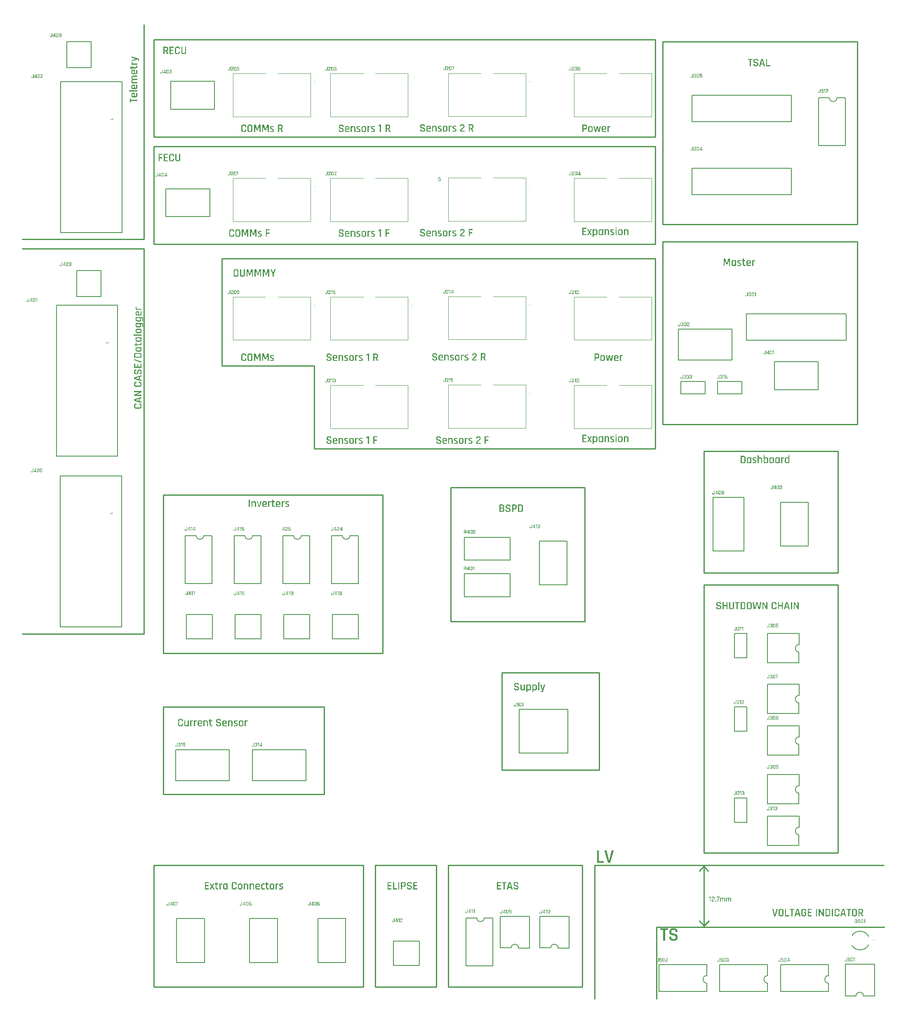
<source format=gbr>
G04*
G04 #@! TF.GenerationSoftware,Altium Limited,Altium Designer,24.1.2 (44)*
G04*
G04 Layer_Color=65535*
%FSLAX44Y44*%
%MOMM*%
G71*
G04*
G04 #@! TF.SameCoordinates,70DEF323-38D4-4C79-B4EE-BD2FB1141571*
G04*
G04*
G04 #@! TF.FilePolarity,Positive*
G04*
G01*
G75*
%ADD10C,0.1500*%
%ADD11C,0.2000*%
%ADD12C,0.1000*%
%ADD13C,0.2540*%
G36*
X1453477Y207962D02*
X1453681Y207944D01*
X1453940Y207907D01*
X1454218Y207814D01*
X1454514Y207703D01*
X1454792Y207555D01*
X1455032Y207333D01*
X1455051Y207295D01*
X1455125Y207222D01*
X1455217Y207073D01*
X1455347Y206870D01*
X1455458Y206629D01*
X1455551Y206314D01*
X1455625Y205962D01*
X1455643Y205555D01*
Y200259D01*
Y200241D01*
Y200222D01*
X1455606Y200130D01*
X1455532Y200037D01*
X1455477Y200019D01*
X1455384Y200000D01*
X1454347D01*
X1454255Y200037D01*
X1454144Y200111D01*
X1454125Y200167D01*
X1454106Y200259D01*
Y205481D01*
Y205499D01*
Y205536D01*
Y205592D01*
X1454088Y205666D01*
X1454051Y205851D01*
X1453958Y206073D01*
X1453829Y206277D01*
X1453736Y206370D01*
X1453625Y206462D01*
X1453495Y206536D01*
X1453347Y206592D01*
X1453181Y206629D01*
X1452977Y206647D01*
X1452422D01*
X1452329Y206629D01*
X1452125Y206573D01*
X1451884Y206481D01*
X1451773Y206407D01*
X1451644Y206314D01*
X1451533Y206203D01*
X1451440Y206073D01*
X1451348Y205907D01*
X1451292Y205722D01*
X1451255Y205518D01*
X1451237Y205277D01*
Y200259D01*
Y200241D01*
Y200222D01*
X1451199Y200130D01*
X1451162Y200074D01*
X1451107Y200037D01*
X1451033Y200019D01*
X1450940Y200000D01*
X1449922D01*
X1449829Y200037D01*
X1449737Y200111D01*
X1449718Y200167D01*
X1449700Y200259D01*
Y205481D01*
Y205499D01*
Y205536D01*
Y205592D01*
X1449681Y205666D01*
X1449644Y205851D01*
X1449552Y206073D01*
X1449422Y206277D01*
X1449329Y206370D01*
X1449218Y206462D01*
X1449088Y206536D01*
X1448940Y206592D01*
X1448774Y206629D01*
X1448570Y206647D01*
X1447903D01*
X1447811Y206629D01*
X1447607Y206573D01*
X1447385Y206481D01*
X1447255Y206407D01*
X1447144Y206314D01*
X1447033Y206222D01*
X1446941Y206092D01*
X1446848Y205925D01*
X1446792Y205759D01*
X1446756Y205555D01*
X1446737Y205314D01*
Y200259D01*
Y200241D01*
Y200222D01*
X1446700Y200130D01*
X1446663Y200074D01*
X1446626Y200037D01*
X1446552Y200019D01*
X1446459Y200000D01*
X1445441D01*
X1445348Y200037D01*
X1445256Y200111D01*
X1445237Y200167D01*
X1445219Y200259D01*
Y207721D01*
Y207740D01*
Y207759D01*
X1445256Y207851D01*
X1445330Y207944D01*
X1445385Y207962D01*
X1445478Y207981D01*
X1446496D01*
X1446607Y207944D01*
X1446700Y207870D01*
X1446718Y207814D01*
X1446737Y207721D01*
Y207147D01*
X1446792D01*
Y207166D01*
X1446811Y207184D01*
X1446885Y207277D01*
X1446996Y207407D01*
X1447181Y207573D01*
X1447404Y207721D01*
X1447700Y207851D01*
X1448052Y207944D01*
X1448237Y207981D01*
X1449107D01*
X1449200Y207962D01*
X1449311Y207944D01*
X1449440Y207925D01*
X1449737Y207851D01*
X1450051Y207721D01*
X1450366Y207536D01*
X1450514Y207425D01*
X1450663Y207295D01*
X1450811Y207129D01*
X1450922Y206944D01*
X1450940Y206962D01*
X1450977Y207018D01*
X1451033Y207110D01*
X1451107Y207222D01*
X1451218Y207351D01*
X1451348Y207481D01*
X1451496Y207592D01*
X1451681Y207703D01*
X1451699Y207721D01*
X1451773Y207740D01*
X1451884Y207796D01*
X1452014Y207851D01*
X1452181Y207888D01*
X1452366Y207944D01*
X1452570Y207962D01*
X1452792Y207981D01*
X1453403D01*
X1453477Y207962D01*
D02*
G37*
G36*
X1441145D02*
X1441349Y207944D01*
X1441608Y207907D01*
X1441886Y207814D01*
X1442182Y207703D01*
X1442460Y207555D01*
X1442700Y207333D01*
X1442719Y207295D01*
X1442793Y207222D01*
X1442885Y207073D01*
X1443015Y206870D01*
X1443126Y206629D01*
X1443219Y206314D01*
X1443293Y205962D01*
X1443311Y205555D01*
Y200259D01*
Y200241D01*
Y200222D01*
X1443274Y200130D01*
X1443200Y200037D01*
X1443145Y200019D01*
X1443052Y200000D01*
X1442015D01*
X1441923Y200037D01*
X1441812Y200111D01*
X1441793Y200167D01*
X1441774Y200259D01*
Y205481D01*
Y205499D01*
Y205536D01*
Y205592D01*
X1441756Y205666D01*
X1441719Y205851D01*
X1441626Y206073D01*
X1441497Y206277D01*
X1441404Y206370D01*
X1441293Y206462D01*
X1441163Y206536D01*
X1441015Y206592D01*
X1440849Y206629D01*
X1440645Y206647D01*
X1440090D01*
X1439997Y206629D01*
X1439793Y206573D01*
X1439552Y206481D01*
X1439441Y206407D01*
X1439312Y206314D01*
X1439201Y206203D01*
X1439108Y206073D01*
X1439016Y205907D01*
X1438960Y205722D01*
X1438923Y205518D01*
X1438904Y205277D01*
Y200259D01*
Y200241D01*
Y200222D01*
X1438867Y200130D01*
X1438830Y200074D01*
X1438775Y200037D01*
X1438701Y200019D01*
X1438608Y200000D01*
X1437590D01*
X1437497Y200037D01*
X1437405Y200111D01*
X1437386Y200167D01*
X1437368Y200259D01*
Y205481D01*
Y205499D01*
Y205536D01*
Y205592D01*
X1437349Y205666D01*
X1437312Y205851D01*
X1437219Y206073D01*
X1437090Y206277D01*
X1436997Y206370D01*
X1436886Y206462D01*
X1436756Y206536D01*
X1436608Y206592D01*
X1436442Y206629D01*
X1436238Y206647D01*
X1435571D01*
X1435479Y206629D01*
X1435275Y206573D01*
X1435053Y206481D01*
X1434923Y206407D01*
X1434812Y206314D01*
X1434701Y206222D01*
X1434609Y206092D01*
X1434516Y205925D01*
X1434460Y205759D01*
X1434423Y205555D01*
X1434405Y205314D01*
Y200259D01*
Y200241D01*
Y200222D01*
X1434368Y200130D01*
X1434331Y200074D01*
X1434294Y200037D01*
X1434220Y200019D01*
X1434127Y200000D01*
X1433109D01*
X1433016Y200037D01*
X1432924Y200111D01*
X1432905Y200167D01*
X1432887Y200259D01*
Y207721D01*
Y207740D01*
Y207759D01*
X1432924Y207851D01*
X1432998Y207944D01*
X1433053Y207962D01*
X1433146Y207981D01*
X1434164D01*
X1434275Y207944D01*
X1434368Y207870D01*
X1434386Y207814D01*
X1434405Y207721D01*
Y207147D01*
X1434460D01*
Y207166D01*
X1434479Y207184D01*
X1434553Y207277D01*
X1434664Y207407D01*
X1434849Y207573D01*
X1435072Y207721D01*
X1435368Y207851D01*
X1435720Y207944D01*
X1435905Y207981D01*
X1436775D01*
X1436868Y207962D01*
X1436979Y207944D01*
X1437108Y207925D01*
X1437405Y207851D01*
X1437719Y207721D01*
X1438034Y207536D01*
X1438182Y207425D01*
X1438330Y207295D01*
X1438479Y207129D01*
X1438590Y206944D01*
X1438608Y206962D01*
X1438645Y207018D01*
X1438701Y207110D01*
X1438775Y207222D01*
X1438886Y207351D01*
X1439016Y207481D01*
X1439164Y207592D01*
X1439349Y207703D01*
X1439367Y207721D01*
X1439441Y207740D01*
X1439552Y207796D01*
X1439682Y207851D01*
X1439849Y207888D01*
X1440034Y207944D01*
X1440238Y207962D01*
X1440460Y207981D01*
X1441071D01*
X1441145Y207962D01*
D02*
G37*
G36*
X1431442Y210018D02*
X1431535Y209943D01*
X1431553Y209888D01*
X1431572Y209795D01*
Y208832D01*
Y208814D01*
Y208795D01*
Y208721D01*
X1431553Y208647D01*
X1431535Y208555D01*
X1431498Y208444D01*
X1431405Y208166D01*
X1428239Y200241D01*
Y200222D01*
X1428220Y200204D01*
X1428146Y200130D01*
X1428091Y200074D01*
X1428017Y200037D01*
X1427924Y200019D01*
X1427794Y200000D01*
X1426684D01*
X1426591Y200037D01*
X1426554Y200074D01*
X1426535Y200130D01*
Y200204D01*
X1426572Y200296D01*
X1429924Y208647D01*
X1425943D01*
X1425850Y208684D01*
X1425795Y208721D01*
X1425758Y208777D01*
X1425739Y208851D01*
X1425721Y208944D01*
Y209795D01*
Y209814D01*
Y209832D01*
X1425758Y209925D01*
X1425832Y210018D01*
X1425887Y210036D01*
X1425980Y210054D01*
X1431331D01*
X1431442Y210018D01*
D02*
G37*
G36*
X1424554Y202389D02*
X1424628Y202315D01*
X1424647Y202259D01*
X1424665Y202166D01*
Y200259D01*
Y200241D01*
Y200222D01*
X1424628Y200130D01*
X1424573Y200037D01*
X1424498Y200019D01*
X1424424Y200000D01*
X1423313D01*
X1423221Y200037D01*
X1423128Y200111D01*
X1423110Y200167D01*
X1423091Y200259D01*
Y202166D01*
Y202185D01*
Y202204D01*
X1423128Y202296D01*
X1423202Y202389D01*
X1423258Y202407D01*
X1423351Y202426D01*
X1424462D01*
X1424554Y202389D01*
D02*
G37*
G36*
X1419499Y210018D02*
X1419758Y209981D01*
X1420054Y209906D01*
X1420351Y209795D01*
X1420629Y209629D01*
X1420888Y209425D01*
X1420925Y209388D01*
X1420999Y209314D01*
X1421091Y209166D01*
X1421221Y208981D01*
X1421332Y208721D01*
X1421443Y208425D01*
X1421517Y208073D01*
X1421536Y207666D01*
Y207018D01*
Y206999D01*
Y206962D01*
Y206907D01*
X1421517Y206814D01*
X1421499Y206703D01*
X1421480Y206592D01*
X1421425Y206314D01*
X1421314Y205999D01*
X1421147Y205666D01*
X1421036Y205499D01*
X1420906Y205333D01*
X1420758Y205166D01*
X1420591Y205018D01*
X1417573Y202555D01*
X1417555Y202537D01*
X1417518Y202500D01*
X1417462Y202444D01*
X1417407Y202352D01*
X1417333Y202259D01*
X1417277Y202129D01*
X1417240Y202000D01*
X1417222Y201852D01*
Y201352D01*
X1421332D01*
X1421443Y201315D01*
X1421536Y201241D01*
X1421554Y201185D01*
X1421573Y201092D01*
Y200259D01*
Y200241D01*
Y200222D01*
X1421536Y200130D01*
X1421499Y200074D01*
X1421462Y200037D01*
X1421388Y200019D01*
X1421295Y200000D01*
X1415759D01*
X1415648Y200037D01*
X1415555Y200111D01*
X1415518Y200167D01*
X1415499Y200259D01*
Y201703D01*
Y201722D01*
Y201741D01*
Y201796D01*
X1415518Y201870D01*
X1415536Y202037D01*
X1415611Y202278D01*
X1415703Y202518D01*
X1415851Y202796D01*
X1416055Y203074D01*
X1416185Y203203D01*
X1416333Y203333D01*
X1419295Y205740D01*
X1419332Y205759D01*
X1419406Y205851D01*
X1419536Y205962D01*
X1419684Y206129D01*
X1419814Y206333D01*
X1419943Y206573D01*
X1420018Y206833D01*
X1420054Y207110D01*
Y207629D01*
Y207647D01*
Y207684D01*
Y207740D01*
X1420036Y207814D01*
X1419999Y207981D01*
X1419906Y208203D01*
X1419758Y208407D01*
X1419666Y208499D01*
X1419555Y208592D01*
X1419425Y208647D01*
X1419258Y208703D01*
X1419073Y208740D01*
X1418869Y208758D01*
X1418018D01*
X1417907Y208740D01*
X1417777Y208721D01*
X1417499Y208647D01*
X1417351Y208592D01*
X1417240Y208499D01*
X1417222Y208481D01*
X1417203Y208444D01*
X1417166Y208388D01*
X1417110Y208295D01*
X1417055Y208166D01*
X1417018Y208018D01*
X1416999Y207851D01*
X1416981Y207629D01*
Y207055D01*
Y207036D01*
Y207018D01*
X1416944Y206925D01*
X1416870Y206814D01*
X1416814Y206796D01*
X1416721Y206777D01*
X1415666D01*
X1415573Y206814D01*
X1415518Y206851D01*
X1415481Y206888D01*
X1415462Y206962D01*
X1415444Y207055D01*
Y207666D01*
Y207684D01*
Y207721D01*
Y207777D01*
X1415462Y207851D01*
X1415481Y208055D01*
X1415518Y208314D01*
X1415592Y208592D01*
X1415703Y208888D01*
X1415870Y209166D01*
X1416073Y209425D01*
X1416111Y209443D01*
X1416185Y209517D01*
X1416333Y209629D01*
X1416536Y209740D01*
X1416796Y209851D01*
X1417110Y209962D01*
X1417481Y210036D01*
X1417888Y210054D01*
X1419295D01*
X1419499Y210018D01*
D02*
G37*
G36*
X1413426D02*
X1413518Y209943D01*
X1413537Y209888D01*
X1413555Y209795D01*
Y200259D01*
Y200241D01*
Y200222D01*
X1413518Y200130D01*
X1413463Y200037D01*
X1413389Y200019D01*
X1413315Y200000D01*
X1412259D01*
X1412166Y200037D01*
X1412055Y200111D01*
X1412037Y200167D01*
X1412018Y200259D01*
Y208444D01*
X1410315Y207444D01*
X1410296D01*
X1410259Y207425D01*
X1410093D01*
X1410056Y207462D01*
X1410018Y207518D01*
X1410000Y207610D01*
Y208536D01*
Y208555D01*
Y208573D01*
X1410037Y208666D01*
X1410093Y208795D01*
X1410148Y208851D01*
X1410222Y208906D01*
X1411852Y209888D01*
X1411870D01*
X1411907Y209906D01*
X1411963Y209943D01*
X1412018Y209981D01*
X1412185Y210036D01*
X1412352Y210054D01*
X1413333D01*
X1413426Y210018D01*
D02*
G37*
G36*
X1213876Y305037D02*
X1213969Y304944D01*
X1214108Y304805D01*
X1214154Y304620D01*
X1214108Y304389D01*
X1207536Y280648D01*
Y280602D01*
X1207490Y280555D01*
X1207397Y280324D01*
X1207166Y280093D01*
X1206981Y280046D01*
X1206795Y280000D01*
X1202815D01*
X1202584Y280093D01*
X1202306Y280278D01*
X1202214Y280417D01*
X1202121Y280648D01*
X1195596Y304389D01*
Y304435D01*
Y304528D01*
Y304759D01*
X1195642Y304898D01*
X1195735Y305037D01*
X1195920Y305083D01*
X1196198Y305129D01*
X1199067D01*
X1199298Y305037D01*
X1199576Y304852D01*
X1199669Y304713D01*
X1199715Y304482D01*
X1204759Y284026D01*
X1204944D01*
X1209942Y304482D01*
Y304528D01*
X1209989Y304574D01*
X1210081Y304805D01*
X1210313Y305037D01*
X1210498Y305083D01*
X1210729Y305129D01*
X1213598D01*
X1213876Y305037D01*
D02*
G37*
G36*
X1183471D02*
X1183702Y304852D01*
X1183749Y304713D01*
X1183795Y304482D01*
Y283795D01*
Y283749D01*
X1183841Y283610D01*
X1183980Y283425D01*
X1184258Y283378D01*
X1193467D01*
X1193699Y283286D01*
X1193837Y283193D01*
X1193930Y283101D01*
X1193976Y282916D01*
X1194023Y282684D01*
Y280648D01*
Y280602D01*
Y280555D01*
X1193930Y280324D01*
X1193745Y280093D01*
X1193606Y280046D01*
X1193375Y280000D01*
X1180602D01*
X1180370Y280093D01*
X1180093Y280278D01*
X1180046Y280417D01*
X1180000Y280648D01*
Y304482D01*
Y304528D01*
Y304574D01*
X1180093Y304805D01*
X1180185Y304944D01*
X1180278Y305037D01*
X1180463Y305083D01*
X1180694Y305129D01*
X1183240D01*
X1183471Y305037D01*
D02*
G37*
G36*
X1748421Y122761D02*
X1748443Y122746D01*
X1748458Y122724D01*
X1748473Y122694D01*
X1748480Y122650D01*
Y121748D01*
X1749397D01*
X1749441Y121733D01*
X1749463Y121719D01*
X1749478Y121697D01*
X1749493Y121667D01*
X1749500Y121630D01*
Y121364D01*
Y121356D01*
Y121342D01*
X1749485Y121297D01*
X1749470Y121275D01*
X1749448Y121260D01*
X1749419Y121246D01*
X1749382Y121238D01*
X1748480D01*
Y120337D01*
Y120329D01*
Y120314D01*
X1748465Y120270D01*
X1748450Y120248D01*
X1748428Y120233D01*
X1748399Y120218D01*
X1748362Y120211D01*
X1748059D01*
X1748014Y120226D01*
X1747992Y120240D01*
X1747977Y120262D01*
X1747963Y120292D01*
X1747955Y120337D01*
Y121238D01*
X1747039D01*
X1747002Y121253D01*
X1746980Y121268D01*
X1746957Y121290D01*
X1746950Y121320D01*
X1746943Y121364D01*
Y121630D01*
Y121637D01*
Y121645D01*
X1746957Y121689D01*
X1746972Y121711D01*
X1746994Y121726D01*
X1747024Y121741D01*
X1747061Y121748D01*
X1747955D01*
Y122650D01*
Y122657D01*
Y122672D01*
X1747970Y122709D01*
X1747985Y122739D01*
X1748007Y122753D01*
X1748036Y122768D01*
X1748081Y122776D01*
X1748376D01*
X1748421Y122761D01*
D02*
G37*
G36*
X847872Y1792660D02*
X848260Y1792605D01*
X848677Y1792493D01*
X849121Y1792327D01*
X849537Y1792077D01*
X849926Y1791772D01*
X849954Y1791716D01*
X850065Y1791605D01*
X850204Y1791383D01*
X850398Y1791078D01*
X850564Y1790689D01*
X850703Y1790245D01*
X850814Y1789689D01*
X850842Y1789079D01*
Y1781139D01*
Y1781111D01*
Y1781083D01*
X850787Y1780944D01*
X850731Y1780861D01*
X850648Y1780806D01*
X850537Y1780778D01*
X850398Y1780750D01*
X848871D01*
X848732Y1780806D01*
X848593Y1780917D01*
X848566Y1781000D01*
X848538Y1781139D01*
Y1788968D01*
Y1788995D01*
Y1789051D01*
Y1789134D01*
X848510Y1789245D01*
X848455Y1789523D01*
X848316Y1789856D01*
X848121Y1790161D01*
X847983Y1790300D01*
X847816Y1790439D01*
X847622Y1790550D01*
X847372Y1790633D01*
X847122Y1790689D01*
X846817Y1790717D01*
X845539D01*
X845401Y1790689D01*
X845095Y1790606D01*
X844762Y1790467D01*
X844568Y1790356D01*
X844401Y1790217D01*
X844235Y1790078D01*
X844096Y1789884D01*
X843957Y1789634D01*
X843874Y1789384D01*
X843818Y1789079D01*
X843791Y1788718D01*
Y1781139D01*
Y1781111D01*
Y1781083D01*
X843735Y1780944D01*
X843680Y1780861D01*
X843624Y1780806D01*
X843513Y1780778D01*
X843374Y1780750D01*
X841847D01*
X841708Y1780806D01*
X841570Y1780917D01*
X841542Y1781000D01*
X841514Y1781139D01*
Y1792327D01*
Y1792355D01*
Y1792382D01*
X841570Y1792521D01*
X841681Y1792660D01*
X841764Y1792688D01*
X841903Y1792715D01*
X843430D01*
X843596Y1792660D01*
X843735Y1792549D01*
X843763Y1792466D01*
X843791Y1792327D01*
Y1791466D01*
X843874D01*
Y1791494D01*
X843902Y1791522D01*
X843985Y1791661D01*
X844151Y1791855D01*
X844401Y1792105D01*
X844707Y1792327D01*
X845123Y1792521D01*
X845651Y1792660D01*
X845928Y1792715D01*
X847566D01*
X847872Y1792660D01*
D02*
G37*
G36*
X881575D02*
X881714Y1792549D01*
X881741Y1792466D01*
X881769Y1792327D01*
Y1791105D01*
Y1791078D01*
Y1791050D01*
X881714Y1790883D01*
X881603Y1790744D01*
X881519Y1790717D01*
X879798D01*
X879659Y1790689D01*
X879354Y1790606D01*
X878993Y1790439D01*
X878826Y1790328D01*
X878632Y1790189D01*
X878465Y1790023D01*
X878327Y1789828D01*
X878188Y1789578D01*
X878105Y1789273D01*
X878049Y1788968D01*
X878021Y1788579D01*
Y1781139D01*
Y1781111D01*
Y1781083D01*
X877966Y1780944D01*
X877910Y1780861D01*
X877855Y1780806D01*
X877744Y1780778D01*
X877605Y1780750D01*
X876078D01*
X875939Y1780806D01*
X875800Y1780917D01*
X875773Y1781000D01*
X875745Y1781139D01*
Y1792327D01*
Y1792355D01*
Y1792382D01*
X875800Y1792521D01*
X875911Y1792660D01*
X875995Y1792688D01*
X876133Y1792715D01*
X877660D01*
X877827Y1792660D01*
X877966Y1792549D01*
X877993Y1792466D01*
X878021Y1792327D01*
Y1791411D01*
X878105D01*
Y1791438D01*
X878160Y1791522D01*
X878216Y1791633D01*
X878327Y1791772D01*
X878438Y1791910D01*
X878604Y1792077D01*
X878799Y1792216D01*
X879021Y1792355D01*
X879048Y1792382D01*
X879132Y1792410D01*
X879271Y1792466D01*
X879465Y1792549D01*
X879687Y1792605D01*
X879937Y1792660D01*
X880214Y1792688D01*
X880520Y1792715D01*
X881436D01*
X881575Y1792660D01*
D02*
G37*
G36*
X823441Y1795797D02*
X823746Y1795769D01*
X824135Y1795714D01*
X824579Y1795575D01*
X825023Y1795408D01*
X825468Y1795186D01*
X825856Y1794853D01*
X825912Y1794798D01*
X826023Y1794687D01*
X826161Y1794465D01*
X826356Y1794159D01*
X826550Y1793770D01*
X826689Y1793326D01*
X826800Y1792799D01*
X826856Y1792188D01*
Y1791661D01*
Y1791633D01*
Y1791605D01*
X826800Y1791466D01*
X826745Y1791383D01*
X826689Y1791327D01*
X826578Y1791300D01*
X826439Y1791272D01*
X824884D01*
X824746Y1791327D01*
X824607Y1791438D01*
X824579Y1791522D01*
X824551Y1791661D01*
Y1791966D01*
Y1792021D01*
Y1792133D01*
X824523Y1792299D01*
X824496Y1792521D01*
X824440Y1792771D01*
X824357Y1792993D01*
X824246Y1793215D01*
X824107Y1793410D01*
X824079Y1793437D01*
X824024Y1793493D01*
X823913Y1793548D01*
X823774Y1793632D01*
X823552Y1793715D01*
X823302Y1793798D01*
X823024Y1793826D01*
X822663Y1793854D01*
X821025D01*
X820831Y1793826D01*
X820637Y1793798D01*
X820387Y1793743D01*
X820137Y1793659D01*
X819915Y1793548D01*
X819721Y1793382D01*
X819693Y1793354D01*
X819665Y1793298D01*
X819582Y1793188D01*
X819526Y1793021D01*
X819443Y1792799D01*
X819360Y1792549D01*
X819332Y1792216D01*
X819304Y1791827D01*
Y1791105D01*
Y1791050D01*
X819332Y1790939D01*
X819388Y1790744D01*
X819499Y1790522D01*
X819665Y1790300D01*
X819943Y1790050D01*
X820137Y1789939D01*
X820331Y1789828D01*
X820554Y1789745D01*
X820831Y1789662D01*
X820859D01*
X820942Y1789634D01*
X821081Y1789606D01*
X821275Y1789578D01*
X821497Y1789523D01*
X821747Y1789467D01*
X822330Y1789384D01*
X822358D01*
X822469Y1789356D01*
X822636Y1789328D01*
X822830Y1789301D01*
X823080Y1789245D01*
X823357Y1789190D01*
X823941Y1789023D01*
X823968D01*
X824079Y1788995D01*
X824246Y1788940D01*
X824440Y1788857D01*
X824662Y1788773D01*
X824912Y1788662D01*
X825440Y1788412D01*
X825468Y1788385D01*
X825551Y1788329D01*
X825690Y1788246D01*
X825828Y1788107D01*
X826023Y1787940D01*
X826189Y1787746D01*
X826384Y1787496D01*
X826550Y1787219D01*
X826578Y1787191D01*
X826634Y1787080D01*
X826689Y1786913D01*
X826772Y1786691D01*
X826856Y1786414D01*
X826939Y1786080D01*
X826967Y1785719D01*
X826994Y1785303D01*
Y1784387D01*
Y1784359D01*
Y1784304D01*
Y1784220D01*
X826967Y1784109D01*
X826939Y1783804D01*
X826883Y1783415D01*
X826745Y1782999D01*
X826578Y1782555D01*
X826328Y1782110D01*
X825995Y1781722D01*
X825939Y1781694D01*
X825828Y1781583D01*
X825606Y1781416D01*
X825301Y1781250D01*
X824912Y1781055D01*
X824468Y1780917D01*
X823941Y1780806D01*
X823330Y1780750D01*
X820526D01*
X820415Y1780778D01*
X820109Y1780806D01*
X819721Y1780861D01*
X819277Y1781000D01*
X818832Y1781166D01*
X818388Y1781389D01*
X817972Y1781722D01*
X817944Y1781777D01*
X817833Y1781888D01*
X817666Y1782110D01*
X817500Y1782416D01*
X817305Y1782804D01*
X817167Y1783249D01*
X817056Y1783776D01*
X817000Y1784387D01*
Y1784998D01*
Y1785025D01*
Y1785053D01*
X817056Y1785220D01*
X817167Y1785358D01*
X817250Y1785386D01*
X817389Y1785414D01*
X818971D01*
X819110Y1785358D01*
X819193Y1785303D01*
X819249Y1785247D01*
X819277Y1785136D01*
X819304Y1784998D01*
Y1784581D01*
Y1784526D01*
Y1784415D01*
X819332Y1784248D01*
X819360Y1784054D01*
X819415Y1783804D01*
X819471Y1783582D01*
X819582Y1783360D01*
X819721Y1783165D01*
X819748Y1783138D01*
X819804Y1783110D01*
X819915Y1783026D01*
X820082Y1782943D01*
X820276Y1782860D01*
X820526Y1782804D01*
X820831Y1782749D01*
X821192Y1782721D01*
X822969D01*
X823135Y1782749D01*
X823357Y1782777D01*
X823607Y1782832D01*
X823829Y1782915D01*
X824052Y1783026D01*
X824246Y1783165D01*
X824274Y1783193D01*
X824329Y1783249D01*
X824385Y1783360D01*
X824496Y1783526D01*
X824579Y1783748D01*
X824635Y1783998D01*
X824690Y1784331D01*
X824718Y1784692D01*
Y1785220D01*
Y1785247D01*
Y1785331D01*
X824690Y1785470D01*
X824635Y1785636D01*
X824579Y1785831D01*
X824468Y1786025D01*
X824329Y1786219D01*
X824135Y1786386D01*
X824107Y1786414D01*
X824024Y1786469D01*
X823913Y1786525D01*
X823746Y1786636D01*
X823524Y1786719D01*
X823274Y1786830D01*
X822997Y1786913D01*
X822691Y1786969D01*
X822663D01*
X822552Y1786996D01*
X822386Y1787024D01*
X822136Y1787080D01*
X821858Y1787108D01*
X821553Y1787191D01*
X821220Y1787246D01*
X820831Y1787330D01*
X820776D01*
X820665Y1787385D01*
X820470Y1787413D01*
X820220Y1787496D01*
X819943Y1787579D01*
X819637Y1787663D01*
X818999Y1787885D01*
X818971Y1787913D01*
X818860Y1787940D01*
X818693Y1788024D01*
X818499Y1788135D01*
X818277Y1788301D01*
X818055Y1788496D01*
X817805Y1788746D01*
X817583Y1789023D01*
X817555Y1789051D01*
X817500Y1789190D01*
X817389Y1789356D01*
X817305Y1789606D01*
X817194Y1789939D01*
X817083Y1790300D01*
X817028Y1790717D01*
X817000Y1791189D01*
Y1792188D01*
Y1792216D01*
Y1792271D01*
Y1792355D01*
X817028Y1792466D01*
X817056Y1792771D01*
X817111Y1793160D01*
X817250Y1793576D01*
X817416Y1794020D01*
X817638Y1794465D01*
X817972Y1794853D01*
X818027Y1794909D01*
X818138Y1795020D01*
X818360Y1795159D01*
X818666Y1795353D01*
X819054Y1795520D01*
X819526Y1795686D01*
X820054Y1795797D01*
X820665Y1795825D01*
X823330D01*
X823441Y1795797D01*
D02*
G37*
G36*
X922857D02*
X923163Y1795769D01*
X923551Y1795714D01*
X923968Y1795575D01*
X924412Y1795408D01*
X924856Y1795186D01*
X925245Y1794853D01*
X925300Y1794798D01*
X925411Y1794687D01*
X925550Y1794465D01*
X925744Y1794159D01*
X925939Y1793770D01*
X926078Y1793326D01*
X926189Y1792799D01*
X926244Y1792188D01*
Y1790189D01*
Y1790161D01*
Y1790078D01*
X926217Y1789939D01*
Y1789745D01*
X926189Y1789551D01*
X926133Y1789301D01*
X925967Y1788746D01*
X925856Y1788468D01*
X925689Y1788190D01*
X925522Y1787885D01*
X925300Y1787635D01*
X925051Y1787385D01*
X924745Y1787135D01*
X924384Y1786969D01*
X923996Y1786802D01*
Y1786691D01*
X926605Y1781194D01*
Y1781166D01*
X926633Y1781139D01*
X926661Y1780972D01*
X926633Y1780889D01*
X926577Y1780833D01*
X926466Y1780778D01*
X926300Y1780750D01*
X924773D01*
X924662Y1780778D01*
X924551Y1780806D01*
X924301Y1780917D01*
X924190Y1781000D01*
X924107Y1781139D01*
X921608Y1786525D01*
X919165D01*
X919082Y1786497D01*
X918998Y1786441D01*
X918943Y1786302D01*
Y1781139D01*
Y1781111D01*
Y1781083D01*
X918887Y1780944D01*
X918776Y1780806D01*
X918693Y1780778D01*
X918554Y1780750D01*
X917027D01*
X916888Y1780806D01*
X916722Y1780917D01*
X916694Y1781000D01*
X916666Y1781139D01*
Y1795436D01*
Y1795464D01*
Y1795492D01*
X916722Y1795630D01*
X916777Y1795714D01*
X916833Y1795769D01*
X916944Y1795797D01*
X917083Y1795825D01*
X922746D01*
X922857Y1795797D01*
D02*
G37*
G36*
X905145Y1795769D02*
X905534Y1795714D01*
X905978Y1795603D01*
X906422Y1795436D01*
X906839Y1795186D01*
X907227Y1794881D01*
X907283Y1794825D01*
X907394Y1794714D01*
X907533Y1794492D01*
X907727Y1794215D01*
X907893Y1793826D01*
X908060Y1793382D01*
X908171Y1792854D01*
X908199Y1792244D01*
Y1791272D01*
Y1791244D01*
Y1791189D01*
Y1791105D01*
X908171Y1790966D01*
X908143Y1790800D01*
X908115Y1790633D01*
X908032Y1790217D01*
X907866Y1789745D01*
X907616Y1789245D01*
X907449Y1788995D01*
X907255Y1788746D01*
X907033Y1788496D01*
X906783Y1788274D01*
X902258Y1784581D01*
X902230Y1784553D01*
X902174Y1784498D01*
X902091Y1784415D01*
X902008Y1784276D01*
X901897Y1784137D01*
X901814Y1783943D01*
X901758Y1783748D01*
X901730Y1783526D01*
Y1782777D01*
X907893D01*
X908060Y1782721D01*
X908199Y1782610D01*
X908227Y1782527D01*
X908254Y1782388D01*
Y1781139D01*
Y1781111D01*
Y1781083D01*
X908199Y1780944D01*
X908143Y1780861D01*
X908088Y1780806D01*
X907977Y1780778D01*
X907838Y1780750D01*
X899537D01*
X899370Y1780806D01*
X899232Y1780917D01*
X899176Y1781000D01*
X899148Y1781139D01*
Y1783304D01*
Y1783332D01*
Y1783360D01*
Y1783443D01*
X899176Y1783554D01*
X899204Y1783804D01*
X899315Y1784165D01*
X899454Y1784526D01*
X899676Y1784942D01*
X899981Y1785358D01*
X900175Y1785553D01*
X900398Y1785747D01*
X904840Y1789356D01*
X904895Y1789384D01*
X905006Y1789523D01*
X905201Y1789689D01*
X905423Y1789939D01*
X905617Y1790245D01*
X905811Y1790606D01*
X905922Y1790994D01*
X905978Y1791411D01*
Y1792188D01*
Y1792216D01*
Y1792271D01*
Y1792355D01*
X905950Y1792466D01*
X905895Y1792715D01*
X905756Y1793049D01*
X905534Y1793354D01*
X905395Y1793493D01*
X905228Y1793632D01*
X905034Y1793715D01*
X904784Y1793798D01*
X904506Y1793854D01*
X904201Y1793882D01*
X902924D01*
X902757Y1793854D01*
X902563Y1793826D01*
X902147Y1793715D01*
X901925Y1793632D01*
X901758Y1793493D01*
X901730Y1793465D01*
X901702Y1793410D01*
X901647Y1793326D01*
X901564Y1793188D01*
X901480Y1792993D01*
X901425Y1792771D01*
X901397Y1792521D01*
X901369Y1792188D01*
Y1791327D01*
Y1791300D01*
Y1791272D01*
X901314Y1791133D01*
X901203Y1790966D01*
X901120Y1790939D01*
X900981Y1790911D01*
X899398D01*
X899259Y1790966D01*
X899176Y1791022D01*
X899121Y1791078D01*
X899093Y1791189D01*
X899065Y1791327D01*
Y1792244D01*
Y1792271D01*
Y1792327D01*
Y1792410D01*
X899093Y1792521D01*
X899121Y1792827D01*
X899176Y1793215D01*
X899287Y1793632D01*
X899454Y1794076D01*
X899704Y1794492D01*
X900009Y1794881D01*
X900064Y1794909D01*
X900175Y1795020D01*
X900398Y1795186D01*
X900703Y1795353D01*
X901092Y1795520D01*
X901564Y1795686D01*
X902119Y1795797D01*
X902730Y1795825D01*
X904840D01*
X905145Y1795769D01*
D02*
G37*
G36*
X890570Y1792660D02*
X890681Y1792549D01*
X890709Y1792466D01*
X890736Y1792327D01*
Y1791161D01*
Y1791133D01*
Y1791105D01*
X890681Y1790966D01*
X890598Y1790828D01*
X890487Y1790800D01*
X890376Y1790772D01*
X886683D01*
X886544Y1790744D01*
X886183Y1790661D01*
X886017Y1790606D01*
X885850Y1790522D01*
X885823D01*
X885795Y1790467D01*
X885684Y1790356D01*
X885545Y1790161D01*
X885517Y1790023D01*
X885489Y1789884D01*
Y1789606D01*
Y1789578D01*
X885517Y1789495D01*
X885545Y1789328D01*
X885628Y1789162D01*
X885795Y1788968D01*
X885989Y1788746D01*
X886294Y1788523D01*
X886461Y1788412D01*
X886683Y1788301D01*
X889265Y1786996D01*
X889293D01*
X889321Y1786969D01*
X889459Y1786886D01*
X889681Y1786774D01*
X889931Y1786636D01*
X890209Y1786441D01*
X890487Y1786219D01*
X890736Y1785969D01*
X890931Y1785692D01*
X890958Y1785664D01*
X891014Y1785553D01*
X891069Y1785414D01*
X891181Y1785192D01*
X891264Y1784914D01*
X891319Y1784581D01*
X891375Y1784193D01*
X891403Y1783776D01*
Y1783748D01*
Y1783637D01*
X891375Y1783499D01*
X891347Y1783304D01*
X891292Y1783082D01*
X891208Y1782832D01*
X891097Y1782555D01*
X890958Y1782277D01*
X890792Y1781971D01*
X890542Y1781722D01*
X890264Y1781444D01*
X889931Y1781222D01*
X889515Y1781028D01*
X889071Y1780889D01*
X888515Y1780778D01*
X887905Y1780750D01*
X883518D01*
X883379Y1780806D01*
X883241Y1780917D01*
X883213Y1781000D01*
X883185Y1781139D01*
Y1782277D01*
Y1782305D01*
Y1782332D01*
X883241Y1782471D01*
X883352Y1782610D01*
X883435Y1782638D01*
X883574Y1782666D01*
X887571D01*
X887766Y1782693D01*
X887988Y1782721D01*
X888293Y1782804D01*
X888571Y1782915D01*
X888793Y1783110D01*
X888987Y1783360D01*
X889015Y1783526D01*
X889043Y1783721D01*
Y1783998D01*
Y1784054D01*
X889015Y1784165D01*
X888987Y1784331D01*
X888904Y1784526D01*
X888765Y1784776D01*
X888571Y1784998D01*
X888293Y1785247D01*
X887932Y1785442D01*
X885378Y1786663D01*
X885323Y1786691D01*
X885184Y1786774D01*
X884962Y1786886D01*
X884712Y1787024D01*
X884434Y1787219D01*
X884129Y1787413D01*
X883851Y1787635D01*
X883629Y1787885D01*
X883602Y1787913D01*
X883546Y1788024D01*
X883463Y1788163D01*
X883379Y1788385D01*
X883268Y1788634D01*
X883185Y1788940D01*
X883130Y1789301D01*
X883102Y1789689D01*
Y1789717D01*
Y1789828D01*
X883130Y1789967D01*
X883157Y1790161D01*
X883213Y1790383D01*
X883268Y1790661D01*
X883379Y1790911D01*
X883518Y1791216D01*
X883713Y1791494D01*
X883935Y1791772D01*
X884184Y1792021D01*
X884518Y1792244D01*
X884906Y1792438D01*
X885350Y1792577D01*
X885878Y1792688D01*
X886461Y1792715D01*
X890431D01*
X890570Y1792660D01*
D02*
G37*
G36*
X869637Y1792688D02*
X869942Y1792660D01*
X870331Y1792605D01*
X870775Y1792466D01*
X871220Y1792299D01*
X871664Y1792077D01*
X872052Y1791744D01*
X872108Y1791688D01*
X872219Y1791577D01*
X872358Y1791355D01*
X872552Y1791050D01*
X872719Y1790689D01*
X872885Y1790217D01*
X872996Y1789689D01*
X873024Y1789079D01*
Y1784387D01*
Y1784359D01*
Y1784304D01*
Y1784220D01*
X872996Y1784109D01*
X872969Y1783804D01*
X872913Y1783415D01*
X872774Y1782971D01*
X872608Y1782527D01*
X872386Y1782083D01*
X872052Y1781694D01*
X871997Y1781666D01*
X871886Y1781555D01*
X871664Y1781389D01*
X871358Y1781222D01*
X870970Y1781055D01*
X870498Y1780889D01*
X869970Y1780778D01*
X869360Y1780750D01*
X867111D01*
X867000Y1780778D01*
X866694Y1780806D01*
X866306Y1780861D01*
X865862Y1780972D01*
X865417Y1781139D01*
X864973Y1781389D01*
X864584Y1781694D01*
X864557Y1781749D01*
X864446Y1781861D01*
X864279Y1782083D01*
X864112Y1782388D01*
X863946Y1782777D01*
X863779Y1783249D01*
X863668Y1783776D01*
X863641Y1784387D01*
Y1789079D01*
Y1789106D01*
Y1789162D01*
Y1789245D01*
X863668Y1789356D01*
X863696Y1789662D01*
X863752Y1790050D01*
X863863Y1790495D01*
X864029Y1790939D01*
X864279Y1791355D01*
X864584Y1791744D01*
X864640Y1791799D01*
X864751Y1791910D01*
X864973Y1792049D01*
X865278Y1792244D01*
X865667Y1792410D01*
X866139Y1792577D01*
X866667Y1792688D01*
X867277Y1792715D01*
X869526D01*
X869637Y1792688D01*
D02*
G37*
G36*
X860614Y1792660D02*
X860725Y1792549D01*
X860753Y1792466D01*
X860781Y1792327D01*
Y1791161D01*
Y1791133D01*
Y1791105D01*
X860725Y1790966D01*
X860642Y1790828D01*
X860531Y1790800D01*
X860420Y1790772D01*
X856728D01*
X856589Y1790744D01*
X856228Y1790661D01*
X856061Y1790606D01*
X855895Y1790522D01*
X855867D01*
X855839Y1790467D01*
X855728Y1790356D01*
X855589Y1790161D01*
X855562Y1790023D01*
X855534Y1789884D01*
Y1789606D01*
Y1789578D01*
X855562Y1789495D01*
X855589Y1789328D01*
X855673Y1789162D01*
X855839Y1788968D01*
X856034Y1788746D01*
X856339Y1788523D01*
X856506Y1788412D01*
X856728Y1788301D01*
X859310Y1786996D01*
X859337D01*
X859365Y1786969D01*
X859504Y1786886D01*
X859726Y1786774D01*
X859976Y1786636D01*
X860254Y1786441D01*
X860531Y1786219D01*
X860781Y1785969D01*
X860975Y1785692D01*
X861003Y1785664D01*
X861059Y1785553D01*
X861114Y1785414D01*
X861225Y1785192D01*
X861309Y1784914D01*
X861364Y1784581D01*
X861420Y1784193D01*
X861447Y1783776D01*
Y1783748D01*
Y1783637D01*
X861420Y1783499D01*
X861392Y1783304D01*
X861336Y1783082D01*
X861253Y1782832D01*
X861142Y1782555D01*
X861003Y1782277D01*
X860836Y1781971D01*
X860587Y1781722D01*
X860309Y1781444D01*
X859976Y1781222D01*
X859559Y1781028D01*
X859115Y1780889D01*
X858560Y1780778D01*
X857949Y1780750D01*
X853563D01*
X853424Y1780806D01*
X853285Y1780917D01*
X853257Y1781000D01*
X853230Y1781139D01*
Y1782277D01*
Y1782305D01*
Y1782332D01*
X853285Y1782471D01*
X853396Y1782610D01*
X853480Y1782638D01*
X853618Y1782666D01*
X857616D01*
X857810Y1782693D01*
X858033Y1782721D01*
X858338Y1782804D01*
X858615Y1782915D01*
X858838Y1783110D01*
X859032Y1783360D01*
X859060Y1783526D01*
X859088Y1783721D01*
Y1783998D01*
Y1784054D01*
X859060Y1784165D01*
X859032Y1784331D01*
X858949Y1784526D01*
X858810Y1784776D01*
X858615Y1784998D01*
X858338Y1785247D01*
X857977Y1785442D01*
X855423Y1786663D01*
X855367Y1786691D01*
X855229Y1786774D01*
X855006Y1786886D01*
X854757Y1787024D01*
X854479Y1787219D01*
X854174Y1787413D01*
X853896Y1787635D01*
X853674Y1787885D01*
X853646Y1787913D01*
X853591Y1788024D01*
X853507Y1788163D01*
X853424Y1788385D01*
X853313Y1788634D01*
X853230Y1788940D01*
X853174Y1789301D01*
X853146Y1789689D01*
Y1789717D01*
Y1789828D01*
X853174Y1789967D01*
X853202Y1790161D01*
X853257Y1790383D01*
X853313Y1790661D01*
X853424Y1790911D01*
X853563Y1791216D01*
X853757Y1791494D01*
X853979Y1791772D01*
X854229Y1792021D01*
X854562Y1792244D01*
X854951Y1792438D01*
X855395Y1792577D01*
X855923Y1792688D01*
X856506Y1792715D01*
X860476D01*
X860614Y1792660D01*
D02*
G37*
G36*
X835545Y1792688D02*
X835851Y1792660D01*
X836239Y1792605D01*
X836683Y1792466D01*
X837128Y1792299D01*
X837572Y1792077D01*
X837961Y1791744D01*
X838016Y1791688D01*
X838127Y1791577D01*
X838266Y1791355D01*
X838460Y1791050D01*
X838627Y1790689D01*
X838793Y1790217D01*
X838904Y1789689D01*
X838932Y1789079D01*
Y1786080D01*
Y1786053D01*
Y1786025D01*
X838877Y1785886D01*
X838821Y1785803D01*
X838766Y1785719D01*
X838654Y1785692D01*
X838516Y1785664D01*
X832186D01*
X832103Y1785636D01*
X831992Y1785581D01*
X831964Y1785442D01*
Y1784415D01*
Y1784387D01*
Y1784331D01*
Y1784248D01*
X831992Y1784165D01*
X832047Y1783887D01*
X832186Y1783582D01*
X832380Y1783249D01*
X832519Y1783110D01*
X832686Y1782999D01*
X832880Y1782888D01*
X833102Y1782804D01*
X833352Y1782749D01*
X833657Y1782721D01*
X838460D01*
X838627Y1782666D01*
X838682Y1782610D01*
X838766Y1782527D01*
X838793Y1782416D01*
X838821Y1782277D01*
Y1781111D01*
Y1781083D01*
Y1781055D01*
X838766Y1780944D01*
X838710Y1780861D01*
X838654Y1780806D01*
X838543Y1780778D01*
X838405Y1780750D01*
X833158D01*
X833046Y1780778D01*
X832741Y1780806D01*
X832353Y1780861D01*
X831908Y1780972D01*
X831464Y1781139D01*
X831020Y1781389D01*
X830631Y1781694D01*
X830603Y1781749D01*
X830492Y1781861D01*
X830326Y1782083D01*
X830159Y1782388D01*
X829993Y1782777D01*
X829826Y1783249D01*
X829715Y1783776D01*
X829687Y1784387D01*
Y1789079D01*
Y1789106D01*
Y1789162D01*
Y1789245D01*
X829715Y1789356D01*
X829743Y1789662D01*
X829798Y1790050D01*
X829909Y1790495D01*
X830076Y1790939D01*
X830326Y1791355D01*
X830631Y1791744D01*
X830687Y1791799D01*
X830798Y1791910D01*
X831020Y1792049D01*
X831325Y1792244D01*
X831714Y1792410D01*
X832186Y1792577D01*
X832713Y1792688D01*
X833324Y1792715D01*
X835434D01*
X835545Y1792688D01*
D02*
G37*
G36*
X847872Y1577660D02*
X848260Y1577604D01*
X848677Y1577493D01*
X849121Y1577327D01*
X849537Y1577077D01*
X849926Y1576772D01*
X849954Y1576716D01*
X850065Y1576605D01*
X850204Y1576383D01*
X850398Y1576078D01*
X850564Y1575689D01*
X850703Y1575245D01*
X850814Y1574689D01*
X850842Y1574079D01*
Y1566139D01*
Y1566111D01*
Y1566083D01*
X850787Y1565944D01*
X850731Y1565861D01*
X850648Y1565806D01*
X850537Y1565778D01*
X850398Y1565750D01*
X848871D01*
X848732Y1565806D01*
X848593Y1565917D01*
X848566Y1566000D01*
X848538Y1566139D01*
Y1573968D01*
Y1573995D01*
Y1574051D01*
Y1574134D01*
X848510Y1574245D01*
X848455Y1574523D01*
X848316Y1574856D01*
X848121Y1575161D01*
X847983Y1575300D01*
X847816Y1575439D01*
X847622Y1575550D01*
X847372Y1575633D01*
X847122Y1575689D01*
X846817Y1575717D01*
X845539D01*
X845401Y1575689D01*
X845095Y1575606D01*
X844762Y1575467D01*
X844568Y1575356D01*
X844401Y1575217D01*
X844235Y1575078D01*
X844096Y1574884D01*
X843957Y1574634D01*
X843874Y1574384D01*
X843818Y1574079D01*
X843791Y1573718D01*
Y1566139D01*
Y1566111D01*
Y1566083D01*
X843735Y1565944D01*
X843680Y1565861D01*
X843624Y1565806D01*
X843513Y1565778D01*
X843374Y1565750D01*
X841847D01*
X841708Y1565806D01*
X841570Y1565917D01*
X841542Y1566000D01*
X841514Y1566139D01*
Y1577327D01*
Y1577355D01*
Y1577382D01*
X841570Y1577521D01*
X841681Y1577660D01*
X841764Y1577688D01*
X841903Y1577715D01*
X843430D01*
X843596Y1577660D01*
X843735Y1577549D01*
X843763Y1577466D01*
X843791Y1577327D01*
Y1576466D01*
X843874D01*
Y1576494D01*
X843902Y1576522D01*
X843985Y1576660D01*
X844151Y1576855D01*
X844401Y1577105D01*
X844707Y1577327D01*
X845123Y1577521D01*
X845651Y1577660D01*
X845928Y1577715D01*
X847566D01*
X847872Y1577660D01*
D02*
G37*
G36*
X881575D02*
X881714Y1577549D01*
X881741Y1577466D01*
X881769Y1577327D01*
Y1576105D01*
Y1576078D01*
Y1576050D01*
X881714Y1575883D01*
X881603Y1575744D01*
X881519Y1575717D01*
X879798D01*
X879659Y1575689D01*
X879354Y1575606D01*
X878993Y1575439D01*
X878826Y1575328D01*
X878632Y1575189D01*
X878465Y1575023D01*
X878327Y1574828D01*
X878188Y1574578D01*
X878105Y1574273D01*
X878049Y1573968D01*
X878021Y1573579D01*
Y1566139D01*
Y1566111D01*
Y1566083D01*
X877966Y1565944D01*
X877910Y1565861D01*
X877855Y1565806D01*
X877744Y1565778D01*
X877605Y1565750D01*
X876078D01*
X875939Y1565806D01*
X875800Y1565917D01*
X875773Y1566000D01*
X875745Y1566139D01*
Y1577327D01*
Y1577355D01*
Y1577382D01*
X875800Y1577521D01*
X875911Y1577660D01*
X875995Y1577688D01*
X876133Y1577715D01*
X877660D01*
X877827Y1577660D01*
X877966Y1577549D01*
X877993Y1577466D01*
X878021Y1577327D01*
Y1576411D01*
X878105D01*
Y1576438D01*
X878160Y1576522D01*
X878216Y1576633D01*
X878327Y1576772D01*
X878438Y1576910D01*
X878604Y1577077D01*
X878799Y1577216D01*
X879021Y1577355D01*
X879048Y1577382D01*
X879132Y1577410D01*
X879271Y1577466D01*
X879465Y1577549D01*
X879687Y1577604D01*
X879937Y1577660D01*
X880214Y1577688D01*
X880520Y1577715D01*
X881436D01*
X881575Y1577660D01*
D02*
G37*
G36*
X823441Y1580797D02*
X823746Y1580769D01*
X824135Y1580714D01*
X824579Y1580575D01*
X825023Y1580408D01*
X825468Y1580186D01*
X825856Y1579853D01*
X825912Y1579798D01*
X826023Y1579687D01*
X826161Y1579465D01*
X826356Y1579159D01*
X826550Y1578770D01*
X826689Y1578326D01*
X826800Y1577799D01*
X826856Y1577188D01*
Y1576660D01*
Y1576633D01*
Y1576605D01*
X826800Y1576466D01*
X826745Y1576383D01*
X826689Y1576327D01*
X826578Y1576300D01*
X826439Y1576272D01*
X824884D01*
X824746Y1576327D01*
X824607Y1576438D01*
X824579Y1576522D01*
X824551Y1576660D01*
Y1576966D01*
Y1577021D01*
Y1577133D01*
X824523Y1577299D01*
X824496Y1577521D01*
X824440Y1577771D01*
X824357Y1577993D01*
X824246Y1578215D01*
X824107Y1578409D01*
X824079Y1578437D01*
X824024Y1578493D01*
X823913Y1578548D01*
X823774Y1578632D01*
X823552Y1578715D01*
X823302Y1578798D01*
X823024Y1578826D01*
X822663Y1578854D01*
X821025D01*
X820831Y1578826D01*
X820637Y1578798D01*
X820387Y1578743D01*
X820137Y1578659D01*
X819915Y1578548D01*
X819721Y1578382D01*
X819693Y1578354D01*
X819665Y1578298D01*
X819582Y1578187D01*
X819526Y1578021D01*
X819443Y1577799D01*
X819360Y1577549D01*
X819332Y1577216D01*
X819304Y1576827D01*
Y1576105D01*
Y1576050D01*
X819332Y1575939D01*
X819388Y1575744D01*
X819499Y1575522D01*
X819665Y1575300D01*
X819943Y1575050D01*
X820137Y1574939D01*
X820331Y1574828D01*
X820554Y1574745D01*
X820831Y1574662D01*
X820859D01*
X820942Y1574634D01*
X821081Y1574606D01*
X821275Y1574578D01*
X821497Y1574523D01*
X821747Y1574467D01*
X822330Y1574384D01*
X822358D01*
X822469Y1574356D01*
X822636Y1574328D01*
X822830Y1574301D01*
X823080Y1574245D01*
X823357Y1574190D01*
X823941Y1574023D01*
X823968D01*
X824079Y1573995D01*
X824246Y1573940D01*
X824440Y1573857D01*
X824662Y1573773D01*
X824912Y1573662D01*
X825440Y1573412D01*
X825468Y1573385D01*
X825551Y1573329D01*
X825690Y1573246D01*
X825828Y1573107D01*
X826023Y1572940D01*
X826189Y1572746D01*
X826384Y1572496D01*
X826550Y1572219D01*
X826578Y1572191D01*
X826634Y1572080D01*
X826689Y1571913D01*
X826772Y1571691D01*
X826856Y1571414D01*
X826939Y1571080D01*
X826967Y1570719D01*
X826994Y1570303D01*
Y1569387D01*
Y1569359D01*
Y1569303D01*
Y1569220D01*
X826967Y1569109D01*
X826939Y1568804D01*
X826883Y1568415D01*
X826745Y1567999D01*
X826578Y1567554D01*
X826328Y1567110D01*
X825995Y1566722D01*
X825939Y1566694D01*
X825828Y1566583D01*
X825606Y1566416D01*
X825301Y1566250D01*
X824912Y1566055D01*
X824468Y1565917D01*
X823941Y1565806D01*
X823330Y1565750D01*
X820526D01*
X820415Y1565778D01*
X820109Y1565806D01*
X819721Y1565861D01*
X819277Y1566000D01*
X818832Y1566166D01*
X818388Y1566389D01*
X817972Y1566722D01*
X817944Y1566777D01*
X817833Y1566888D01*
X817666Y1567110D01*
X817500Y1567416D01*
X817305Y1567804D01*
X817167Y1568249D01*
X817056Y1568776D01*
X817000Y1569387D01*
Y1569998D01*
Y1570025D01*
Y1570053D01*
X817056Y1570220D01*
X817167Y1570358D01*
X817250Y1570386D01*
X817389Y1570414D01*
X818971D01*
X819110Y1570358D01*
X819193Y1570303D01*
X819249Y1570247D01*
X819277Y1570136D01*
X819304Y1569998D01*
Y1569581D01*
Y1569526D01*
Y1569415D01*
X819332Y1569248D01*
X819360Y1569054D01*
X819415Y1568804D01*
X819471Y1568582D01*
X819582Y1568360D01*
X819721Y1568165D01*
X819748Y1568138D01*
X819804Y1568110D01*
X819915Y1568026D01*
X820082Y1567943D01*
X820276Y1567860D01*
X820526Y1567804D01*
X820831Y1567749D01*
X821192Y1567721D01*
X822969D01*
X823135Y1567749D01*
X823357Y1567777D01*
X823607Y1567832D01*
X823829Y1567915D01*
X824052Y1568026D01*
X824246Y1568165D01*
X824274Y1568193D01*
X824329Y1568249D01*
X824385Y1568360D01*
X824496Y1568526D01*
X824579Y1568748D01*
X824635Y1568998D01*
X824690Y1569331D01*
X824718Y1569692D01*
Y1570220D01*
Y1570247D01*
Y1570331D01*
X824690Y1570470D01*
X824635Y1570636D01*
X824579Y1570831D01*
X824468Y1571025D01*
X824329Y1571219D01*
X824135Y1571386D01*
X824107Y1571414D01*
X824024Y1571469D01*
X823913Y1571525D01*
X823746Y1571636D01*
X823524Y1571719D01*
X823274Y1571830D01*
X822997Y1571913D01*
X822691Y1571969D01*
X822663D01*
X822552Y1571996D01*
X822386Y1572024D01*
X822136Y1572080D01*
X821858Y1572108D01*
X821553Y1572191D01*
X821220Y1572246D01*
X820831Y1572330D01*
X820776D01*
X820665Y1572385D01*
X820470Y1572413D01*
X820220Y1572496D01*
X819943Y1572579D01*
X819637Y1572663D01*
X818999Y1572885D01*
X818971Y1572913D01*
X818860Y1572940D01*
X818693Y1573024D01*
X818499Y1573135D01*
X818277Y1573301D01*
X818055Y1573496D01*
X817805Y1573746D01*
X817583Y1574023D01*
X817555Y1574051D01*
X817500Y1574190D01*
X817389Y1574356D01*
X817305Y1574606D01*
X817194Y1574939D01*
X817083Y1575300D01*
X817028Y1575717D01*
X817000Y1576189D01*
Y1577188D01*
Y1577216D01*
Y1577271D01*
Y1577355D01*
X817028Y1577466D01*
X817056Y1577771D01*
X817111Y1578160D01*
X817250Y1578576D01*
X817416Y1579020D01*
X817638Y1579465D01*
X817972Y1579853D01*
X818027Y1579909D01*
X818138Y1580020D01*
X818360Y1580159D01*
X818666Y1580353D01*
X819054Y1580520D01*
X819526Y1580686D01*
X820054Y1580797D01*
X820665Y1580825D01*
X823330D01*
X823441Y1580797D01*
D02*
G37*
G36*
X924662Y1580769D02*
X924801Y1580658D01*
X924828Y1580575D01*
X924856Y1580436D01*
Y1579242D01*
Y1579215D01*
Y1579187D01*
X924801Y1579048D01*
X924745Y1578965D01*
X924690Y1578909D01*
X924578Y1578882D01*
X924440Y1578854D01*
X919165D01*
X919082Y1578826D01*
X918998Y1578743D01*
X918943Y1578604D01*
Y1574162D01*
Y1574134D01*
X918971Y1574051D01*
X919054Y1573940D01*
X919220Y1573912D01*
X923829D01*
X923996Y1573857D01*
X924134Y1573746D01*
X924162Y1573662D01*
X924190Y1573523D01*
Y1572330D01*
Y1572302D01*
Y1572274D01*
X924134Y1572135D01*
X924079Y1572052D01*
X924023Y1571969D01*
X923912Y1571941D01*
X923773Y1571913D01*
X919165D01*
X919082Y1571885D01*
X918998Y1571830D01*
X918943Y1571691D01*
Y1566139D01*
Y1566111D01*
Y1566083D01*
X918887Y1565944D01*
X918776Y1565806D01*
X918693Y1565778D01*
X918554Y1565750D01*
X917027D01*
X916888Y1565806D01*
X916722Y1565917D01*
X916694Y1566000D01*
X916666Y1566139D01*
Y1580436D01*
Y1580464D01*
Y1580492D01*
X916722Y1580630D01*
X916777Y1580714D01*
X916833Y1580769D01*
X916944Y1580797D01*
X917083Y1580825D01*
X924495D01*
X924662Y1580769D01*
D02*
G37*
G36*
X905145D02*
X905534Y1580714D01*
X905978Y1580603D01*
X906422Y1580436D01*
X906839Y1580186D01*
X907227Y1579881D01*
X907283Y1579825D01*
X907394Y1579714D01*
X907533Y1579492D01*
X907727Y1579215D01*
X907893Y1578826D01*
X908060Y1578382D01*
X908171Y1577854D01*
X908199Y1577243D01*
Y1576272D01*
Y1576244D01*
Y1576189D01*
Y1576105D01*
X908171Y1575966D01*
X908143Y1575800D01*
X908115Y1575633D01*
X908032Y1575217D01*
X907866Y1574745D01*
X907616Y1574245D01*
X907449Y1573995D01*
X907255Y1573746D01*
X907033Y1573496D01*
X906783Y1573273D01*
X902258Y1569581D01*
X902230Y1569553D01*
X902174Y1569498D01*
X902091Y1569415D01*
X902008Y1569276D01*
X901897Y1569137D01*
X901814Y1568943D01*
X901758Y1568748D01*
X901730Y1568526D01*
Y1567777D01*
X907893D01*
X908060Y1567721D01*
X908199Y1567610D01*
X908227Y1567527D01*
X908254Y1567388D01*
Y1566139D01*
Y1566111D01*
Y1566083D01*
X908199Y1565944D01*
X908143Y1565861D01*
X908088Y1565806D01*
X907977Y1565778D01*
X907838Y1565750D01*
X899537D01*
X899370Y1565806D01*
X899232Y1565917D01*
X899176Y1566000D01*
X899148Y1566139D01*
Y1568304D01*
Y1568332D01*
Y1568360D01*
Y1568443D01*
X899176Y1568554D01*
X899204Y1568804D01*
X899315Y1569165D01*
X899454Y1569526D01*
X899676Y1569942D01*
X899981Y1570358D01*
X900175Y1570553D01*
X900398Y1570747D01*
X904840Y1574356D01*
X904895Y1574384D01*
X905006Y1574523D01*
X905201Y1574689D01*
X905423Y1574939D01*
X905617Y1575245D01*
X905811Y1575606D01*
X905922Y1575994D01*
X905978Y1576411D01*
Y1577188D01*
Y1577216D01*
Y1577271D01*
Y1577355D01*
X905950Y1577466D01*
X905895Y1577715D01*
X905756Y1578049D01*
X905534Y1578354D01*
X905395Y1578493D01*
X905228Y1578632D01*
X905034Y1578715D01*
X904784Y1578798D01*
X904506Y1578854D01*
X904201Y1578882D01*
X902924D01*
X902757Y1578854D01*
X902563Y1578826D01*
X902147Y1578715D01*
X901925Y1578632D01*
X901758Y1578493D01*
X901730Y1578465D01*
X901702Y1578409D01*
X901647Y1578326D01*
X901564Y1578187D01*
X901480Y1577993D01*
X901425Y1577771D01*
X901397Y1577521D01*
X901369Y1577188D01*
Y1576327D01*
Y1576300D01*
Y1576272D01*
X901314Y1576133D01*
X901203Y1575966D01*
X901120Y1575939D01*
X900981Y1575911D01*
X899398D01*
X899259Y1575966D01*
X899176Y1576022D01*
X899121Y1576078D01*
X899093Y1576189D01*
X899065Y1576327D01*
Y1577243D01*
Y1577271D01*
Y1577327D01*
Y1577410D01*
X899093Y1577521D01*
X899121Y1577827D01*
X899176Y1578215D01*
X899287Y1578632D01*
X899454Y1579076D01*
X899704Y1579492D01*
X900009Y1579881D01*
X900064Y1579909D01*
X900175Y1580020D01*
X900398Y1580186D01*
X900703Y1580353D01*
X901092Y1580520D01*
X901564Y1580686D01*
X902119Y1580797D01*
X902730Y1580825D01*
X904840D01*
X905145Y1580769D01*
D02*
G37*
G36*
X890570Y1577660D02*
X890681Y1577549D01*
X890709Y1577466D01*
X890736Y1577327D01*
Y1576161D01*
Y1576133D01*
Y1576105D01*
X890681Y1575966D01*
X890598Y1575828D01*
X890487Y1575800D01*
X890376Y1575772D01*
X886683D01*
X886544Y1575744D01*
X886183Y1575661D01*
X886017Y1575606D01*
X885850Y1575522D01*
X885823D01*
X885795Y1575467D01*
X885684Y1575356D01*
X885545Y1575161D01*
X885517Y1575023D01*
X885489Y1574884D01*
Y1574606D01*
Y1574578D01*
X885517Y1574495D01*
X885545Y1574328D01*
X885628Y1574162D01*
X885795Y1573968D01*
X885989Y1573746D01*
X886294Y1573523D01*
X886461Y1573412D01*
X886683Y1573301D01*
X889265Y1571996D01*
X889293D01*
X889321Y1571969D01*
X889459Y1571885D01*
X889681Y1571774D01*
X889931Y1571636D01*
X890209Y1571441D01*
X890487Y1571219D01*
X890736Y1570969D01*
X890931Y1570692D01*
X890958Y1570664D01*
X891014Y1570553D01*
X891069Y1570414D01*
X891181Y1570192D01*
X891264Y1569914D01*
X891319Y1569581D01*
X891375Y1569193D01*
X891403Y1568776D01*
Y1568748D01*
Y1568637D01*
X891375Y1568498D01*
X891347Y1568304D01*
X891292Y1568082D01*
X891208Y1567832D01*
X891097Y1567554D01*
X890958Y1567277D01*
X890792Y1566971D01*
X890542Y1566722D01*
X890264Y1566444D01*
X889931Y1566222D01*
X889515Y1566028D01*
X889071Y1565889D01*
X888515Y1565778D01*
X887905Y1565750D01*
X883518D01*
X883379Y1565806D01*
X883241Y1565917D01*
X883213Y1566000D01*
X883185Y1566139D01*
Y1567277D01*
Y1567305D01*
Y1567332D01*
X883241Y1567471D01*
X883352Y1567610D01*
X883435Y1567638D01*
X883574Y1567666D01*
X887571D01*
X887766Y1567693D01*
X887988Y1567721D01*
X888293Y1567804D01*
X888571Y1567915D01*
X888793Y1568110D01*
X888987Y1568360D01*
X889015Y1568526D01*
X889043Y1568721D01*
Y1568998D01*
Y1569054D01*
X889015Y1569165D01*
X888987Y1569331D01*
X888904Y1569526D01*
X888765Y1569776D01*
X888571Y1569998D01*
X888293Y1570247D01*
X887932Y1570442D01*
X885378Y1571663D01*
X885323Y1571691D01*
X885184Y1571774D01*
X884962Y1571885D01*
X884712Y1572024D01*
X884434Y1572219D01*
X884129Y1572413D01*
X883851Y1572635D01*
X883629Y1572885D01*
X883602Y1572913D01*
X883546Y1573024D01*
X883463Y1573163D01*
X883379Y1573385D01*
X883268Y1573634D01*
X883185Y1573940D01*
X883130Y1574301D01*
X883102Y1574689D01*
Y1574717D01*
Y1574828D01*
X883130Y1574967D01*
X883157Y1575161D01*
X883213Y1575383D01*
X883268Y1575661D01*
X883379Y1575911D01*
X883518Y1576216D01*
X883713Y1576494D01*
X883935Y1576772D01*
X884184Y1577021D01*
X884518Y1577243D01*
X884906Y1577438D01*
X885350Y1577577D01*
X885878Y1577688D01*
X886461Y1577715D01*
X890431D01*
X890570Y1577660D01*
D02*
G37*
G36*
X869637Y1577688D02*
X869942Y1577660D01*
X870331Y1577604D01*
X870775Y1577466D01*
X871220Y1577299D01*
X871664Y1577077D01*
X872052Y1576744D01*
X872108Y1576688D01*
X872219Y1576577D01*
X872358Y1576355D01*
X872552Y1576050D01*
X872719Y1575689D01*
X872885Y1575217D01*
X872996Y1574689D01*
X873024Y1574079D01*
Y1569387D01*
Y1569359D01*
Y1569303D01*
Y1569220D01*
X872996Y1569109D01*
X872969Y1568804D01*
X872913Y1568415D01*
X872774Y1567971D01*
X872608Y1567527D01*
X872386Y1567083D01*
X872052Y1566694D01*
X871997Y1566666D01*
X871886Y1566555D01*
X871664Y1566389D01*
X871358Y1566222D01*
X870970Y1566055D01*
X870498Y1565889D01*
X869970Y1565778D01*
X869360Y1565750D01*
X867111D01*
X867000Y1565778D01*
X866694Y1565806D01*
X866306Y1565861D01*
X865862Y1565972D01*
X865417Y1566139D01*
X864973Y1566389D01*
X864584Y1566694D01*
X864557Y1566749D01*
X864446Y1566861D01*
X864279Y1567083D01*
X864112Y1567388D01*
X863946Y1567777D01*
X863779Y1568249D01*
X863668Y1568776D01*
X863641Y1569387D01*
Y1574079D01*
Y1574106D01*
Y1574162D01*
Y1574245D01*
X863668Y1574356D01*
X863696Y1574662D01*
X863752Y1575050D01*
X863863Y1575495D01*
X864029Y1575939D01*
X864279Y1576355D01*
X864584Y1576744D01*
X864640Y1576799D01*
X864751Y1576910D01*
X864973Y1577049D01*
X865278Y1577243D01*
X865667Y1577410D01*
X866139Y1577577D01*
X866667Y1577688D01*
X867277Y1577715D01*
X869526D01*
X869637Y1577688D01*
D02*
G37*
G36*
X860614Y1577660D02*
X860725Y1577549D01*
X860753Y1577466D01*
X860781Y1577327D01*
Y1576161D01*
Y1576133D01*
Y1576105D01*
X860725Y1575966D01*
X860642Y1575828D01*
X860531Y1575800D01*
X860420Y1575772D01*
X856728D01*
X856589Y1575744D01*
X856228Y1575661D01*
X856061Y1575606D01*
X855895Y1575522D01*
X855867D01*
X855839Y1575467D01*
X855728Y1575356D01*
X855589Y1575161D01*
X855562Y1575023D01*
X855534Y1574884D01*
Y1574606D01*
Y1574578D01*
X855562Y1574495D01*
X855589Y1574328D01*
X855673Y1574162D01*
X855839Y1573968D01*
X856034Y1573746D01*
X856339Y1573523D01*
X856506Y1573412D01*
X856728Y1573301D01*
X859310Y1571996D01*
X859337D01*
X859365Y1571969D01*
X859504Y1571885D01*
X859726Y1571774D01*
X859976Y1571636D01*
X860254Y1571441D01*
X860531Y1571219D01*
X860781Y1570969D01*
X860975Y1570692D01*
X861003Y1570664D01*
X861059Y1570553D01*
X861114Y1570414D01*
X861225Y1570192D01*
X861309Y1569914D01*
X861364Y1569581D01*
X861420Y1569193D01*
X861447Y1568776D01*
Y1568748D01*
Y1568637D01*
X861420Y1568498D01*
X861392Y1568304D01*
X861336Y1568082D01*
X861253Y1567832D01*
X861142Y1567554D01*
X861003Y1567277D01*
X860836Y1566971D01*
X860587Y1566722D01*
X860309Y1566444D01*
X859976Y1566222D01*
X859559Y1566028D01*
X859115Y1565889D01*
X858560Y1565778D01*
X857949Y1565750D01*
X853563D01*
X853424Y1565806D01*
X853285Y1565917D01*
X853257Y1566000D01*
X853230Y1566139D01*
Y1567277D01*
Y1567305D01*
Y1567332D01*
X853285Y1567471D01*
X853396Y1567610D01*
X853480Y1567638D01*
X853618Y1567666D01*
X857616D01*
X857810Y1567693D01*
X858033Y1567721D01*
X858338Y1567804D01*
X858615Y1567915D01*
X858838Y1568110D01*
X859032Y1568360D01*
X859060Y1568526D01*
X859088Y1568721D01*
Y1568998D01*
Y1569054D01*
X859060Y1569165D01*
X859032Y1569331D01*
X858949Y1569526D01*
X858810Y1569776D01*
X858615Y1569998D01*
X858338Y1570247D01*
X857977Y1570442D01*
X855423Y1571663D01*
X855367Y1571691D01*
X855229Y1571774D01*
X855006Y1571885D01*
X854757Y1572024D01*
X854479Y1572219D01*
X854174Y1572413D01*
X853896Y1572635D01*
X853674Y1572885D01*
X853646Y1572913D01*
X853591Y1573024D01*
X853507Y1573163D01*
X853424Y1573385D01*
X853313Y1573634D01*
X853230Y1573940D01*
X853174Y1574301D01*
X853146Y1574689D01*
Y1574717D01*
Y1574828D01*
X853174Y1574967D01*
X853202Y1575161D01*
X853257Y1575383D01*
X853313Y1575661D01*
X853424Y1575911D01*
X853563Y1576216D01*
X853757Y1576494D01*
X853979Y1576772D01*
X854229Y1577021D01*
X854562Y1577243D01*
X854951Y1577438D01*
X855395Y1577577D01*
X855923Y1577688D01*
X856506Y1577715D01*
X860476D01*
X860614Y1577660D01*
D02*
G37*
G36*
X835545Y1577688D02*
X835851Y1577660D01*
X836239Y1577604D01*
X836683Y1577466D01*
X837128Y1577299D01*
X837572Y1577077D01*
X837961Y1576744D01*
X838016Y1576688D01*
X838127Y1576577D01*
X838266Y1576355D01*
X838460Y1576050D01*
X838627Y1575689D01*
X838793Y1575217D01*
X838904Y1574689D01*
X838932Y1574079D01*
Y1571080D01*
Y1571053D01*
Y1571025D01*
X838877Y1570886D01*
X838821Y1570803D01*
X838766Y1570719D01*
X838654Y1570692D01*
X838516Y1570664D01*
X832186D01*
X832103Y1570636D01*
X831992Y1570581D01*
X831964Y1570442D01*
Y1569415D01*
Y1569387D01*
Y1569331D01*
Y1569248D01*
X831992Y1569165D01*
X832047Y1568887D01*
X832186Y1568582D01*
X832380Y1568249D01*
X832519Y1568110D01*
X832686Y1567999D01*
X832880Y1567888D01*
X833102Y1567804D01*
X833352Y1567749D01*
X833657Y1567721D01*
X838460D01*
X838627Y1567666D01*
X838682Y1567610D01*
X838766Y1567527D01*
X838793Y1567416D01*
X838821Y1567277D01*
Y1566111D01*
Y1566083D01*
Y1566055D01*
X838766Y1565944D01*
X838710Y1565861D01*
X838654Y1565806D01*
X838543Y1565778D01*
X838405Y1565750D01*
X833158D01*
X833046Y1565778D01*
X832741Y1565806D01*
X832353Y1565861D01*
X831908Y1565972D01*
X831464Y1566139D01*
X831020Y1566389D01*
X830631Y1566694D01*
X830603Y1566749D01*
X830492Y1566861D01*
X830326Y1567083D01*
X830159Y1567388D01*
X829993Y1567777D01*
X829826Y1568249D01*
X829715Y1568776D01*
X829687Y1569387D01*
Y1574079D01*
Y1574106D01*
Y1574162D01*
Y1574245D01*
X829715Y1574356D01*
X829743Y1574662D01*
X829798Y1575050D01*
X829909Y1575495D01*
X830076Y1575939D01*
X830326Y1576355D01*
X830631Y1576744D01*
X830687Y1576799D01*
X830798Y1576910D01*
X831020Y1577049D01*
X831325Y1577243D01*
X831714Y1577410D01*
X832186Y1577577D01*
X832713Y1577688D01*
X833324Y1577715D01*
X835434D01*
X835545Y1577688D01*
D02*
G37*
G36*
X880872Y1151910D02*
X881260Y1151854D01*
X881677Y1151743D01*
X882121Y1151577D01*
X882537Y1151327D01*
X882926Y1151022D01*
X882954Y1150966D01*
X883065Y1150855D01*
X883204Y1150633D01*
X883398Y1150328D01*
X883565Y1149939D01*
X883703Y1149495D01*
X883814Y1148939D01*
X883842Y1148329D01*
Y1140389D01*
Y1140361D01*
Y1140333D01*
X883787Y1140194D01*
X883731Y1140111D01*
X883648Y1140055D01*
X883537Y1140028D01*
X883398Y1140000D01*
X881871D01*
X881732Y1140055D01*
X881593Y1140167D01*
X881566Y1140250D01*
X881538Y1140389D01*
Y1148218D01*
Y1148245D01*
Y1148301D01*
Y1148384D01*
X881510Y1148495D01*
X881454Y1148773D01*
X881316Y1149106D01*
X881121Y1149411D01*
X880983Y1149550D01*
X880816Y1149689D01*
X880622Y1149800D01*
X880372Y1149883D01*
X880122Y1149939D01*
X879817Y1149967D01*
X878540D01*
X878401Y1149939D01*
X878095Y1149856D01*
X877762Y1149717D01*
X877568Y1149606D01*
X877401Y1149467D01*
X877235Y1149328D01*
X877096Y1149134D01*
X876957Y1148884D01*
X876874Y1148634D01*
X876818Y1148329D01*
X876790Y1147968D01*
Y1140389D01*
Y1140361D01*
Y1140333D01*
X876735Y1140194D01*
X876680Y1140111D01*
X876624Y1140055D01*
X876513Y1140028D01*
X876374Y1140000D01*
X874847D01*
X874708Y1140055D01*
X874569Y1140167D01*
X874542Y1140250D01*
X874514Y1140389D01*
Y1151577D01*
Y1151605D01*
Y1151632D01*
X874569Y1151771D01*
X874681Y1151910D01*
X874764Y1151938D01*
X874903Y1151965D01*
X876430D01*
X876596Y1151910D01*
X876735Y1151799D01*
X876763Y1151716D01*
X876790Y1151577D01*
Y1150716D01*
X876874D01*
Y1150744D01*
X876901Y1150772D01*
X876985Y1150911D01*
X877151Y1151105D01*
X877401Y1151355D01*
X877707Y1151577D01*
X878123Y1151771D01*
X878651Y1151910D01*
X878928Y1151965D01*
X880566D01*
X880872Y1151910D01*
D02*
G37*
G36*
X914575D02*
X914714Y1151799D01*
X914741Y1151716D01*
X914769Y1151577D01*
Y1150355D01*
Y1150328D01*
Y1150300D01*
X914714Y1150133D01*
X914603Y1149994D01*
X914519Y1149967D01*
X912798D01*
X912659Y1149939D01*
X912354Y1149856D01*
X911993Y1149689D01*
X911826Y1149578D01*
X911632Y1149439D01*
X911466Y1149273D01*
X911327Y1149078D01*
X911188Y1148828D01*
X911105Y1148523D01*
X911049Y1148218D01*
X911021Y1147829D01*
Y1140389D01*
Y1140361D01*
Y1140333D01*
X910966Y1140194D01*
X910910Y1140111D01*
X910855Y1140055D01*
X910744Y1140028D01*
X910605Y1140000D01*
X909078D01*
X908939Y1140055D01*
X908800Y1140167D01*
X908773Y1140250D01*
X908745Y1140389D01*
Y1151577D01*
Y1151605D01*
Y1151632D01*
X908800Y1151771D01*
X908911Y1151910D01*
X908995Y1151938D01*
X909134Y1151965D01*
X910660D01*
X910827Y1151910D01*
X910966Y1151799D01*
X910993Y1151716D01*
X911021Y1151577D01*
Y1150661D01*
X911105D01*
Y1150688D01*
X911160Y1150772D01*
X911216Y1150883D01*
X911327Y1151022D01*
X911438Y1151160D01*
X911604Y1151327D01*
X911799Y1151466D01*
X912021Y1151605D01*
X912048Y1151632D01*
X912132Y1151660D01*
X912271Y1151716D01*
X912465Y1151799D01*
X912687Y1151854D01*
X912937Y1151910D01*
X913214Y1151938D01*
X913520Y1151965D01*
X914436D01*
X914575Y1151910D01*
D02*
G37*
G36*
X856441Y1155047D02*
X856746Y1155019D01*
X857135Y1154964D01*
X857579Y1154825D01*
X858023Y1154658D01*
X858467Y1154436D01*
X858856Y1154103D01*
X858912Y1154048D01*
X859023Y1153937D01*
X859162Y1153715D01*
X859356Y1153409D01*
X859550Y1153020D01*
X859689Y1152576D01*
X859800Y1152049D01*
X859856Y1151438D01*
Y1150911D01*
Y1150883D01*
Y1150855D01*
X859800Y1150716D01*
X859744Y1150633D01*
X859689Y1150577D01*
X859578Y1150550D01*
X859439Y1150522D01*
X857884D01*
X857746Y1150577D01*
X857607Y1150688D01*
X857579Y1150772D01*
X857551Y1150911D01*
Y1151216D01*
Y1151272D01*
Y1151383D01*
X857523Y1151549D01*
X857496Y1151771D01*
X857440Y1152021D01*
X857357Y1152243D01*
X857246Y1152465D01*
X857107Y1152660D01*
X857079Y1152687D01*
X857024Y1152743D01*
X856913Y1152798D01*
X856774Y1152882D01*
X856552Y1152965D01*
X856302Y1153048D01*
X856024Y1153076D01*
X855664Y1153104D01*
X854025D01*
X853831Y1153076D01*
X853637Y1153048D01*
X853387Y1152993D01*
X853137Y1152909D01*
X852915Y1152798D01*
X852721Y1152632D01*
X852693Y1152604D01*
X852665Y1152549D01*
X852582Y1152438D01*
X852526Y1152271D01*
X852443Y1152049D01*
X852360Y1151799D01*
X852332Y1151466D01*
X852304Y1151077D01*
Y1150355D01*
Y1150300D01*
X852332Y1150189D01*
X852387Y1149994D01*
X852499Y1149772D01*
X852665Y1149550D01*
X852943Y1149300D01*
X853137Y1149189D01*
X853331Y1149078D01*
X853553Y1148995D01*
X853831Y1148912D01*
X853859D01*
X853942Y1148884D01*
X854081Y1148856D01*
X854275Y1148828D01*
X854498Y1148773D01*
X854747Y1148717D01*
X855330Y1148634D01*
X855358D01*
X855469Y1148606D01*
X855636Y1148578D01*
X855830Y1148551D01*
X856080Y1148495D01*
X856357Y1148440D01*
X856941Y1148273D01*
X856968D01*
X857079Y1148245D01*
X857246Y1148190D01*
X857440Y1148107D01*
X857662Y1148023D01*
X857912Y1147912D01*
X858440Y1147662D01*
X858467Y1147635D01*
X858551Y1147579D01*
X858689Y1147496D01*
X858828Y1147357D01*
X859023Y1147190D01*
X859189Y1146996D01*
X859384Y1146746D01*
X859550Y1146469D01*
X859578Y1146441D01*
X859633Y1146330D01*
X859689Y1146163D01*
X859772Y1145941D01*
X859856Y1145664D01*
X859939Y1145330D01*
X859967Y1144969D01*
X859994Y1144553D01*
Y1143637D01*
Y1143609D01*
Y1143554D01*
Y1143470D01*
X859967Y1143359D01*
X859939Y1143054D01*
X859883Y1142665D01*
X859744Y1142249D01*
X859578Y1141805D01*
X859328Y1141360D01*
X858995Y1140972D01*
X858939Y1140944D01*
X858828Y1140833D01*
X858606Y1140666D01*
X858301Y1140500D01*
X857912Y1140305D01*
X857468Y1140167D01*
X856941Y1140055D01*
X856330Y1140000D01*
X853526D01*
X853415Y1140028D01*
X853109Y1140055D01*
X852721Y1140111D01*
X852277Y1140250D01*
X851832Y1140416D01*
X851388Y1140639D01*
X850972Y1140972D01*
X850944Y1141027D01*
X850833Y1141138D01*
X850666Y1141360D01*
X850500Y1141666D01*
X850305Y1142054D01*
X850166Y1142499D01*
X850055Y1143026D01*
X850000Y1143637D01*
Y1144248D01*
Y1144275D01*
Y1144303D01*
X850055Y1144470D01*
X850166Y1144609D01*
X850250Y1144636D01*
X850389Y1144664D01*
X851971D01*
X852110Y1144609D01*
X852193Y1144553D01*
X852249Y1144498D01*
X852277Y1144386D01*
X852304Y1144248D01*
Y1143831D01*
Y1143776D01*
Y1143665D01*
X852332Y1143498D01*
X852360Y1143304D01*
X852415Y1143054D01*
X852471Y1142832D01*
X852582Y1142610D01*
X852721Y1142415D01*
X852748Y1142388D01*
X852804Y1142360D01*
X852915Y1142277D01*
X853082Y1142193D01*
X853276Y1142110D01*
X853526Y1142054D01*
X853831Y1141999D01*
X854192Y1141971D01*
X855969D01*
X856135Y1141999D01*
X856357Y1142027D01*
X856607Y1142082D01*
X856830Y1142166D01*
X857052Y1142277D01*
X857246Y1142415D01*
X857274Y1142443D01*
X857329Y1142499D01*
X857385Y1142610D01*
X857496Y1142776D01*
X857579Y1142998D01*
X857635Y1143248D01*
X857690Y1143581D01*
X857718Y1143942D01*
Y1144470D01*
Y1144498D01*
Y1144581D01*
X857690Y1144720D01*
X857635Y1144886D01*
X857579Y1145080D01*
X857468Y1145275D01*
X857329Y1145469D01*
X857135Y1145636D01*
X857107Y1145664D01*
X857024Y1145719D01*
X856913Y1145775D01*
X856746Y1145886D01*
X856524Y1145969D01*
X856274Y1146080D01*
X855997Y1146163D01*
X855691Y1146219D01*
X855664D01*
X855552Y1146246D01*
X855386Y1146274D01*
X855136Y1146330D01*
X854858Y1146357D01*
X854553Y1146441D01*
X854220Y1146496D01*
X853831Y1146580D01*
X853776D01*
X853665Y1146635D01*
X853470Y1146663D01*
X853220Y1146746D01*
X852943Y1146830D01*
X852637Y1146913D01*
X851999Y1147135D01*
X851971Y1147163D01*
X851860Y1147190D01*
X851693Y1147274D01*
X851499Y1147385D01*
X851277Y1147551D01*
X851055Y1147746D01*
X850805Y1147996D01*
X850583Y1148273D01*
X850555Y1148301D01*
X850500Y1148440D01*
X850389Y1148606D01*
X850305Y1148856D01*
X850194Y1149189D01*
X850083Y1149550D01*
X850028Y1149967D01*
X850000Y1150439D01*
Y1151438D01*
Y1151466D01*
Y1151521D01*
Y1151605D01*
X850028Y1151716D01*
X850055Y1152021D01*
X850111Y1152410D01*
X850250Y1152826D01*
X850416Y1153270D01*
X850639Y1153715D01*
X850972Y1154103D01*
X851027Y1154159D01*
X851138Y1154270D01*
X851360Y1154409D01*
X851666Y1154603D01*
X852054Y1154770D01*
X852526Y1154936D01*
X853054Y1155047D01*
X853665Y1155075D01*
X856330D01*
X856441Y1155047D01*
D02*
G37*
G36*
X957662Y1155019D02*
X957801Y1154908D01*
X957828Y1154825D01*
X957856Y1154686D01*
Y1153492D01*
Y1153465D01*
Y1153437D01*
X957801Y1153298D01*
X957745Y1153215D01*
X957690Y1153159D01*
X957579Y1153131D01*
X957440Y1153104D01*
X952165D01*
X952082Y1153076D01*
X951998Y1152993D01*
X951943Y1152854D01*
Y1148412D01*
Y1148384D01*
X951971Y1148301D01*
X952054Y1148190D01*
X952220Y1148162D01*
X956829D01*
X956995Y1148107D01*
X957134Y1147996D01*
X957162Y1147912D01*
X957190Y1147773D01*
Y1146580D01*
Y1146552D01*
Y1146524D01*
X957134Y1146385D01*
X957079Y1146302D01*
X957023Y1146219D01*
X956912Y1146191D01*
X956773Y1146163D01*
X952165D01*
X952082Y1146135D01*
X951998Y1146080D01*
X951943Y1145941D01*
Y1140389D01*
Y1140361D01*
Y1140333D01*
X951887Y1140194D01*
X951776Y1140055D01*
X951693Y1140028D01*
X951554Y1140000D01*
X950027D01*
X949888Y1140055D01*
X949722Y1140167D01*
X949694Y1140250D01*
X949666Y1140389D01*
Y1154686D01*
Y1154714D01*
Y1154742D01*
X949722Y1154881D01*
X949777Y1154964D01*
X949833Y1155019D01*
X949944Y1155047D01*
X950083Y1155075D01*
X957495D01*
X957662Y1155019D01*
D02*
G37*
G36*
X938145D02*
X938534Y1154964D01*
X938978Y1154853D01*
X939422Y1154686D01*
X939838Y1154436D01*
X940227Y1154131D01*
X940283Y1154075D01*
X940394Y1153964D01*
X940533Y1153742D01*
X940727Y1153465D01*
X940893Y1153076D01*
X941060Y1152632D01*
X941171Y1152104D01*
X941199Y1151494D01*
Y1150522D01*
Y1150494D01*
Y1150439D01*
Y1150355D01*
X941171Y1150217D01*
X941143Y1150050D01*
X941115Y1149883D01*
X941032Y1149467D01*
X940866Y1148995D01*
X940616Y1148495D01*
X940449Y1148245D01*
X940255Y1147996D01*
X940033Y1147746D01*
X939783Y1147524D01*
X935258Y1143831D01*
X935230Y1143803D01*
X935174Y1143748D01*
X935091Y1143665D01*
X935008Y1143526D01*
X934897Y1143387D01*
X934814Y1143193D01*
X934758Y1142998D01*
X934730Y1142776D01*
Y1142027D01*
X940893D01*
X941060Y1141971D01*
X941199Y1141860D01*
X941227Y1141777D01*
X941254Y1141638D01*
Y1140389D01*
Y1140361D01*
Y1140333D01*
X941199Y1140194D01*
X941143Y1140111D01*
X941088Y1140055D01*
X940977Y1140028D01*
X940838Y1140000D01*
X932537D01*
X932370Y1140055D01*
X932232Y1140167D01*
X932176Y1140250D01*
X932148Y1140389D01*
Y1142554D01*
Y1142582D01*
Y1142610D01*
Y1142693D01*
X932176Y1142804D01*
X932204Y1143054D01*
X932315Y1143415D01*
X932454Y1143776D01*
X932676Y1144192D01*
X932981Y1144609D01*
X933176Y1144803D01*
X933398Y1144997D01*
X937840Y1148606D01*
X937895Y1148634D01*
X938006Y1148773D01*
X938201Y1148939D01*
X938423Y1149189D01*
X938617Y1149495D01*
X938811Y1149856D01*
X938922Y1150244D01*
X938978Y1150661D01*
Y1151438D01*
Y1151466D01*
Y1151521D01*
Y1151605D01*
X938950Y1151716D01*
X938895Y1151965D01*
X938756Y1152299D01*
X938534Y1152604D01*
X938395Y1152743D01*
X938228Y1152882D01*
X938034Y1152965D01*
X937784Y1153048D01*
X937506Y1153104D01*
X937201Y1153131D01*
X935924D01*
X935757Y1153104D01*
X935563Y1153076D01*
X935147Y1152965D01*
X934924Y1152882D01*
X934758Y1152743D01*
X934730Y1152715D01*
X934702Y1152660D01*
X934647Y1152576D01*
X934564Y1152438D01*
X934480Y1152243D01*
X934425Y1152021D01*
X934397Y1151771D01*
X934369Y1151438D01*
Y1150577D01*
Y1150550D01*
Y1150522D01*
X934314Y1150383D01*
X934203Y1150217D01*
X934119Y1150189D01*
X933981Y1150161D01*
X932398D01*
X932259Y1150217D01*
X932176Y1150272D01*
X932121Y1150328D01*
X932093Y1150439D01*
X932065Y1150577D01*
Y1151494D01*
Y1151521D01*
Y1151577D01*
Y1151660D01*
X932093Y1151771D01*
X932121Y1152077D01*
X932176Y1152465D01*
X932287Y1152882D01*
X932454Y1153326D01*
X932704Y1153742D01*
X933009Y1154131D01*
X933064Y1154159D01*
X933176Y1154270D01*
X933398Y1154436D01*
X933703Y1154603D01*
X934092Y1154770D01*
X934564Y1154936D01*
X935119Y1155047D01*
X935730Y1155075D01*
X937840D01*
X938145Y1155019D01*
D02*
G37*
G36*
X923570Y1151910D02*
X923681Y1151799D01*
X923709Y1151716D01*
X923736Y1151577D01*
Y1150411D01*
Y1150383D01*
Y1150355D01*
X923681Y1150217D01*
X923598Y1150078D01*
X923486Y1150050D01*
X923375Y1150022D01*
X919683D01*
X919544Y1149994D01*
X919183Y1149911D01*
X919017Y1149856D01*
X918850Y1149772D01*
X918822D01*
X918795Y1149717D01*
X918684Y1149606D01*
X918545Y1149411D01*
X918517Y1149273D01*
X918489Y1149134D01*
Y1148856D01*
Y1148828D01*
X918517Y1148745D01*
X918545Y1148578D01*
X918628Y1148412D01*
X918795Y1148218D01*
X918989Y1147996D01*
X919294Y1147773D01*
X919461Y1147662D01*
X919683Y1147551D01*
X922265Y1146246D01*
X922293D01*
X922320Y1146219D01*
X922459Y1146135D01*
X922681Y1146024D01*
X922931Y1145886D01*
X923209Y1145691D01*
X923486Y1145469D01*
X923736Y1145219D01*
X923931Y1144942D01*
X923959Y1144914D01*
X924014Y1144803D01*
X924070Y1144664D01*
X924181Y1144442D01*
X924264Y1144164D01*
X924319Y1143831D01*
X924375Y1143443D01*
X924403Y1143026D01*
Y1142998D01*
Y1142887D01*
X924375Y1142748D01*
X924347Y1142554D01*
X924292Y1142332D01*
X924208Y1142082D01*
X924097Y1141805D01*
X923959Y1141527D01*
X923792Y1141221D01*
X923542Y1140972D01*
X923264Y1140694D01*
X922931Y1140472D01*
X922515Y1140278D01*
X922071Y1140139D01*
X921515Y1140028D01*
X920905Y1140000D01*
X916518D01*
X916379Y1140055D01*
X916241Y1140167D01*
X916213Y1140250D01*
X916185Y1140389D01*
Y1141527D01*
Y1141555D01*
Y1141582D01*
X916241Y1141721D01*
X916352Y1141860D01*
X916435Y1141888D01*
X916574Y1141916D01*
X920572D01*
X920766Y1141943D01*
X920988Y1141971D01*
X921293Y1142054D01*
X921571Y1142166D01*
X921793Y1142360D01*
X921987Y1142610D01*
X922015Y1142776D01*
X922043Y1142971D01*
Y1143248D01*
Y1143304D01*
X922015Y1143415D01*
X921987Y1143581D01*
X921904Y1143776D01*
X921765Y1144025D01*
X921571Y1144248D01*
X921293Y1144498D01*
X920932Y1144692D01*
X918378Y1145913D01*
X918323Y1145941D01*
X918184Y1146024D01*
X917962Y1146135D01*
X917712Y1146274D01*
X917434Y1146469D01*
X917129Y1146663D01*
X916851Y1146885D01*
X916629Y1147135D01*
X916601Y1147163D01*
X916546Y1147274D01*
X916463Y1147412D01*
X916379Y1147635D01*
X916268Y1147885D01*
X916185Y1148190D01*
X916130Y1148551D01*
X916102Y1148939D01*
Y1148967D01*
Y1149078D01*
X916130Y1149217D01*
X916157Y1149411D01*
X916213Y1149633D01*
X916268Y1149911D01*
X916379Y1150161D01*
X916518Y1150466D01*
X916712Y1150744D01*
X916935Y1151022D01*
X917185Y1151272D01*
X917518Y1151494D01*
X917906Y1151688D01*
X918351Y1151827D01*
X918878Y1151938D01*
X919461Y1151965D01*
X923431D01*
X923570Y1151910D01*
D02*
G37*
G36*
X902637Y1151938D02*
X902943Y1151910D01*
X903331Y1151854D01*
X903775Y1151716D01*
X904220Y1151549D01*
X904664Y1151327D01*
X905052Y1150994D01*
X905108Y1150938D01*
X905219Y1150827D01*
X905358Y1150605D01*
X905552Y1150300D01*
X905719Y1149939D01*
X905885Y1149467D01*
X905996Y1148939D01*
X906024Y1148329D01*
Y1143637D01*
Y1143609D01*
Y1143554D01*
Y1143470D01*
X905996Y1143359D01*
X905969Y1143054D01*
X905913Y1142665D01*
X905774Y1142221D01*
X905608Y1141777D01*
X905386Y1141333D01*
X905052Y1140944D01*
X904997Y1140916D01*
X904886Y1140805D01*
X904664Y1140639D01*
X904358Y1140472D01*
X903970Y1140305D01*
X903498Y1140139D01*
X902970Y1140028D01*
X902359Y1140000D01*
X900111D01*
X900000Y1140028D01*
X899694Y1140055D01*
X899306Y1140111D01*
X898861Y1140222D01*
X898417Y1140389D01*
X897973Y1140639D01*
X897584Y1140944D01*
X897557Y1140999D01*
X897446Y1141111D01*
X897279Y1141333D01*
X897112Y1141638D01*
X896946Y1142027D01*
X896779Y1142499D01*
X896668Y1143026D01*
X896640Y1143637D01*
Y1148329D01*
Y1148356D01*
Y1148412D01*
Y1148495D01*
X896668Y1148606D01*
X896696Y1148912D01*
X896751Y1149300D01*
X896863Y1149744D01*
X897029Y1150189D01*
X897279Y1150605D01*
X897584Y1150994D01*
X897640Y1151049D01*
X897751Y1151160D01*
X897973Y1151299D01*
X898278Y1151494D01*
X898667Y1151660D01*
X899139Y1151827D01*
X899667Y1151938D01*
X900277Y1151965D01*
X902526D01*
X902637Y1151938D01*
D02*
G37*
G36*
X893614Y1151910D02*
X893725Y1151799D01*
X893753Y1151716D01*
X893781Y1151577D01*
Y1150411D01*
Y1150383D01*
Y1150355D01*
X893725Y1150217D01*
X893642Y1150078D01*
X893531Y1150050D01*
X893420Y1150022D01*
X889728D01*
X889589Y1149994D01*
X889228Y1149911D01*
X889061Y1149856D01*
X888895Y1149772D01*
X888867D01*
X888839Y1149717D01*
X888728Y1149606D01*
X888589Y1149411D01*
X888562Y1149273D01*
X888534Y1149134D01*
Y1148856D01*
Y1148828D01*
X888562Y1148745D01*
X888589Y1148578D01*
X888673Y1148412D01*
X888839Y1148218D01*
X889034Y1147996D01*
X889339Y1147773D01*
X889506Y1147662D01*
X889728Y1147551D01*
X892310Y1146246D01*
X892337D01*
X892365Y1146219D01*
X892504Y1146135D01*
X892726Y1146024D01*
X892976Y1145886D01*
X893253Y1145691D01*
X893531Y1145469D01*
X893781Y1145219D01*
X893975Y1144942D01*
X894003Y1144914D01*
X894059Y1144803D01*
X894114Y1144664D01*
X894225Y1144442D01*
X894308Y1144164D01*
X894364Y1143831D01*
X894419Y1143443D01*
X894447Y1143026D01*
Y1142998D01*
Y1142887D01*
X894419Y1142748D01*
X894392Y1142554D01*
X894336Y1142332D01*
X894253Y1142082D01*
X894142Y1141805D01*
X894003Y1141527D01*
X893837Y1141221D01*
X893587Y1140972D01*
X893309Y1140694D01*
X892976Y1140472D01*
X892559Y1140278D01*
X892115Y1140139D01*
X891560Y1140028D01*
X890949Y1140000D01*
X886563D01*
X886424Y1140055D01*
X886285Y1140167D01*
X886257Y1140250D01*
X886230Y1140389D01*
Y1141527D01*
Y1141555D01*
Y1141582D01*
X886285Y1141721D01*
X886396Y1141860D01*
X886479Y1141888D01*
X886618Y1141916D01*
X890616D01*
X890810Y1141943D01*
X891032Y1141971D01*
X891338Y1142054D01*
X891616Y1142166D01*
X891838Y1142360D01*
X892032Y1142610D01*
X892060Y1142776D01*
X892087Y1142971D01*
Y1143248D01*
Y1143304D01*
X892060Y1143415D01*
X892032Y1143581D01*
X891949Y1143776D01*
X891810Y1144025D01*
X891616Y1144248D01*
X891338Y1144498D01*
X890977Y1144692D01*
X888423Y1145913D01*
X888367Y1145941D01*
X888229Y1146024D01*
X888006Y1146135D01*
X887757Y1146274D01*
X887479Y1146469D01*
X887174Y1146663D01*
X886896Y1146885D01*
X886674Y1147135D01*
X886646Y1147163D01*
X886591Y1147274D01*
X886507Y1147412D01*
X886424Y1147635D01*
X886313Y1147885D01*
X886230Y1148190D01*
X886174Y1148551D01*
X886146Y1148939D01*
Y1148967D01*
Y1149078D01*
X886174Y1149217D01*
X886202Y1149411D01*
X886257Y1149633D01*
X886313Y1149911D01*
X886424Y1150161D01*
X886563Y1150466D01*
X886757Y1150744D01*
X886979Y1151022D01*
X887229Y1151272D01*
X887562Y1151494D01*
X887951Y1151688D01*
X888395Y1151827D01*
X888923Y1151938D01*
X889506Y1151965D01*
X893476D01*
X893614Y1151910D01*
D02*
G37*
G36*
X868545Y1151938D02*
X868850Y1151910D01*
X869239Y1151854D01*
X869683Y1151716D01*
X870128Y1151549D01*
X870572Y1151327D01*
X870960Y1150994D01*
X871016Y1150938D01*
X871127Y1150827D01*
X871266Y1150605D01*
X871460Y1150300D01*
X871627Y1149939D01*
X871793Y1149467D01*
X871904Y1148939D01*
X871932Y1148329D01*
Y1145330D01*
Y1145303D01*
Y1145275D01*
X871877Y1145136D01*
X871821Y1145053D01*
X871766Y1144969D01*
X871655Y1144942D01*
X871516Y1144914D01*
X865186D01*
X865103Y1144886D01*
X864992Y1144831D01*
X864964Y1144692D01*
Y1143665D01*
Y1143637D01*
Y1143581D01*
Y1143498D01*
X864992Y1143415D01*
X865047Y1143137D01*
X865186Y1142832D01*
X865380Y1142499D01*
X865519Y1142360D01*
X865686Y1142249D01*
X865880Y1142138D01*
X866102Y1142054D01*
X866352Y1141999D01*
X866657Y1141971D01*
X871460D01*
X871627Y1141916D01*
X871682Y1141860D01*
X871766Y1141777D01*
X871793Y1141666D01*
X871821Y1141527D01*
Y1140361D01*
Y1140333D01*
Y1140305D01*
X871766Y1140194D01*
X871710Y1140111D01*
X871655Y1140055D01*
X871543Y1140028D01*
X871405Y1140000D01*
X866158D01*
X866047Y1140028D01*
X865741Y1140055D01*
X865352Y1140111D01*
X864908Y1140222D01*
X864464Y1140389D01*
X864020Y1140639D01*
X863631Y1140944D01*
X863604Y1140999D01*
X863492Y1141111D01*
X863326Y1141333D01*
X863159Y1141638D01*
X862993Y1142027D01*
X862826Y1142499D01*
X862715Y1143026D01*
X862687Y1143637D01*
Y1148329D01*
Y1148356D01*
Y1148412D01*
Y1148495D01*
X862715Y1148606D01*
X862743Y1148912D01*
X862798Y1149300D01*
X862909Y1149744D01*
X863076Y1150189D01*
X863326Y1150605D01*
X863631Y1150994D01*
X863687Y1151049D01*
X863798Y1151160D01*
X864020Y1151299D01*
X864325Y1151494D01*
X864714Y1151660D01*
X865186Y1151827D01*
X865713Y1151938D01*
X866324Y1151965D01*
X868434D01*
X868545Y1151938D01*
D02*
G37*
G36*
X872872Y1322660D02*
X873260Y1322604D01*
X873677Y1322493D01*
X874121Y1322327D01*
X874537Y1322077D01*
X874926Y1321772D01*
X874954Y1321716D01*
X875065Y1321605D01*
X875204Y1321383D01*
X875398Y1321078D01*
X875564Y1320689D01*
X875703Y1320245D01*
X875814Y1319689D01*
X875842Y1319079D01*
Y1311139D01*
Y1311111D01*
Y1311083D01*
X875787Y1310944D01*
X875731Y1310861D01*
X875648Y1310806D01*
X875537Y1310778D01*
X875398Y1310750D01*
X873871D01*
X873732Y1310806D01*
X873593Y1310917D01*
X873566Y1311000D01*
X873538Y1311139D01*
Y1318968D01*
Y1318995D01*
Y1319051D01*
Y1319134D01*
X873510Y1319245D01*
X873455Y1319523D01*
X873316Y1319856D01*
X873121Y1320161D01*
X872983Y1320300D01*
X872816Y1320439D01*
X872622Y1320550D01*
X872372Y1320633D01*
X872122Y1320689D01*
X871817Y1320717D01*
X870540D01*
X870401Y1320689D01*
X870095Y1320606D01*
X869762Y1320467D01*
X869568Y1320356D01*
X869401Y1320217D01*
X869235Y1320078D01*
X869096Y1319884D01*
X868957Y1319634D01*
X868874Y1319384D01*
X868818Y1319079D01*
X868791Y1318718D01*
Y1311139D01*
Y1311111D01*
Y1311083D01*
X868735Y1310944D01*
X868680Y1310861D01*
X868624Y1310806D01*
X868513Y1310778D01*
X868374Y1310750D01*
X866847D01*
X866708Y1310806D01*
X866570Y1310917D01*
X866542Y1311000D01*
X866514Y1311139D01*
Y1322327D01*
Y1322355D01*
Y1322382D01*
X866570Y1322521D01*
X866681Y1322660D01*
X866764Y1322688D01*
X866903Y1322715D01*
X868430D01*
X868596Y1322660D01*
X868735Y1322549D01*
X868763Y1322466D01*
X868791Y1322327D01*
Y1321466D01*
X868874D01*
Y1321494D01*
X868902Y1321522D01*
X868985Y1321660D01*
X869152Y1321855D01*
X869401Y1322105D01*
X869707Y1322327D01*
X870123Y1322521D01*
X870651Y1322660D01*
X870928Y1322715D01*
X872566D01*
X872872Y1322660D01*
D02*
G37*
G36*
X906575D02*
X906714Y1322549D01*
X906741Y1322466D01*
X906769Y1322327D01*
Y1321105D01*
Y1321078D01*
Y1321050D01*
X906714Y1320883D01*
X906603Y1320744D01*
X906519Y1320717D01*
X904798D01*
X904659Y1320689D01*
X904354Y1320606D01*
X903993Y1320439D01*
X903827Y1320328D01*
X903632Y1320189D01*
X903466Y1320023D01*
X903327Y1319828D01*
X903188Y1319578D01*
X903105Y1319273D01*
X903049Y1318968D01*
X903021Y1318579D01*
Y1311139D01*
Y1311111D01*
Y1311083D01*
X902966Y1310944D01*
X902910Y1310861D01*
X902855Y1310806D01*
X902744Y1310778D01*
X902605Y1310750D01*
X901078D01*
X900939Y1310806D01*
X900800Y1310917D01*
X900773Y1311000D01*
X900745Y1311139D01*
Y1322327D01*
Y1322355D01*
Y1322382D01*
X900800Y1322521D01*
X900911Y1322660D01*
X900995Y1322688D01*
X901133Y1322715D01*
X902661D01*
X902827Y1322660D01*
X902966Y1322549D01*
X902994Y1322466D01*
X903021Y1322327D01*
Y1321411D01*
X903105D01*
Y1321438D01*
X903160Y1321522D01*
X903216Y1321633D01*
X903327Y1321772D01*
X903438Y1321910D01*
X903604Y1322077D01*
X903799Y1322216D01*
X904021Y1322355D01*
X904049Y1322382D01*
X904132Y1322410D01*
X904271Y1322466D01*
X904465Y1322549D01*
X904687Y1322604D01*
X904937Y1322660D01*
X905215Y1322688D01*
X905520Y1322715D01*
X906436D01*
X906575Y1322660D01*
D02*
G37*
G36*
X848441Y1325797D02*
X848746Y1325769D01*
X849135Y1325714D01*
X849579Y1325575D01*
X850023Y1325408D01*
X850468Y1325186D01*
X850856Y1324853D01*
X850912Y1324798D01*
X851023Y1324687D01*
X851162Y1324465D01*
X851356Y1324159D01*
X851550Y1323770D01*
X851689Y1323326D01*
X851800Y1322799D01*
X851856Y1322188D01*
Y1321660D01*
Y1321633D01*
Y1321605D01*
X851800Y1321466D01*
X851745Y1321383D01*
X851689Y1321327D01*
X851578Y1321300D01*
X851439Y1321272D01*
X849884D01*
X849746Y1321327D01*
X849607Y1321438D01*
X849579Y1321522D01*
X849551Y1321660D01*
Y1321966D01*
Y1322021D01*
Y1322133D01*
X849524Y1322299D01*
X849496Y1322521D01*
X849440Y1322771D01*
X849357Y1322993D01*
X849246Y1323215D01*
X849107Y1323409D01*
X849079Y1323437D01*
X849024Y1323493D01*
X848913Y1323548D01*
X848774Y1323632D01*
X848552Y1323715D01*
X848302Y1323798D01*
X848024Y1323826D01*
X847663Y1323854D01*
X846026D01*
X845831Y1323826D01*
X845637Y1323798D01*
X845387Y1323743D01*
X845137Y1323659D01*
X844915Y1323548D01*
X844721Y1323382D01*
X844693Y1323354D01*
X844665Y1323298D01*
X844582Y1323187D01*
X844526Y1323021D01*
X844443Y1322799D01*
X844360Y1322549D01*
X844332Y1322216D01*
X844304Y1321827D01*
Y1321105D01*
Y1321050D01*
X844332Y1320939D01*
X844388Y1320744D01*
X844499Y1320522D01*
X844665Y1320300D01*
X844943Y1320050D01*
X845137Y1319939D01*
X845331Y1319828D01*
X845554Y1319745D01*
X845831Y1319662D01*
X845859D01*
X845942Y1319634D01*
X846081Y1319606D01*
X846275Y1319578D01*
X846497Y1319523D01*
X846747Y1319467D01*
X847330Y1319384D01*
X847358D01*
X847469Y1319356D01*
X847636Y1319328D01*
X847830Y1319301D01*
X848080Y1319245D01*
X848358Y1319190D01*
X848941Y1319023D01*
X848968D01*
X849079Y1318995D01*
X849246Y1318940D01*
X849440Y1318857D01*
X849662Y1318773D01*
X849912Y1318662D01*
X850440Y1318412D01*
X850468Y1318385D01*
X850551Y1318329D01*
X850690Y1318246D01*
X850828Y1318107D01*
X851023Y1317940D01*
X851189Y1317746D01*
X851384Y1317496D01*
X851550Y1317219D01*
X851578Y1317191D01*
X851634Y1317080D01*
X851689Y1316913D01*
X851772Y1316691D01*
X851856Y1316414D01*
X851939Y1316080D01*
X851967Y1315719D01*
X851994Y1315303D01*
Y1314387D01*
Y1314359D01*
Y1314303D01*
Y1314220D01*
X851967Y1314109D01*
X851939Y1313804D01*
X851883Y1313415D01*
X851745Y1312999D01*
X851578Y1312554D01*
X851328Y1312110D01*
X850995Y1311722D01*
X850939Y1311694D01*
X850828Y1311583D01*
X850606Y1311416D01*
X850301Y1311250D01*
X849912Y1311055D01*
X849468Y1310917D01*
X848941Y1310806D01*
X848330Y1310750D01*
X845526D01*
X845415Y1310778D01*
X845109Y1310806D01*
X844721Y1310861D01*
X844277Y1311000D01*
X843832Y1311166D01*
X843388Y1311389D01*
X842972Y1311722D01*
X842944Y1311777D01*
X842833Y1311888D01*
X842666Y1312110D01*
X842500Y1312416D01*
X842305Y1312804D01*
X842167Y1313249D01*
X842056Y1313776D01*
X842000Y1314387D01*
Y1314998D01*
Y1315025D01*
Y1315053D01*
X842056Y1315220D01*
X842167Y1315358D01*
X842250Y1315386D01*
X842389Y1315414D01*
X843971D01*
X844110Y1315358D01*
X844193Y1315303D01*
X844249Y1315247D01*
X844277Y1315136D01*
X844304Y1314998D01*
Y1314581D01*
Y1314526D01*
Y1314415D01*
X844332Y1314248D01*
X844360Y1314054D01*
X844415Y1313804D01*
X844471Y1313582D01*
X844582Y1313360D01*
X844721Y1313165D01*
X844749Y1313138D01*
X844804Y1313110D01*
X844915Y1313026D01*
X845082Y1312943D01*
X845276Y1312860D01*
X845526Y1312804D01*
X845831Y1312749D01*
X846192Y1312721D01*
X847969D01*
X848136Y1312749D01*
X848358Y1312777D01*
X848607Y1312832D01*
X848829Y1312915D01*
X849052Y1313026D01*
X849246Y1313165D01*
X849274Y1313193D01*
X849329Y1313249D01*
X849385Y1313360D01*
X849496Y1313526D01*
X849579Y1313748D01*
X849635Y1313998D01*
X849690Y1314331D01*
X849718Y1314692D01*
Y1315220D01*
Y1315247D01*
Y1315331D01*
X849690Y1315470D01*
X849635Y1315636D01*
X849579Y1315831D01*
X849468Y1316025D01*
X849329Y1316219D01*
X849135Y1316386D01*
X849107Y1316414D01*
X849024Y1316469D01*
X848913Y1316525D01*
X848746Y1316636D01*
X848524Y1316719D01*
X848274Y1316830D01*
X847997Y1316913D01*
X847691Y1316969D01*
X847663D01*
X847552Y1316996D01*
X847386Y1317024D01*
X847136Y1317080D01*
X846858Y1317108D01*
X846553Y1317191D01*
X846220Y1317246D01*
X845831Y1317330D01*
X845776D01*
X845665Y1317385D01*
X845470Y1317413D01*
X845220Y1317496D01*
X844943Y1317579D01*
X844638Y1317663D01*
X843999Y1317885D01*
X843971Y1317913D01*
X843860Y1317940D01*
X843693Y1318024D01*
X843499Y1318135D01*
X843277Y1318301D01*
X843055Y1318496D01*
X842805Y1318746D01*
X842583Y1319023D01*
X842555Y1319051D01*
X842500Y1319190D01*
X842389Y1319356D01*
X842305Y1319606D01*
X842194Y1319939D01*
X842083Y1320300D01*
X842028Y1320717D01*
X842000Y1321189D01*
Y1322188D01*
Y1322216D01*
Y1322271D01*
Y1322355D01*
X842028Y1322466D01*
X842056Y1322771D01*
X842111Y1323160D01*
X842250Y1323576D01*
X842417Y1324020D01*
X842639Y1324465D01*
X842972Y1324853D01*
X843027Y1324909D01*
X843138Y1325020D01*
X843360Y1325159D01*
X843666Y1325353D01*
X844054Y1325520D01*
X844526Y1325686D01*
X845054Y1325797D01*
X845665Y1325825D01*
X848330D01*
X848441Y1325797D01*
D02*
G37*
G36*
X947857D02*
X948163Y1325769D01*
X948551Y1325714D01*
X948968Y1325575D01*
X949412Y1325408D01*
X949856Y1325186D01*
X950245Y1324853D01*
X950300Y1324798D01*
X950411Y1324687D01*
X950550Y1324465D01*
X950745Y1324159D01*
X950939Y1323770D01*
X951078Y1323326D01*
X951189Y1322799D01*
X951244Y1322188D01*
Y1320189D01*
Y1320161D01*
Y1320078D01*
X951217Y1319939D01*
Y1319745D01*
X951189Y1319551D01*
X951133Y1319301D01*
X950967Y1318746D01*
X950856Y1318468D01*
X950689Y1318190D01*
X950523Y1317885D01*
X950300Y1317635D01*
X950051Y1317385D01*
X949745Y1317135D01*
X949384Y1316969D01*
X948996Y1316802D01*
Y1316691D01*
X951605Y1311194D01*
Y1311166D01*
X951633Y1311139D01*
X951661Y1310972D01*
X951633Y1310889D01*
X951577Y1310833D01*
X951466Y1310778D01*
X951300Y1310750D01*
X949773D01*
X949662Y1310778D01*
X949551Y1310806D01*
X949301Y1310917D01*
X949190Y1311000D01*
X949107Y1311139D01*
X946608Y1316525D01*
X944165D01*
X944082Y1316497D01*
X943998Y1316441D01*
X943943Y1316302D01*
Y1311139D01*
Y1311111D01*
Y1311083D01*
X943887Y1310944D01*
X943776Y1310806D01*
X943693Y1310778D01*
X943554Y1310750D01*
X942027D01*
X941888Y1310806D01*
X941722Y1310917D01*
X941694Y1311000D01*
X941666Y1311139D01*
Y1325436D01*
Y1325464D01*
Y1325492D01*
X941722Y1325630D01*
X941777Y1325714D01*
X941833Y1325769D01*
X941944Y1325797D01*
X942083Y1325825D01*
X947746D01*
X947857Y1325797D01*
D02*
G37*
G36*
X930145Y1325769D02*
X930534Y1325714D01*
X930978Y1325603D01*
X931422Y1325436D01*
X931839Y1325186D01*
X932227Y1324881D01*
X932283Y1324825D01*
X932394Y1324714D01*
X932533Y1324492D01*
X932727Y1324215D01*
X932894Y1323826D01*
X933060Y1323382D01*
X933171Y1322854D01*
X933199Y1322243D01*
Y1321272D01*
Y1321244D01*
Y1321189D01*
Y1321105D01*
X933171Y1320966D01*
X933143Y1320800D01*
X933116Y1320633D01*
X933032Y1320217D01*
X932866Y1319745D01*
X932616Y1319245D01*
X932449Y1318995D01*
X932255Y1318746D01*
X932033Y1318496D01*
X931783Y1318273D01*
X927258Y1314581D01*
X927230Y1314553D01*
X927175Y1314498D01*
X927091Y1314415D01*
X927008Y1314276D01*
X926897Y1314137D01*
X926814Y1313943D01*
X926758Y1313748D01*
X926730Y1313526D01*
Y1312777D01*
X932894D01*
X933060Y1312721D01*
X933199Y1312610D01*
X933227Y1312527D01*
X933254Y1312388D01*
Y1311139D01*
Y1311111D01*
Y1311083D01*
X933199Y1310944D01*
X933143Y1310861D01*
X933088Y1310806D01*
X932977Y1310778D01*
X932838Y1310750D01*
X924537D01*
X924370Y1310806D01*
X924232Y1310917D01*
X924176Y1311000D01*
X924148Y1311139D01*
Y1313304D01*
Y1313332D01*
Y1313360D01*
Y1313443D01*
X924176Y1313554D01*
X924204Y1313804D01*
X924315Y1314165D01*
X924454Y1314526D01*
X924676Y1314942D01*
X924981Y1315358D01*
X925176Y1315553D01*
X925398Y1315747D01*
X929840Y1319356D01*
X929895Y1319384D01*
X930006Y1319523D01*
X930201Y1319689D01*
X930423Y1319939D01*
X930617Y1320245D01*
X930811Y1320606D01*
X930922Y1320994D01*
X930978Y1321411D01*
Y1322188D01*
Y1322216D01*
Y1322271D01*
Y1322355D01*
X930950Y1322466D01*
X930895Y1322715D01*
X930756Y1323049D01*
X930534Y1323354D01*
X930395Y1323493D01*
X930228Y1323632D01*
X930034Y1323715D01*
X929784Y1323798D01*
X929507Y1323854D01*
X929201Y1323882D01*
X927924D01*
X927757Y1323854D01*
X927563Y1323826D01*
X927147Y1323715D01*
X926925Y1323632D01*
X926758Y1323493D01*
X926730Y1323465D01*
X926702Y1323409D01*
X926647Y1323326D01*
X926564Y1323187D01*
X926480Y1322993D01*
X926425Y1322771D01*
X926397Y1322521D01*
X926369Y1322188D01*
Y1321327D01*
Y1321300D01*
Y1321272D01*
X926314Y1321133D01*
X926203Y1320966D01*
X926120Y1320939D01*
X925981Y1320911D01*
X924398D01*
X924259Y1320966D01*
X924176Y1321022D01*
X924121Y1321078D01*
X924093Y1321189D01*
X924065Y1321327D01*
Y1322243D01*
Y1322271D01*
Y1322327D01*
Y1322410D01*
X924093Y1322521D01*
X924121Y1322827D01*
X924176Y1323215D01*
X924287Y1323632D01*
X924454Y1324076D01*
X924704Y1324492D01*
X925009Y1324881D01*
X925064Y1324909D01*
X925176Y1325020D01*
X925398Y1325186D01*
X925703Y1325353D01*
X926092Y1325520D01*
X926564Y1325686D01*
X927119Y1325797D01*
X927730Y1325825D01*
X929840D01*
X930145Y1325769D01*
D02*
G37*
G36*
X915570Y1322660D02*
X915681Y1322549D01*
X915709Y1322466D01*
X915736Y1322327D01*
Y1321161D01*
Y1321133D01*
Y1321105D01*
X915681Y1320966D01*
X915598Y1320828D01*
X915487Y1320800D01*
X915376Y1320772D01*
X911683D01*
X911544Y1320744D01*
X911183Y1320661D01*
X911017Y1320606D01*
X910850Y1320522D01*
X910823D01*
X910795Y1320467D01*
X910684Y1320356D01*
X910545Y1320161D01*
X910517Y1320023D01*
X910489Y1319884D01*
Y1319606D01*
Y1319578D01*
X910517Y1319495D01*
X910545Y1319328D01*
X910628Y1319162D01*
X910795Y1318968D01*
X910989Y1318746D01*
X911294Y1318523D01*
X911461Y1318412D01*
X911683Y1318301D01*
X914265Y1316996D01*
X914293D01*
X914321Y1316969D01*
X914459Y1316885D01*
X914681Y1316774D01*
X914931Y1316636D01*
X915209Y1316441D01*
X915487Y1316219D01*
X915736Y1315969D01*
X915931Y1315692D01*
X915958Y1315664D01*
X916014Y1315553D01*
X916070Y1315414D01*
X916181Y1315192D01*
X916264Y1314914D01*
X916320Y1314581D01*
X916375Y1314193D01*
X916403Y1313776D01*
Y1313748D01*
Y1313637D01*
X916375Y1313498D01*
X916347Y1313304D01*
X916292Y1313082D01*
X916208Y1312832D01*
X916097Y1312554D01*
X915958Y1312277D01*
X915792Y1311971D01*
X915542Y1311722D01*
X915265Y1311444D01*
X914931Y1311222D01*
X914515Y1311028D01*
X914071Y1310889D01*
X913515Y1310778D01*
X912905Y1310750D01*
X908518D01*
X908380Y1310806D01*
X908241Y1310917D01*
X908213Y1311000D01*
X908185Y1311139D01*
Y1312277D01*
Y1312305D01*
Y1312332D01*
X908241Y1312471D01*
X908352Y1312610D01*
X908435Y1312638D01*
X908574Y1312666D01*
X912572D01*
X912766Y1312693D01*
X912988Y1312721D01*
X913293Y1312804D01*
X913571Y1312915D01*
X913793Y1313110D01*
X913987Y1313360D01*
X914015Y1313526D01*
X914043Y1313721D01*
Y1313998D01*
Y1314054D01*
X914015Y1314165D01*
X913987Y1314331D01*
X913904Y1314526D01*
X913765Y1314776D01*
X913571Y1314998D01*
X913293Y1315247D01*
X912933Y1315442D01*
X910378Y1316663D01*
X910323Y1316691D01*
X910184Y1316774D01*
X909962Y1316885D01*
X909712Y1317024D01*
X909434Y1317219D01*
X909129Y1317413D01*
X908851Y1317635D01*
X908629Y1317885D01*
X908602Y1317913D01*
X908546Y1318024D01*
X908463Y1318163D01*
X908380Y1318385D01*
X908268Y1318634D01*
X908185Y1318940D01*
X908130Y1319301D01*
X908102Y1319689D01*
Y1319717D01*
Y1319828D01*
X908130Y1319967D01*
X908157Y1320161D01*
X908213Y1320383D01*
X908268Y1320661D01*
X908380Y1320911D01*
X908518Y1321216D01*
X908713Y1321494D01*
X908935Y1321772D01*
X909185Y1322021D01*
X909518Y1322243D01*
X909906Y1322438D01*
X910351Y1322577D01*
X910878Y1322688D01*
X911461Y1322715D01*
X915431D01*
X915570Y1322660D01*
D02*
G37*
G36*
X894637Y1322688D02*
X894943Y1322660D01*
X895331Y1322604D01*
X895775Y1322466D01*
X896220Y1322299D01*
X896664Y1322077D01*
X897053Y1321744D01*
X897108Y1321688D01*
X897219Y1321577D01*
X897358Y1321355D01*
X897552Y1321050D01*
X897719Y1320689D01*
X897885Y1320217D01*
X897996Y1319689D01*
X898024Y1319079D01*
Y1314387D01*
Y1314359D01*
Y1314303D01*
Y1314220D01*
X897996Y1314109D01*
X897969Y1313804D01*
X897913Y1313415D01*
X897774Y1312971D01*
X897608Y1312527D01*
X897386Y1312083D01*
X897053Y1311694D01*
X896997Y1311666D01*
X896886Y1311555D01*
X896664Y1311389D01*
X896358Y1311222D01*
X895970Y1311055D01*
X895498Y1310889D01*
X894970Y1310778D01*
X894360Y1310750D01*
X892111D01*
X892000Y1310778D01*
X891694Y1310806D01*
X891306Y1310861D01*
X890862Y1310972D01*
X890417Y1311139D01*
X889973Y1311389D01*
X889585Y1311694D01*
X889557Y1311749D01*
X889446Y1311861D01*
X889279Y1312083D01*
X889112Y1312388D01*
X888946Y1312777D01*
X888779Y1313249D01*
X888668Y1313776D01*
X888641Y1314387D01*
Y1319079D01*
Y1319106D01*
Y1319162D01*
Y1319245D01*
X888668Y1319356D01*
X888696Y1319662D01*
X888752Y1320050D01*
X888863Y1320495D01*
X889029Y1320939D01*
X889279Y1321355D01*
X889585Y1321744D01*
X889640Y1321799D01*
X889751Y1321910D01*
X889973Y1322049D01*
X890278Y1322243D01*
X890667Y1322410D01*
X891139Y1322577D01*
X891667Y1322688D01*
X892277Y1322715D01*
X894526D01*
X894637Y1322688D01*
D02*
G37*
G36*
X885614Y1322660D02*
X885725Y1322549D01*
X885753Y1322466D01*
X885781Y1322327D01*
Y1321161D01*
Y1321133D01*
Y1321105D01*
X885725Y1320966D01*
X885642Y1320828D01*
X885531Y1320800D01*
X885420Y1320772D01*
X881728D01*
X881589Y1320744D01*
X881228Y1320661D01*
X881061Y1320606D01*
X880895Y1320522D01*
X880867D01*
X880839Y1320467D01*
X880728Y1320356D01*
X880590Y1320161D01*
X880562Y1320023D01*
X880534Y1319884D01*
Y1319606D01*
Y1319578D01*
X880562Y1319495D01*
X880590Y1319328D01*
X880673Y1319162D01*
X880839Y1318968D01*
X881034Y1318746D01*
X881339Y1318523D01*
X881506Y1318412D01*
X881728Y1318301D01*
X884310Y1316996D01*
X884337D01*
X884365Y1316969D01*
X884504Y1316885D01*
X884726Y1316774D01*
X884976Y1316636D01*
X885254Y1316441D01*
X885531Y1316219D01*
X885781Y1315969D01*
X885975Y1315692D01*
X886003Y1315664D01*
X886059Y1315553D01*
X886114Y1315414D01*
X886225Y1315192D01*
X886309Y1314914D01*
X886364Y1314581D01*
X886420Y1314193D01*
X886447Y1313776D01*
Y1313748D01*
Y1313637D01*
X886420Y1313498D01*
X886392Y1313304D01*
X886336Y1313082D01*
X886253Y1312832D01*
X886142Y1312554D01*
X886003Y1312277D01*
X885837Y1311971D01*
X885587Y1311722D01*
X885309Y1311444D01*
X884976Y1311222D01*
X884559Y1311028D01*
X884115Y1310889D01*
X883560Y1310778D01*
X882949Y1310750D01*
X878563D01*
X878424Y1310806D01*
X878285Y1310917D01*
X878258Y1311000D01*
X878230Y1311139D01*
Y1312277D01*
Y1312305D01*
Y1312332D01*
X878285Y1312471D01*
X878396Y1312610D01*
X878480Y1312638D01*
X878618Y1312666D01*
X882616D01*
X882811Y1312693D01*
X883033Y1312721D01*
X883338Y1312804D01*
X883616Y1312915D01*
X883838Y1313110D01*
X884032Y1313360D01*
X884060Y1313526D01*
X884088Y1313721D01*
Y1313998D01*
Y1314054D01*
X884060Y1314165D01*
X884032Y1314331D01*
X883949Y1314526D01*
X883810Y1314776D01*
X883616Y1314998D01*
X883338Y1315247D01*
X882977Y1315442D01*
X880423Y1316663D01*
X880367Y1316691D01*
X880229Y1316774D01*
X880006Y1316885D01*
X879757Y1317024D01*
X879479Y1317219D01*
X879174Y1317413D01*
X878896Y1317635D01*
X878674Y1317885D01*
X878646Y1317913D01*
X878591Y1318024D01*
X878507Y1318163D01*
X878424Y1318385D01*
X878313Y1318634D01*
X878230Y1318940D01*
X878174Y1319301D01*
X878146Y1319689D01*
Y1319717D01*
Y1319828D01*
X878174Y1319967D01*
X878202Y1320161D01*
X878258Y1320383D01*
X878313Y1320661D01*
X878424Y1320911D01*
X878563Y1321216D01*
X878757Y1321494D01*
X878979Y1321772D01*
X879229Y1322021D01*
X879562Y1322243D01*
X879951Y1322438D01*
X880395Y1322577D01*
X880923Y1322688D01*
X881506Y1322715D01*
X885476D01*
X885614Y1322660D01*
D02*
G37*
G36*
X860545Y1322688D02*
X860851Y1322660D01*
X861239Y1322604D01*
X861683Y1322466D01*
X862128Y1322299D01*
X862572Y1322077D01*
X862961Y1321744D01*
X863016Y1321688D01*
X863127Y1321577D01*
X863266Y1321355D01*
X863460Y1321050D01*
X863627Y1320689D01*
X863793Y1320217D01*
X863904Y1319689D01*
X863932Y1319079D01*
Y1316080D01*
Y1316053D01*
Y1316025D01*
X863877Y1315886D01*
X863821Y1315803D01*
X863766Y1315719D01*
X863655Y1315692D01*
X863516Y1315664D01*
X857186D01*
X857103Y1315636D01*
X856992Y1315581D01*
X856964Y1315442D01*
Y1314415D01*
Y1314387D01*
Y1314331D01*
Y1314248D01*
X856992Y1314165D01*
X857047Y1313887D01*
X857186Y1313582D01*
X857380Y1313249D01*
X857519Y1313110D01*
X857686Y1312999D01*
X857880Y1312888D01*
X858102Y1312804D01*
X858352Y1312749D01*
X858657Y1312721D01*
X863460D01*
X863627Y1312666D01*
X863682Y1312610D01*
X863766Y1312527D01*
X863793Y1312416D01*
X863821Y1312277D01*
Y1311111D01*
Y1311083D01*
Y1311055D01*
X863766Y1310944D01*
X863710Y1310861D01*
X863655Y1310806D01*
X863543Y1310778D01*
X863405Y1310750D01*
X858158D01*
X858047Y1310778D01*
X857741Y1310806D01*
X857353Y1310861D01*
X856908Y1310972D01*
X856464Y1311139D01*
X856020Y1311389D01*
X855631Y1311694D01*
X855603Y1311749D01*
X855492Y1311861D01*
X855326Y1312083D01*
X855159Y1312388D01*
X854993Y1312777D01*
X854826Y1313249D01*
X854715Y1313776D01*
X854687Y1314387D01*
Y1319079D01*
Y1319106D01*
Y1319162D01*
Y1319245D01*
X854715Y1319356D01*
X854743Y1319662D01*
X854798Y1320050D01*
X854910Y1320495D01*
X855076Y1320939D01*
X855326Y1321355D01*
X855631Y1321744D01*
X855687Y1321799D01*
X855798Y1321910D01*
X856020Y1322049D01*
X856325Y1322243D01*
X856714Y1322410D01*
X857186Y1322577D01*
X857713Y1322688D01*
X858324Y1322715D01*
X860434D01*
X860545Y1322688D01*
D02*
G37*
G36*
X431940Y1580019D02*
X432329Y1579964D01*
X432773Y1579853D01*
X433218Y1579686D01*
X433634Y1579436D01*
X434023Y1579131D01*
X434078Y1579075D01*
X434189Y1578964D01*
X434328Y1578742D01*
X434522Y1578437D01*
X434689Y1578048D01*
X434855Y1577604D01*
X434967Y1577049D01*
X434994Y1576438D01*
Y1575327D01*
Y1575300D01*
Y1575272D01*
X434939Y1575133D01*
X434883Y1575050D01*
X434828Y1574967D01*
X434717Y1574939D01*
X434578Y1574911D01*
X433051D01*
X432912Y1574967D01*
X432829Y1575022D01*
X432746Y1575078D01*
X432718Y1575189D01*
X432690Y1575327D01*
Y1576355D01*
Y1576382D01*
Y1576438D01*
Y1576521D01*
X432662Y1576632D01*
X432607Y1576910D01*
X432468Y1577243D01*
X432274Y1577549D01*
X432135Y1577687D01*
X431968Y1577826D01*
X431774Y1577937D01*
X431552Y1578020D01*
X431302Y1578076D01*
X430997Y1578104D01*
X428803D01*
X428720Y1578076D01*
X428442Y1578020D01*
X428137Y1577882D01*
X427804Y1577687D01*
X427665Y1577549D01*
X427554Y1577354D01*
X427443Y1577160D01*
X427360Y1576938D01*
X427304Y1576660D01*
X427276Y1576355D01*
Y1568720D01*
Y1568692D01*
Y1568637D01*
Y1568554D01*
X427304Y1568443D01*
X427360Y1568165D01*
X427499Y1567859D01*
X427693Y1567526D01*
X427832Y1567388D01*
X427998Y1567249D01*
X428193Y1567138D01*
X428415Y1567054D01*
X428665Y1566999D01*
X428970Y1566971D01*
X431163D01*
X431274Y1566999D01*
X431524Y1567054D01*
X431857Y1567193D01*
X432163Y1567388D01*
X432301Y1567554D01*
X432440Y1567721D01*
X432523Y1567915D01*
X432607Y1568137D01*
X432662Y1568415D01*
X432690Y1568720D01*
Y1569747D01*
Y1569775D01*
Y1569803D01*
X432746Y1569969D01*
X432801Y1570025D01*
X432857Y1570108D01*
X432968Y1570136D01*
X433106Y1570164D01*
X434633D01*
X434800Y1570108D01*
X434855Y1570053D01*
X434939Y1569997D01*
X434967Y1569886D01*
X434994Y1569747D01*
Y1568637D01*
Y1568609D01*
Y1568554D01*
Y1568470D01*
X434967Y1568359D01*
X434939Y1568054D01*
X434883Y1567665D01*
X434744Y1567221D01*
X434578Y1566777D01*
X434356Y1566333D01*
X434023Y1565944D01*
X433967Y1565916D01*
X433856Y1565805D01*
X433634Y1565638D01*
X433329Y1565472D01*
X432968Y1565305D01*
X432496Y1565139D01*
X431968Y1565028D01*
X431357Y1565000D01*
X428470D01*
X428359Y1565028D01*
X428026Y1565056D01*
X427637Y1565111D01*
X427221Y1565222D01*
X426777Y1565389D01*
X426333Y1565638D01*
X425944Y1565944D01*
X425916Y1565999D01*
X425805Y1566111D01*
X425639Y1566333D01*
X425472Y1566638D01*
X425305Y1567027D01*
X425139Y1567499D01*
X425028Y1568026D01*
X425000Y1568637D01*
Y1576438D01*
Y1576466D01*
Y1576521D01*
Y1576605D01*
X425028Y1576716D01*
X425056Y1577049D01*
X425111Y1577437D01*
X425222Y1577854D01*
X425389Y1578326D01*
X425639Y1578742D01*
X425944Y1579131D01*
X425999Y1579159D01*
X426110Y1579270D01*
X426333Y1579436D01*
X426638Y1579603D01*
X427027Y1579769D01*
X427471Y1579936D01*
X428026Y1580047D01*
X428637Y1580075D01*
X431635D01*
X431940Y1580019D01*
D02*
G37*
G36*
X480858D02*
X480996Y1579908D01*
X481024Y1579825D01*
X481052Y1579686D01*
Y1565389D01*
Y1565361D01*
Y1565333D01*
X480996Y1565194D01*
X480941Y1565111D01*
X480885Y1565056D01*
X480774Y1565028D01*
X480635Y1565000D01*
X479136D01*
X478997Y1565056D01*
X478831Y1565167D01*
X478803Y1565250D01*
X478775Y1565389D01*
Y1577243D01*
X478692D01*
X475638Y1568637D01*
Y1568609D01*
X475611Y1568581D01*
X475527Y1568470D01*
X475361Y1568331D01*
X475249Y1568304D01*
X475111Y1568276D01*
X473556D01*
X473417Y1568331D01*
X473278Y1568443D01*
X473195Y1568526D01*
X473140Y1568637D01*
X470003Y1577271D01*
X469919D01*
Y1565389D01*
Y1565361D01*
Y1565250D01*
X469891Y1565139D01*
X469836Y1565056D01*
X469808D01*
X469753Y1565028D01*
X469669Y1565000D01*
X468031D01*
X467893Y1565056D01*
X467726Y1565167D01*
X467698Y1565250D01*
X467671Y1565389D01*
Y1579686D01*
Y1579714D01*
Y1579742D01*
X467726Y1579881D01*
X467781Y1579964D01*
X467837Y1580019D01*
X467948Y1580047D01*
X468087Y1580075D01*
X470752D01*
X470863Y1580047D01*
X470974Y1579964D01*
X471085Y1579825D01*
X474306Y1570775D01*
X474417D01*
X477665Y1579825D01*
X477693Y1579853D01*
X477720Y1579964D01*
X477831Y1580047D01*
X478026Y1580075D01*
X480691D01*
X480858Y1580019D01*
D02*
G37*
G36*
X464061D02*
X464200Y1579908D01*
X464228Y1579825D01*
X464256Y1579686D01*
Y1565389D01*
Y1565361D01*
Y1565333D01*
X464200Y1565194D01*
X464145Y1565111D01*
X464089Y1565056D01*
X463978Y1565028D01*
X463839Y1565000D01*
X462340D01*
X462201Y1565056D01*
X462035Y1565167D01*
X462007Y1565250D01*
X461979Y1565389D01*
Y1577243D01*
X461896D01*
X458842Y1568637D01*
Y1568609D01*
X458814Y1568581D01*
X458731Y1568470D01*
X458564Y1568331D01*
X458453Y1568304D01*
X458315Y1568276D01*
X456760D01*
X456621Y1568331D01*
X456482Y1568443D01*
X456399Y1568526D01*
X456343Y1568637D01*
X453206Y1577271D01*
X453123D01*
Y1565389D01*
Y1565361D01*
Y1565250D01*
X453095Y1565139D01*
X453040Y1565056D01*
X453012D01*
X452957Y1565028D01*
X452873Y1565000D01*
X451235D01*
X451096Y1565056D01*
X450930Y1565167D01*
X450902Y1565250D01*
X450874Y1565389D01*
Y1579686D01*
Y1579714D01*
Y1579742D01*
X450930Y1579881D01*
X450985Y1579964D01*
X451041Y1580019D01*
X451152Y1580047D01*
X451291Y1580075D01*
X453956D01*
X454067Y1580047D01*
X454178Y1579964D01*
X454289Y1579825D01*
X457509Y1570775D01*
X457621D01*
X460869Y1579825D01*
X460896Y1579853D01*
X460924Y1579964D01*
X461035Y1580047D01*
X461230Y1580075D01*
X463895D01*
X464061Y1580019D01*
D02*
G37*
G36*
X508259D02*
X508398Y1579908D01*
X508425Y1579825D01*
X508453Y1579686D01*
Y1578492D01*
Y1578465D01*
Y1578437D01*
X508398Y1578298D01*
X508342Y1578215D01*
X508287Y1578159D01*
X508176Y1578132D01*
X508037Y1578104D01*
X502762D01*
X502679Y1578076D01*
X502595Y1577993D01*
X502540Y1577854D01*
Y1573412D01*
Y1573384D01*
X502567Y1573301D01*
X502651Y1573190D01*
X502817Y1573162D01*
X507426D01*
X507593Y1573107D01*
X507731Y1572995D01*
X507759Y1572912D01*
X507787Y1572773D01*
Y1571580D01*
Y1571552D01*
Y1571524D01*
X507731Y1571385D01*
X507676Y1571302D01*
X507620Y1571219D01*
X507509Y1571191D01*
X507370Y1571163D01*
X502762D01*
X502679Y1571135D01*
X502595Y1571080D01*
X502540Y1570941D01*
Y1565389D01*
Y1565361D01*
Y1565333D01*
X502484Y1565194D01*
X502373Y1565056D01*
X502290Y1565028D01*
X502151Y1565000D01*
X500624D01*
X500485Y1565056D01*
X500319Y1565167D01*
X500291Y1565250D01*
X500263Y1565389D01*
Y1579686D01*
Y1579714D01*
Y1579742D01*
X500319Y1579881D01*
X500374Y1579964D01*
X500430Y1580019D01*
X500541Y1580047D01*
X500680Y1580075D01*
X508092D01*
X508259Y1580019D01*
D02*
G37*
G36*
X491185Y1576910D02*
X491296Y1576799D01*
X491324Y1576716D01*
X491352Y1576577D01*
Y1575411D01*
Y1575383D01*
Y1575355D01*
X491296Y1575217D01*
X491213Y1575078D01*
X491102Y1575050D01*
X490991Y1575022D01*
X487298D01*
X487160Y1574994D01*
X486799Y1574911D01*
X486632Y1574856D01*
X486465Y1574772D01*
X486438D01*
X486410Y1574717D01*
X486299Y1574606D01*
X486160Y1574411D01*
X486132Y1574273D01*
X486105Y1574134D01*
Y1573856D01*
Y1573828D01*
X486132Y1573745D01*
X486160Y1573578D01*
X486243Y1573412D01*
X486410Y1573218D01*
X486604Y1572995D01*
X486910Y1572773D01*
X487076Y1572662D01*
X487298Y1572551D01*
X489880Y1571246D01*
X489908D01*
X489936Y1571219D01*
X490075Y1571135D01*
X490297Y1571024D01*
X490546Y1570886D01*
X490824Y1570691D01*
X491102Y1570469D01*
X491352Y1570219D01*
X491546Y1569942D01*
X491574Y1569914D01*
X491629Y1569803D01*
X491685Y1569664D01*
X491796Y1569442D01*
X491879Y1569164D01*
X491935Y1568831D01*
X491990Y1568443D01*
X492018Y1568026D01*
Y1567998D01*
Y1567887D01*
X491990Y1567749D01*
X491962Y1567554D01*
X491907Y1567332D01*
X491824Y1567082D01*
X491712Y1566805D01*
X491574Y1566527D01*
X491407Y1566221D01*
X491157Y1565972D01*
X490880Y1565694D01*
X490546Y1565472D01*
X490130Y1565278D01*
X489686Y1565139D01*
X489131Y1565028D01*
X488520Y1565000D01*
X484133D01*
X483995Y1565056D01*
X483856Y1565167D01*
X483828Y1565250D01*
X483800Y1565389D01*
Y1566527D01*
Y1566555D01*
Y1566582D01*
X483856Y1566721D01*
X483967Y1566860D01*
X484050Y1566888D01*
X484189Y1566916D01*
X488187D01*
X488381Y1566943D01*
X488603Y1566971D01*
X488909Y1567054D01*
X489186Y1567165D01*
X489408Y1567360D01*
X489603Y1567610D01*
X489630Y1567776D01*
X489658Y1567970D01*
Y1568248D01*
Y1568304D01*
X489630Y1568415D01*
X489603Y1568581D01*
X489519Y1568776D01*
X489380Y1569026D01*
X489186Y1569248D01*
X488909Y1569498D01*
X488548Y1569692D01*
X485993Y1570913D01*
X485938Y1570941D01*
X485799Y1571024D01*
X485577Y1571135D01*
X485327Y1571274D01*
X485050Y1571469D01*
X484744Y1571663D01*
X484467Y1571885D01*
X484244Y1572135D01*
X484217Y1572163D01*
X484161Y1572274D01*
X484078Y1572413D01*
X483995Y1572635D01*
X483884Y1572885D01*
X483800Y1573190D01*
X483745Y1573551D01*
X483717Y1573939D01*
Y1573967D01*
Y1574078D01*
X483745Y1574217D01*
X483773Y1574411D01*
X483828Y1574633D01*
X483884Y1574911D01*
X483995Y1575161D01*
X484133Y1575466D01*
X484328Y1575744D01*
X484550Y1576022D01*
X484800Y1576271D01*
X485133Y1576494D01*
X485522Y1576688D01*
X485966Y1576827D01*
X486493Y1576938D01*
X487076Y1576965D01*
X491046D01*
X491185Y1576910D01*
D02*
G37*
G36*
X444656Y1580019D02*
X445044Y1579964D01*
X445461Y1579853D01*
X445933Y1579686D01*
X446349Y1579436D01*
X446738Y1579131D01*
X446793Y1579075D01*
X446904Y1578964D01*
X447043Y1578742D01*
X447238Y1578437D01*
X447404Y1578048D01*
X447571Y1577604D01*
X447682Y1577049D01*
X447709Y1576438D01*
Y1568637D01*
Y1568609D01*
Y1568554D01*
Y1568470D01*
X447682Y1568359D01*
X447654Y1568054D01*
X447598Y1567665D01*
X447460Y1567221D01*
X447293Y1566777D01*
X447071Y1566333D01*
X446738Y1565944D01*
X446682Y1565916D01*
X446571Y1565805D01*
X446349Y1565638D01*
X446044Y1565472D01*
X445655Y1565305D01*
X445211Y1565139D01*
X444656Y1565028D01*
X444045Y1565000D01*
X441158D01*
X441046Y1565028D01*
X440713Y1565056D01*
X440325Y1565111D01*
X439908Y1565222D01*
X439464Y1565389D01*
X439020Y1565638D01*
X438631Y1565944D01*
X438603Y1565999D01*
X438492Y1566111D01*
X438326Y1566333D01*
X438159Y1566638D01*
X437993Y1567027D01*
X437826Y1567499D01*
X437715Y1568026D01*
X437687Y1568637D01*
Y1576438D01*
Y1576466D01*
Y1576521D01*
Y1576605D01*
X437715Y1576716D01*
X437743Y1577049D01*
X437798Y1577437D01*
X437909Y1577854D01*
X438076Y1578326D01*
X438326Y1578742D01*
X438631Y1579131D01*
X438687Y1579159D01*
X438798Y1579270D01*
X439020Y1579436D01*
X439325Y1579603D01*
X439714Y1579769D01*
X440158Y1579936D01*
X440713Y1580047D01*
X441324Y1580075D01*
X444323D01*
X444656Y1580019D01*
D02*
G37*
G36*
X1606407Y185019D02*
X1606796Y184964D01*
X1607212Y184853D01*
X1607684Y184686D01*
X1608101Y184436D01*
X1608489Y184131D01*
X1608545Y184075D01*
X1608656Y183964D01*
X1608795Y183742D01*
X1608989Y183437D01*
X1609156Y183048D01*
X1609322Y182604D01*
X1609433Y182049D01*
X1609461Y181438D01*
Y180605D01*
Y180577D01*
Y180550D01*
X1609406Y180411D01*
X1609350Y180327D01*
X1609294Y180244D01*
X1609183Y180217D01*
X1609045Y180189D01*
X1607518D01*
X1607379Y180244D01*
X1607296Y180300D01*
X1607240Y180355D01*
X1607212Y180466D01*
X1607184Y180605D01*
Y181355D01*
Y181383D01*
Y181438D01*
Y181521D01*
X1607157Y181632D01*
X1607101Y181910D01*
X1606962Y182243D01*
X1606768Y182549D01*
X1606629Y182687D01*
X1606463Y182826D01*
X1606268Y182937D01*
X1606046Y183020D01*
X1605796Y183076D01*
X1605491Y183104D01*
X1603464D01*
X1603381Y183076D01*
X1603103Y183020D01*
X1602798Y182882D01*
X1602465Y182687D01*
X1602326Y182549D01*
X1602215Y182354D01*
X1602104Y182160D01*
X1602021Y181938D01*
X1601965Y181660D01*
X1601938Y181355D01*
Y173720D01*
Y173692D01*
Y173637D01*
Y173554D01*
X1601965Y173442D01*
X1602021Y173165D01*
X1602160Y172859D01*
X1602354Y172526D01*
X1602493Y172388D01*
X1602659Y172249D01*
X1602854Y172138D01*
X1603076Y172054D01*
X1603326Y171999D01*
X1603631Y171971D01*
X1605658D01*
X1605769Y171999D01*
X1606019Y172054D01*
X1606352Y172193D01*
X1606657Y172388D01*
X1606796Y172554D01*
X1606935Y172721D01*
X1607018Y172915D01*
X1607101Y173137D01*
X1607157Y173415D01*
X1607184Y173720D01*
Y175830D01*
Y175858D01*
X1607157Y175969D01*
X1607074Y176052D01*
X1606907Y176080D01*
X1604964D01*
X1604825Y176135D01*
X1604658Y176246D01*
X1604630Y176330D01*
X1604603Y176469D01*
Y177662D01*
Y177690D01*
Y177718D01*
X1604658Y177885D01*
X1604714Y177940D01*
X1604769Y178023D01*
X1604880Y178051D01*
X1605019Y178079D01*
X1609045D01*
X1609211Y178023D01*
X1609294Y177968D01*
X1609378Y177857D01*
X1609433Y177746D01*
X1609461Y177579D01*
Y173637D01*
Y173609D01*
Y173554D01*
Y173470D01*
X1609433Y173359D01*
X1609406Y173054D01*
X1609350Y172665D01*
X1609211Y172221D01*
X1609045Y171777D01*
X1608822Y171333D01*
X1608489Y170944D01*
X1608434Y170916D01*
X1608323Y170805D01*
X1608101Y170639D01*
X1607795Y170472D01*
X1607407Y170305D01*
X1606935Y170139D01*
X1606407Y170028D01*
X1605796Y170000D01*
X1603131D01*
X1603020Y170028D01*
X1602687Y170056D01*
X1602298Y170111D01*
X1601882Y170222D01*
X1601438Y170389D01*
X1600993Y170639D01*
X1600605Y170944D01*
X1600577Y170999D01*
X1600466Y171110D01*
X1600300Y171333D01*
X1600133Y171638D01*
X1599966Y172027D01*
X1599800Y172499D01*
X1599689Y173026D01*
X1599661Y173637D01*
Y181438D01*
Y181466D01*
Y181521D01*
Y181605D01*
X1599689Y181716D01*
X1599716Y182049D01*
X1599772Y182437D01*
X1599883Y182854D01*
X1600050Y183326D01*
X1600300Y183742D01*
X1600605Y184131D01*
X1600660Y184159D01*
X1600771Y184270D01*
X1600993Y184436D01*
X1601299Y184603D01*
X1601688Y184769D01*
X1602132Y184936D01*
X1602687Y185047D01*
X1603298Y185075D01*
X1606074D01*
X1606407Y185019D01*
D02*
G37*
G36*
X1674841D02*
X1675230Y184964D01*
X1675674Y184853D01*
X1676118Y184686D01*
X1676534Y184436D01*
X1676923Y184131D01*
X1676979Y184075D01*
X1677090Y183964D01*
X1677229Y183742D01*
X1677423Y183437D01*
X1677590Y183048D01*
X1677756Y182604D01*
X1677867Y182049D01*
X1677895Y181438D01*
Y180327D01*
Y180300D01*
Y180272D01*
X1677839Y180133D01*
X1677784Y180050D01*
X1677728Y179967D01*
X1677617Y179939D01*
X1677478Y179911D01*
X1675952D01*
X1675813Y179967D01*
X1675729Y180022D01*
X1675646Y180078D01*
X1675618Y180189D01*
X1675591Y180327D01*
Y181355D01*
Y181383D01*
Y181438D01*
Y181521D01*
X1675563Y181632D01*
X1675507Y181910D01*
X1675368Y182243D01*
X1675174Y182549D01*
X1675035Y182687D01*
X1674869Y182826D01*
X1674674Y182937D01*
X1674452Y183020D01*
X1674203Y183076D01*
X1673897Y183104D01*
X1671704D01*
X1671621Y183076D01*
X1671343Y183020D01*
X1671038Y182882D01*
X1670704Y182687D01*
X1670566Y182549D01*
X1670455Y182354D01*
X1670343Y182160D01*
X1670260Y181938D01*
X1670205Y181660D01*
X1670177Y181355D01*
Y173720D01*
Y173692D01*
Y173637D01*
Y173554D01*
X1670205Y173442D01*
X1670260Y173165D01*
X1670399Y172859D01*
X1670593Y172526D01*
X1670732Y172388D01*
X1670899Y172249D01*
X1671093Y172138D01*
X1671315Y172054D01*
X1671565Y171999D01*
X1671870Y171971D01*
X1674064D01*
X1674175Y171999D01*
X1674425Y172054D01*
X1674758Y172193D01*
X1675063Y172388D01*
X1675202Y172554D01*
X1675341Y172721D01*
X1675424Y172915D01*
X1675507Y173137D01*
X1675563Y173415D01*
X1675591Y173720D01*
Y174747D01*
Y174775D01*
Y174803D01*
X1675646Y174969D01*
X1675702Y175025D01*
X1675757Y175108D01*
X1675868Y175136D01*
X1676007Y175164D01*
X1677534D01*
X1677701Y175108D01*
X1677756Y175053D01*
X1677839Y174997D01*
X1677867Y174886D01*
X1677895Y174747D01*
Y173637D01*
Y173609D01*
Y173554D01*
Y173470D01*
X1677867Y173359D01*
X1677839Y173054D01*
X1677784Y172665D01*
X1677645Y172221D01*
X1677478Y171777D01*
X1677256Y171333D01*
X1676923Y170944D01*
X1676868Y170916D01*
X1676757Y170805D01*
X1676534Y170639D01*
X1676229Y170472D01*
X1675868Y170305D01*
X1675396Y170139D01*
X1674869Y170028D01*
X1674258Y170000D01*
X1671371D01*
X1671260Y170028D01*
X1670927Y170056D01*
X1670538Y170111D01*
X1670121Y170222D01*
X1669677Y170389D01*
X1669233Y170639D01*
X1668844Y170944D01*
X1668817Y170999D01*
X1668706Y171110D01*
X1668539Y171333D01*
X1668372Y171638D01*
X1668206Y172027D01*
X1668039Y172499D01*
X1667928Y173026D01*
X1667900Y173637D01*
Y181438D01*
Y181466D01*
Y181521D01*
Y181605D01*
X1667928Y181716D01*
X1667956Y182049D01*
X1668011Y182437D01*
X1668123Y182854D01*
X1668289Y183326D01*
X1668539Y183742D01*
X1668844Y184131D01*
X1668900Y184159D01*
X1669011Y184270D01*
X1669233Y184436D01*
X1669538Y184603D01*
X1669927Y184769D01*
X1670371Y184936D01*
X1670927Y185047D01*
X1671537Y185075D01*
X1674536D01*
X1674841Y185019D01*
D02*
G37*
G36*
X1645524D02*
X1645663Y184908D01*
X1645691Y184825D01*
X1645719Y184686D01*
Y170389D01*
Y170361D01*
Y170333D01*
X1645663Y170194D01*
X1645552Y170056D01*
X1645469Y170028D01*
X1645330Y170000D01*
X1643997D01*
X1643831Y170056D01*
X1643636Y170167D01*
X1643525Y170250D01*
X1643442Y170361D01*
X1637806Y180466D01*
X1637695D01*
Y170389D01*
Y170361D01*
Y170333D01*
X1637640Y170194D01*
X1637529Y170056D01*
X1637445Y170028D01*
X1637307Y170000D01*
X1635807D01*
X1635668Y170056D01*
X1635502Y170167D01*
X1635474Y170250D01*
X1635446Y170389D01*
Y184686D01*
Y184714D01*
Y184742D01*
X1635502Y184881D01*
X1635558Y184964D01*
X1635613Y185019D01*
X1635724Y185047D01*
X1635863Y185075D01*
X1637223D01*
X1637390Y185047D01*
X1637556Y184964D01*
X1637695Y184825D01*
X1643359Y174608D01*
X1643470D01*
Y184686D01*
Y184714D01*
Y184742D01*
X1643525Y184881D01*
X1643636Y185019D01*
X1643720Y185047D01*
X1643858Y185075D01*
X1645385D01*
X1645524Y185019D01*
D02*
G37*
G36*
X1550966D02*
X1551022Y184964D01*
X1551105Y184881D01*
X1551133Y184769D01*
X1551105Y184631D01*
X1547163Y170389D01*
Y170361D01*
X1547135Y170333D01*
X1547079Y170194D01*
X1546940Y170056D01*
X1546830Y170028D01*
X1546718Y170000D01*
X1544331D01*
X1544192Y170056D01*
X1544026Y170167D01*
X1543970Y170250D01*
X1543914Y170389D01*
X1540000Y184631D01*
Y184658D01*
Y184714D01*
Y184853D01*
X1540028Y184936D01*
X1540083Y185019D01*
X1540194Y185047D01*
X1540361Y185075D01*
X1542082D01*
X1542221Y185019D01*
X1542388Y184908D01*
X1542443Y184825D01*
X1542471Y184686D01*
X1545497Y172415D01*
X1545608D01*
X1548606Y184686D01*
Y184714D01*
X1548634Y184742D01*
X1548690Y184881D01*
X1548828Y185019D01*
X1548939Y185047D01*
X1549078Y185075D01*
X1550800D01*
X1550966Y185019D01*
D02*
G37*
G36*
X1723036Y185047D02*
X1723342Y185019D01*
X1723730Y184964D01*
X1724147Y184825D01*
X1724591Y184658D01*
X1725035Y184436D01*
X1725424Y184103D01*
X1725479Y184048D01*
X1725590Y183937D01*
X1725729Y183715D01*
X1725923Y183409D01*
X1726118Y183020D01*
X1726257Y182576D01*
X1726368Y182049D01*
X1726423Y181438D01*
Y179439D01*
Y179411D01*
Y179328D01*
X1726395Y179189D01*
Y178995D01*
X1726368Y178801D01*
X1726312Y178551D01*
X1726145Y177995D01*
X1726035Y177718D01*
X1725868Y177440D01*
X1725701Y177135D01*
X1725479Y176885D01*
X1725229Y176635D01*
X1724924Y176385D01*
X1724563Y176219D01*
X1724174Y176052D01*
Y175941D01*
X1726784Y170444D01*
Y170416D01*
X1726812Y170389D01*
X1726840Y170222D01*
X1726812Y170139D01*
X1726756Y170083D01*
X1726645Y170028D01*
X1726479Y170000D01*
X1724952D01*
X1724841Y170028D01*
X1724730Y170056D01*
X1724480Y170167D01*
X1724369Y170250D01*
X1724285Y170389D01*
X1721787Y175774D01*
X1719344D01*
X1719261Y175747D01*
X1719177Y175691D01*
X1719122Y175552D01*
Y170389D01*
Y170361D01*
Y170333D01*
X1719066Y170194D01*
X1718955Y170056D01*
X1718872Y170028D01*
X1718733Y170000D01*
X1717206D01*
X1717067Y170056D01*
X1716901Y170167D01*
X1716873Y170250D01*
X1716845Y170389D01*
Y184686D01*
Y184714D01*
Y184742D01*
X1716901Y184881D01*
X1716956Y184964D01*
X1717012Y185019D01*
X1717123Y185047D01*
X1717262Y185075D01*
X1722925D01*
X1723036Y185047D01*
D02*
G37*
G36*
X1710627Y185019D02*
X1711015Y184964D01*
X1711432Y184853D01*
X1711904Y184686D01*
X1712320Y184436D01*
X1712709Y184131D01*
X1712764Y184075D01*
X1712875Y183964D01*
X1713014Y183742D01*
X1713208Y183437D01*
X1713375Y183048D01*
X1713542Y182604D01*
X1713653Y182049D01*
X1713680Y181438D01*
Y173637D01*
Y173609D01*
Y173554D01*
Y173470D01*
X1713653Y173359D01*
X1713625Y173054D01*
X1713569Y172665D01*
X1713430Y172221D01*
X1713264Y171777D01*
X1713042Y171333D01*
X1712709Y170944D01*
X1712653Y170916D01*
X1712542Y170805D01*
X1712320Y170639D01*
X1712015Y170472D01*
X1711626Y170305D01*
X1711182Y170139D01*
X1710627Y170028D01*
X1710016Y170000D01*
X1707128D01*
X1707017Y170028D01*
X1706684Y170056D01*
X1706296Y170111D01*
X1705879Y170222D01*
X1705435Y170389D01*
X1704991Y170639D01*
X1704602Y170944D01*
X1704574Y170999D01*
X1704463Y171110D01*
X1704297Y171333D01*
X1704130Y171638D01*
X1703963Y172027D01*
X1703797Y172499D01*
X1703686Y173026D01*
X1703658Y173637D01*
Y181438D01*
Y181466D01*
Y181521D01*
Y181605D01*
X1703686Y181716D01*
X1703714Y182049D01*
X1703769Y182437D01*
X1703880Y182854D01*
X1704047Y183326D01*
X1704297Y183742D01*
X1704602Y184131D01*
X1704658Y184159D01*
X1704769Y184270D01*
X1704991Y184436D01*
X1705296Y184603D01*
X1705685Y184769D01*
X1706129Y184936D01*
X1706684Y185047D01*
X1707295Y185075D01*
X1710293D01*
X1710627Y185019D01*
D02*
G37*
G36*
X1701659D02*
X1701826Y184908D01*
X1701854Y184825D01*
X1701881Y184686D01*
Y183492D01*
Y183465D01*
Y183437D01*
X1701826Y183298D01*
X1701770Y183215D01*
X1701687Y183159D01*
X1701576Y183132D01*
X1701437Y183104D01*
X1698467D01*
X1698383Y183076D01*
X1698272Y182993D01*
X1698244Y182854D01*
Y170389D01*
Y170361D01*
Y170333D01*
X1698189Y170194D01*
X1698134Y170111D01*
X1698078Y170056D01*
X1697967Y170028D01*
X1697828Y170000D01*
X1696301D01*
X1696162Y170056D01*
X1695996Y170167D01*
X1695968Y170250D01*
X1695940Y170389D01*
Y182854D01*
Y182882D01*
X1695912Y182993D01*
X1695829Y183076D01*
X1695690Y183104D01*
X1692692D01*
X1692525Y183159D01*
X1692387Y183270D01*
X1692331Y183354D01*
X1692303Y183492D01*
Y184686D01*
Y184714D01*
Y184742D01*
X1692359Y184881D01*
X1692415Y184964D01*
X1692498Y185019D01*
X1692609Y185047D01*
X1692748Y185075D01*
X1701521D01*
X1701659Y185019D01*
D02*
G37*
G36*
X1686973D02*
X1687167Y184908D01*
X1687223Y184825D01*
X1687278Y184686D01*
X1691360Y170389D01*
Y170361D01*
Y170333D01*
Y170194D01*
Y170111D01*
X1691304Y170056D01*
X1691221Y170028D01*
X1691110Y170000D01*
X1689333D01*
X1689222Y170028D01*
X1689138Y170056D01*
Y170083D01*
X1689083Y170139D01*
X1689055Y170222D01*
X1689028Y170389D01*
X1688111Y173442D01*
X1682948D01*
X1682059Y170389D01*
Y170361D01*
X1682031Y170333D01*
X1681976Y170194D01*
X1681837Y170056D01*
X1681754Y170028D01*
X1681643Y170000D01*
X1679894D01*
X1679810Y170056D01*
X1679727Y170167D01*
X1679699Y170250D01*
X1679727Y170389D01*
X1683808Y184686D01*
Y184714D01*
X1683836Y184742D01*
X1683919Y184881D01*
X1684086Y185019D01*
X1684225Y185047D01*
X1684363Y185075D01*
X1686806D01*
X1686973Y185019D01*
D02*
G37*
G36*
X1664402D02*
X1664541Y184908D01*
X1664569Y184825D01*
X1664597Y184686D01*
Y170389D01*
Y170361D01*
Y170333D01*
X1664541Y170194D01*
X1664486Y170111D01*
X1664430Y170056D01*
X1664319Y170028D01*
X1664180Y170000D01*
X1662653D01*
X1662515Y170056D01*
X1662348Y170167D01*
X1662320Y170250D01*
X1662292Y170389D01*
Y184686D01*
Y184714D01*
Y184742D01*
X1662348Y184881D01*
X1662404Y184964D01*
X1662459Y185019D01*
X1662570Y185047D01*
X1662709Y185075D01*
X1664236D01*
X1664402Y185019D01*
D02*
G37*
G36*
X1655907D02*
X1656296Y184964D01*
X1656740Y184853D01*
X1657184Y184686D01*
X1657628Y184436D01*
X1658017Y184131D01*
X1658073Y184075D01*
X1658184Y183964D01*
X1658322Y183742D01*
X1658517Y183437D01*
X1658683Y183048D01*
X1658850Y182604D01*
X1658961Y182049D01*
X1658989Y181438D01*
Y173637D01*
Y173609D01*
Y173554D01*
Y173470D01*
X1658961Y173359D01*
X1658933Y173054D01*
X1658878Y172665D01*
X1658739Y172221D01*
X1658572Y171777D01*
X1658350Y171333D01*
X1658017Y170944D01*
X1657962Y170916D01*
X1657850Y170805D01*
X1657628Y170639D01*
X1657323Y170472D01*
X1656934Y170305D01*
X1656462Y170139D01*
X1655935Y170028D01*
X1655324Y170000D01*
X1649494D01*
X1649355Y170056D01*
X1649189Y170167D01*
X1649161Y170250D01*
X1649133Y170389D01*
Y184686D01*
Y184714D01*
Y184742D01*
X1649189Y184881D01*
X1649244Y184964D01*
X1649300Y185019D01*
X1649411Y185047D01*
X1649550Y185075D01*
X1655602D01*
X1655907Y185019D01*
D02*
G37*
G36*
X1631726D02*
X1631865Y184908D01*
X1631893Y184825D01*
X1631921Y184686D01*
Y170389D01*
Y170361D01*
Y170333D01*
X1631865Y170194D01*
X1631810Y170111D01*
X1631754Y170056D01*
X1631643Y170028D01*
X1631504Y170000D01*
X1629977D01*
X1629839Y170056D01*
X1629672Y170167D01*
X1629644Y170250D01*
X1629616Y170389D01*
Y184686D01*
Y184714D01*
Y184742D01*
X1629672Y184881D01*
X1629727Y184964D01*
X1629783Y185019D01*
X1629894Y185047D01*
X1630033Y185075D01*
X1631560D01*
X1631726Y185019D01*
D02*
G37*
G36*
X1620760D02*
X1620899Y184908D01*
X1620927Y184825D01*
X1620955Y184686D01*
Y183492D01*
Y183465D01*
Y183437D01*
X1620899Y183298D01*
X1620788Y183159D01*
X1620705Y183132D01*
X1620566Y183104D01*
X1615152D01*
X1615069Y183076D01*
X1614986Y182993D01*
X1614930Y182854D01*
Y178884D01*
Y178856D01*
X1614958Y178773D01*
X1615041Y178690D01*
X1615208Y178662D01*
X1619816D01*
X1619983Y178606D01*
X1620038Y178551D01*
X1620122Y178495D01*
X1620150Y178384D01*
X1620177Y178245D01*
Y177052D01*
Y177024D01*
Y176996D01*
X1620122Y176857D01*
X1620066Y176774D01*
X1620011Y176718D01*
X1619900Y176691D01*
X1619761Y176663D01*
X1615152D01*
X1615069Y176635D01*
X1614986Y176552D01*
X1614930Y176413D01*
Y172249D01*
Y172193D01*
X1614958Y172110D01*
X1615041Y172027D01*
X1615208Y171971D01*
X1620621D01*
X1620760Y171916D01*
X1620899Y171805D01*
X1620927Y171721D01*
X1620955Y171582D01*
Y170389D01*
Y170361D01*
Y170333D01*
X1620899Y170194D01*
X1620788Y170056D01*
X1620705Y170028D01*
X1620566Y170000D01*
X1613015D01*
X1612876Y170056D01*
X1612709Y170167D01*
X1612681Y170250D01*
X1612654Y170389D01*
Y184686D01*
Y184714D01*
Y184742D01*
X1612709Y184881D01*
X1612765Y184964D01*
X1612820Y185019D01*
X1612931Y185047D01*
X1613070Y185075D01*
X1620621D01*
X1620760Y185019D01*
D02*
G37*
G36*
X1593165D02*
X1593359Y184908D01*
X1593414Y184825D01*
X1593470Y184686D01*
X1597551Y170389D01*
Y170361D01*
Y170333D01*
Y170194D01*
Y170111D01*
X1597496Y170056D01*
X1597412Y170028D01*
X1597301Y170000D01*
X1595524D01*
X1595413Y170028D01*
X1595330Y170056D01*
Y170083D01*
X1595275Y170139D01*
X1595247Y170222D01*
X1595219Y170389D01*
X1594303Y173442D01*
X1589139D01*
X1588251Y170389D01*
Y170361D01*
X1588223Y170333D01*
X1588167Y170194D01*
X1588029Y170056D01*
X1587945Y170028D01*
X1587834Y170000D01*
X1586085D01*
X1586002Y170056D01*
X1585919Y170167D01*
X1585891Y170250D01*
X1585919Y170389D01*
X1590000Y184686D01*
Y184714D01*
X1590027Y184742D01*
X1590111Y184881D01*
X1590277Y185019D01*
X1590416Y185047D01*
X1590555Y185075D01*
X1592998D01*
X1593165Y185019D01*
D02*
G37*
G36*
X1584780D02*
X1584947Y184908D01*
X1584975Y184825D01*
X1585002Y184686D01*
Y183492D01*
Y183465D01*
Y183437D01*
X1584947Y183298D01*
X1584892Y183215D01*
X1584808Y183159D01*
X1584697Y183132D01*
X1584558Y183104D01*
X1581588D01*
X1581505Y183076D01*
X1581393Y182993D01*
X1581366Y182854D01*
Y170389D01*
Y170361D01*
Y170333D01*
X1581310Y170194D01*
X1581255Y170111D01*
X1581199Y170056D01*
X1581088Y170028D01*
X1580949Y170000D01*
X1579422D01*
X1579283Y170056D01*
X1579117Y170167D01*
X1579089Y170250D01*
X1579061Y170389D01*
Y182854D01*
Y182882D01*
X1579034Y182993D01*
X1578950Y183076D01*
X1578811Y183104D01*
X1575813D01*
X1575647Y183159D01*
X1575508Y183270D01*
X1575452Y183354D01*
X1575425Y183492D01*
Y184686D01*
Y184714D01*
Y184742D01*
X1575480Y184881D01*
X1575536Y184964D01*
X1575619Y185019D01*
X1575730Y185047D01*
X1575869Y185075D01*
X1584642D01*
X1584780Y185019D01*
D02*
G37*
G36*
X1568317D02*
X1568456Y184908D01*
X1568484Y184825D01*
X1568512Y184686D01*
Y172276D01*
Y172249D01*
X1568539Y172165D01*
X1568623Y172054D01*
X1568789Y172027D01*
X1574314D01*
X1574453Y171971D01*
X1574536Y171916D01*
X1574592Y171860D01*
X1574619Y171749D01*
X1574647Y171610D01*
Y170389D01*
Y170361D01*
Y170333D01*
X1574592Y170194D01*
X1574481Y170056D01*
X1574397Y170028D01*
X1574259Y170000D01*
X1566596D01*
X1566457Y170056D01*
X1566291Y170167D01*
X1566263Y170250D01*
X1566235Y170389D01*
Y184686D01*
Y184714D01*
Y184742D01*
X1566291Y184881D01*
X1566346Y184964D01*
X1566402Y185019D01*
X1566513Y185047D01*
X1566652Y185075D01*
X1568179D01*
X1568317Y185019D01*
D02*
G37*
G36*
X1560016D02*
X1560405Y184964D01*
X1560822Y184853D01*
X1561294Y184686D01*
X1561710Y184436D01*
X1562099Y184131D01*
X1562154Y184075D01*
X1562265Y183964D01*
X1562404Y183742D01*
X1562598Y183437D01*
X1562765Y183048D01*
X1562932Y182604D01*
X1563043Y182049D01*
X1563070Y181438D01*
Y173637D01*
Y173609D01*
Y173554D01*
Y173470D01*
X1563043Y173359D01*
X1563015Y173054D01*
X1562959Y172665D01*
X1562820Y172221D01*
X1562654Y171777D01*
X1562432Y171333D01*
X1562099Y170944D01*
X1562043Y170916D01*
X1561932Y170805D01*
X1561710Y170639D01*
X1561405Y170472D01*
X1561016Y170305D01*
X1560572Y170139D01*
X1560016Y170028D01*
X1559406Y170000D01*
X1556519D01*
X1556407Y170028D01*
X1556074Y170056D01*
X1555686Y170111D01*
X1555269Y170222D01*
X1554825Y170389D01*
X1554381Y170639D01*
X1553992Y170944D01*
X1553964Y170999D01*
X1553853Y171110D01*
X1553687Y171333D01*
X1553520Y171638D01*
X1553354Y172027D01*
X1553187Y172499D01*
X1553076Y173026D01*
X1553048Y173637D01*
Y181438D01*
Y181466D01*
Y181521D01*
Y181605D01*
X1553076Y181716D01*
X1553104Y182049D01*
X1553159Y182437D01*
X1553270Y182854D01*
X1553437Y183326D01*
X1553687Y183742D01*
X1553992Y184131D01*
X1554048Y184159D01*
X1554159Y184270D01*
X1554381Y184436D01*
X1554686Y184603D01*
X1555075Y184769D01*
X1555519Y184936D01*
X1556074Y185047D01*
X1556685Y185075D01*
X1559683D01*
X1560016Y185019D01*
D02*
G37*
G36*
X520548Y1498127D02*
X520603Y1498071D01*
Y1498044D01*
X520631Y1497988D01*
Y1497905D01*
X520603Y1497766D01*
X516217Y1488688D01*
Y1483496D01*
Y1483468D01*
Y1483441D01*
X516161Y1483302D01*
X516106Y1483219D01*
X516050Y1483163D01*
X515939Y1483135D01*
X515800Y1483107D01*
X514246D01*
X514107Y1483163D01*
X513968Y1483274D01*
X513940Y1483357D01*
X513913Y1483496D01*
Y1488688D01*
X509526Y1497766D01*
X509498Y1497794D01*
X509471Y1497877D01*
Y1497988D01*
X509498Y1498071D01*
X509526Y1498099D01*
X509582Y1498127D01*
X509665Y1498155D01*
X509776Y1498182D01*
X511719D01*
X511830Y1498127D01*
X511997Y1498016D01*
X512080Y1497932D01*
X512136Y1497794D01*
X515023Y1491325D01*
X515162D01*
X517994Y1497794D01*
Y1497821D01*
X518021Y1497849D01*
X518105Y1497988D01*
X518243Y1498127D01*
X518355Y1498155D01*
X518466Y1498182D01*
X520465D01*
X520548Y1498127D01*
D02*
G37*
G36*
X507194D02*
X507333Y1498016D01*
X507361Y1497932D01*
X507388Y1497794D01*
Y1483496D01*
Y1483468D01*
Y1483441D01*
X507333Y1483302D01*
X507277Y1483219D01*
X507222Y1483163D01*
X507111Y1483135D01*
X506972Y1483107D01*
X505473D01*
X505334Y1483163D01*
X505168Y1483274D01*
X505140Y1483357D01*
X505112Y1483496D01*
Y1495351D01*
X505029D01*
X501975Y1486744D01*
Y1486716D01*
X501947Y1486689D01*
X501864Y1486578D01*
X501697Y1486439D01*
X501586Y1486411D01*
X501447Y1486383D01*
X499893D01*
X499754Y1486439D01*
X499615Y1486550D01*
X499532Y1486633D01*
X499476Y1486744D01*
X496339Y1495378D01*
X496256D01*
Y1483496D01*
Y1483468D01*
Y1483357D01*
X496228Y1483246D01*
X496173Y1483163D01*
X496145D01*
X496089Y1483135D01*
X496006Y1483107D01*
X494368D01*
X494229Y1483163D01*
X494063Y1483274D01*
X494035Y1483357D01*
X494007Y1483496D01*
Y1497794D01*
Y1497821D01*
Y1497849D01*
X494063Y1497988D01*
X494118Y1498071D01*
X494174Y1498127D01*
X494285Y1498155D01*
X494423Y1498182D01*
X497089D01*
X497200Y1498155D01*
X497311Y1498071D01*
X497422Y1497932D01*
X500642Y1488882D01*
X500753D01*
X504002Y1497932D01*
X504029Y1497960D01*
X504057Y1498071D01*
X504168Y1498155D01*
X504362Y1498182D01*
X507028D01*
X507194Y1498127D01*
D02*
G37*
G36*
X490398D02*
X490537Y1498016D01*
X490565Y1497932D01*
X490592Y1497794D01*
Y1483496D01*
Y1483468D01*
Y1483441D01*
X490537Y1483302D01*
X490481Y1483219D01*
X490426Y1483163D01*
X490315Y1483135D01*
X490176Y1483107D01*
X488677D01*
X488538Y1483163D01*
X488371Y1483274D01*
X488344Y1483357D01*
X488316Y1483496D01*
Y1495351D01*
X488233D01*
X485179Y1486744D01*
Y1486716D01*
X485151Y1486689D01*
X485068Y1486578D01*
X484901Y1486439D01*
X484790Y1486411D01*
X484651Y1486383D01*
X483097D01*
X482958Y1486439D01*
X482819Y1486550D01*
X482736Y1486633D01*
X482680Y1486744D01*
X479543Y1495378D01*
X479460D01*
Y1483496D01*
Y1483468D01*
Y1483357D01*
X479432Y1483246D01*
X479376Y1483163D01*
X479349D01*
X479293Y1483135D01*
X479210Y1483107D01*
X477572D01*
X477433Y1483163D01*
X477267Y1483274D01*
X477239Y1483357D01*
X477211Y1483496D01*
Y1497794D01*
Y1497821D01*
Y1497849D01*
X477267Y1497988D01*
X477322Y1498071D01*
X477378Y1498127D01*
X477489Y1498155D01*
X477627Y1498182D01*
X480293D01*
X480404Y1498155D01*
X480515Y1498071D01*
X480626Y1497932D01*
X483846Y1488882D01*
X483957D01*
X487205Y1497932D01*
X487233Y1497960D01*
X487261Y1498071D01*
X487372Y1498155D01*
X487566Y1498182D01*
X490232D01*
X490398Y1498127D01*
D02*
G37*
G36*
X473602D02*
X473741Y1498016D01*
X473769Y1497932D01*
X473796Y1497794D01*
Y1483496D01*
Y1483468D01*
Y1483441D01*
X473741Y1483302D01*
X473685Y1483219D01*
X473630Y1483163D01*
X473519Y1483135D01*
X473380Y1483107D01*
X471881D01*
X471742Y1483163D01*
X471575Y1483274D01*
X471548Y1483357D01*
X471520Y1483496D01*
Y1495351D01*
X471436D01*
X468383Y1486744D01*
Y1486716D01*
X468355Y1486689D01*
X468272Y1486578D01*
X468105Y1486439D01*
X467994Y1486411D01*
X467855Y1486383D01*
X466300D01*
X466162Y1486439D01*
X466023Y1486550D01*
X465939Y1486633D01*
X465884Y1486744D01*
X462747Y1495378D01*
X462664D01*
Y1483496D01*
Y1483468D01*
Y1483357D01*
X462636Y1483246D01*
X462580Y1483163D01*
X462552D01*
X462497Y1483135D01*
X462414Y1483107D01*
X460776D01*
X460637Y1483163D01*
X460470Y1483274D01*
X460443Y1483357D01*
X460415Y1483496D01*
Y1497794D01*
Y1497821D01*
Y1497849D01*
X460470Y1497988D01*
X460526Y1498071D01*
X460581Y1498127D01*
X460692Y1498155D01*
X460831Y1498182D01*
X463497D01*
X463607Y1498155D01*
X463719Y1498071D01*
X463830Y1497932D01*
X467050Y1488882D01*
X467161D01*
X470409Y1497932D01*
X470437Y1497960D01*
X470465Y1498071D01*
X470576Y1498155D01*
X470770Y1498182D01*
X473435D01*
X473602Y1498127D01*
D02*
G37*
G36*
X456945D02*
X457083Y1498044D01*
X457111Y1497932D01*
X457139Y1497821D01*
Y1486744D01*
Y1486716D01*
Y1486661D01*
Y1486578D01*
X457111Y1486467D01*
X457083Y1486161D01*
X457028Y1485773D01*
X456889Y1485328D01*
X456722Y1484884D01*
X456500Y1484440D01*
X456167Y1484051D01*
X456112Y1484024D01*
X456001Y1483913D01*
X455779Y1483746D01*
X455473Y1483579D01*
X455084Y1483413D01*
X454613Y1483246D01*
X454085Y1483135D01*
X453474Y1483107D01*
X450698D01*
X450587Y1483135D01*
X450282Y1483163D01*
X449893Y1483219D01*
X449449Y1483329D01*
X449005Y1483496D01*
X448560Y1483746D01*
X448172Y1484051D01*
X448144Y1484107D01*
X448033Y1484218D01*
X447866Y1484440D01*
X447700Y1484745D01*
X447533Y1485134D01*
X447367Y1485606D01*
X447256Y1486134D01*
X447228Y1486744D01*
Y1497794D01*
Y1497821D01*
Y1497849D01*
X447283Y1497988D01*
X447394Y1498127D01*
X447478Y1498155D01*
X447617Y1498182D01*
X449171D01*
X449310Y1498127D01*
X449449Y1498016D01*
X449477Y1497932D01*
X449504Y1497794D01*
Y1486828D01*
Y1486800D01*
Y1486744D01*
Y1486661D01*
X449532Y1486550D01*
X449588Y1486272D01*
X449726Y1485967D01*
X449921Y1485634D01*
X450060Y1485495D01*
X450226Y1485356D01*
X450420Y1485245D01*
X450643Y1485162D01*
X450892Y1485106D01*
X451198Y1485079D01*
X453280D01*
X453391Y1485106D01*
X453669Y1485162D01*
X453974Y1485301D01*
X454279Y1485495D01*
X454446Y1485662D01*
X454557Y1485828D01*
X454668Y1486022D01*
X454751Y1486245D01*
X454807Y1486522D01*
X454835Y1486828D01*
Y1497794D01*
Y1497821D01*
Y1497849D01*
X454890Y1497988D01*
X454946Y1498071D01*
X455001Y1498127D01*
X455112Y1498155D01*
X455251Y1498182D01*
X456778D01*
X456945Y1498127D01*
D02*
G37*
G36*
X441065D02*
X441453Y1498071D01*
X441898Y1497960D01*
X442342Y1497794D01*
X442786Y1497544D01*
X443175Y1497238D01*
X443230Y1497183D01*
X443341Y1497072D01*
X443480Y1496850D01*
X443674Y1496544D01*
X443841Y1496156D01*
X444007Y1495712D01*
X444118Y1495156D01*
X444146Y1494545D01*
Y1486744D01*
Y1486716D01*
Y1486661D01*
Y1486578D01*
X444118Y1486467D01*
X444091Y1486161D01*
X444035Y1485773D01*
X443896Y1485328D01*
X443730Y1484884D01*
X443508Y1484440D01*
X443175Y1484051D01*
X443119Y1484024D01*
X443008Y1483913D01*
X442786Y1483746D01*
X442481Y1483579D01*
X442092Y1483413D01*
X441620Y1483246D01*
X441092Y1483135D01*
X440482Y1483107D01*
X434651D01*
X434513Y1483163D01*
X434346Y1483274D01*
X434318Y1483357D01*
X434291Y1483496D01*
Y1497794D01*
Y1497821D01*
Y1497849D01*
X434346Y1497988D01*
X434402Y1498071D01*
X434457Y1498127D01*
X434568Y1498155D01*
X434707Y1498182D01*
X440759D01*
X441065Y1498127D01*
D02*
G37*
G36*
X680872Y1791910D02*
X681260Y1791855D01*
X681677Y1791743D01*
X682121Y1791577D01*
X682537Y1791327D01*
X682926Y1791022D01*
X682954Y1790966D01*
X683065Y1790855D01*
X683204Y1790633D01*
X683398Y1790328D01*
X683565Y1789939D01*
X683703Y1789495D01*
X683814Y1788939D01*
X683842Y1788329D01*
Y1780389D01*
Y1780361D01*
Y1780333D01*
X683787Y1780194D01*
X683731Y1780111D01*
X683648Y1780056D01*
X683537Y1780028D01*
X683398Y1780000D01*
X681871D01*
X681732Y1780056D01*
X681593Y1780167D01*
X681566Y1780250D01*
X681538Y1780389D01*
Y1788218D01*
Y1788245D01*
Y1788301D01*
Y1788384D01*
X681510Y1788495D01*
X681454Y1788773D01*
X681316Y1789106D01*
X681121Y1789411D01*
X680983Y1789550D01*
X680816Y1789689D01*
X680622Y1789800D01*
X680372Y1789883D01*
X680122Y1789939D01*
X679817Y1789967D01*
X678540D01*
X678401Y1789939D01*
X678095Y1789856D01*
X677762Y1789717D01*
X677568Y1789606D01*
X677401Y1789467D01*
X677235Y1789328D01*
X677096Y1789134D01*
X676957Y1788884D01*
X676874Y1788634D01*
X676818Y1788329D01*
X676790Y1787968D01*
Y1780389D01*
Y1780361D01*
Y1780333D01*
X676735Y1780194D01*
X676679Y1780111D01*
X676624Y1780056D01*
X676513Y1780028D01*
X676374Y1780000D01*
X674847D01*
X674708Y1780056D01*
X674569Y1780167D01*
X674542Y1780250D01*
X674514Y1780389D01*
Y1791577D01*
Y1791605D01*
Y1791632D01*
X674569Y1791771D01*
X674681Y1791910D01*
X674764Y1791938D01*
X674903Y1791965D01*
X676430D01*
X676596Y1791910D01*
X676735Y1791799D01*
X676763Y1791716D01*
X676790Y1791577D01*
Y1790716D01*
X676874D01*
Y1790744D01*
X676901Y1790772D01*
X676985Y1790911D01*
X677151Y1791105D01*
X677401Y1791355D01*
X677707Y1791577D01*
X678123Y1791771D01*
X678651Y1791910D01*
X678928Y1791965D01*
X680566D01*
X680872Y1791910D01*
D02*
G37*
G36*
X714575D02*
X714714Y1791799D01*
X714741Y1791716D01*
X714769Y1791577D01*
Y1790355D01*
Y1790328D01*
Y1790300D01*
X714714Y1790133D01*
X714603Y1789994D01*
X714519Y1789967D01*
X712798D01*
X712659Y1789939D01*
X712354Y1789856D01*
X711993Y1789689D01*
X711826Y1789578D01*
X711632Y1789439D01*
X711466Y1789273D01*
X711327Y1789078D01*
X711188Y1788828D01*
X711105Y1788523D01*
X711049Y1788218D01*
X711021Y1787829D01*
Y1780389D01*
Y1780361D01*
Y1780333D01*
X710966Y1780194D01*
X710910Y1780111D01*
X710855Y1780056D01*
X710744Y1780028D01*
X710605Y1780000D01*
X709078D01*
X708939Y1780056D01*
X708800Y1780167D01*
X708773Y1780250D01*
X708745Y1780389D01*
Y1791577D01*
Y1791605D01*
Y1791632D01*
X708800Y1791771D01*
X708911Y1791910D01*
X708995Y1791938D01*
X709134Y1791965D01*
X710660D01*
X710827Y1791910D01*
X710966Y1791799D01*
X710993Y1791716D01*
X711021Y1791577D01*
Y1790661D01*
X711105D01*
Y1790688D01*
X711160Y1790772D01*
X711216Y1790883D01*
X711327Y1791022D01*
X711438Y1791160D01*
X711604Y1791327D01*
X711799Y1791466D01*
X712021Y1791605D01*
X712048Y1791632D01*
X712132Y1791660D01*
X712271Y1791716D01*
X712465Y1791799D01*
X712687Y1791855D01*
X712937Y1791910D01*
X713214Y1791938D01*
X713520Y1791965D01*
X714436D01*
X714575Y1791910D01*
D02*
G37*
G36*
X656441Y1795047D02*
X656746Y1795019D01*
X657135Y1794964D01*
X657579Y1794825D01*
X658023Y1794659D01*
X658467Y1794436D01*
X658856Y1794103D01*
X658912Y1794048D01*
X659023Y1793937D01*
X659162Y1793714D01*
X659356Y1793409D01*
X659550Y1793020D01*
X659689Y1792576D01*
X659800Y1792049D01*
X659856Y1791438D01*
Y1790911D01*
Y1790883D01*
Y1790855D01*
X659800Y1790716D01*
X659744Y1790633D01*
X659689Y1790577D01*
X659578Y1790550D01*
X659439Y1790522D01*
X657884D01*
X657746Y1790577D01*
X657607Y1790688D01*
X657579Y1790772D01*
X657551Y1790911D01*
Y1791216D01*
Y1791272D01*
Y1791382D01*
X657523Y1791549D01*
X657496Y1791771D01*
X657440Y1792021D01*
X657357Y1792243D01*
X657246Y1792465D01*
X657107Y1792660D01*
X657079Y1792687D01*
X657024Y1792743D01*
X656913Y1792798D01*
X656774Y1792882D01*
X656552Y1792965D01*
X656302Y1793048D01*
X656024Y1793076D01*
X655664Y1793104D01*
X654025D01*
X653831Y1793076D01*
X653637Y1793048D01*
X653387Y1792993D01*
X653137Y1792909D01*
X652915Y1792798D01*
X652721Y1792632D01*
X652693Y1792604D01*
X652665Y1792549D01*
X652582Y1792437D01*
X652526Y1792271D01*
X652443Y1792049D01*
X652360Y1791799D01*
X652332Y1791466D01*
X652304Y1791077D01*
Y1790355D01*
Y1790300D01*
X652332Y1790189D01*
X652387Y1789994D01*
X652499Y1789772D01*
X652665Y1789550D01*
X652943Y1789300D01*
X653137Y1789189D01*
X653331Y1789078D01*
X653553Y1788995D01*
X653831Y1788912D01*
X653859D01*
X653942Y1788884D01*
X654081Y1788856D01*
X654275Y1788828D01*
X654497Y1788773D01*
X654747Y1788717D01*
X655330Y1788634D01*
X655358D01*
X655469Y1788606D01*
X655636Y1788578D01*
X655830Y1788551D01*
X656080Y1788495D01*
X656357Y1788440D01*
X656941Y1788273D01*
X656968D01*
X657079Y1788245D01*
X657246Y1788190D01*
X657440Y1788107D01*
X657662Y1788023D01*
X657912Y1787912D01*
X658440Y1787662D01*
X658467Y1787635D01*
X658551Y1787579D01*
X658689Y1787496D01*
X658828Y1787357D01*
X659023Y1787190D01*
X659189Y1786996D01*
X659384Y1786746D01*
X659550Y1786469D01*
X659578Y1786441D01*
X659633Y1786330D01*
X659689Y1786163D01*
X659772Y1785941D01*
X659856Y1785663D01*
X659939Y1785330D01*
X659967Y1784969D01*
X659994Y1784553D01*
Y1783637D01*
Y1783609D01*
Y1783554D01*
Y1783470D01*
X659967Y1783359D01*
X659939Y1783054D01*
X659883Y1782665D01*
X659744Y1782249D01*
X659578Y1781805D01*
X659328Y1781360D01*
X658995Y1780972D01*
X658939Y1780944D01*
X658828Y1780833D01*
X658606Y1780666D01*
X658301Y1780500D01*
X657912Y1780305D01*
X657468Y1780167D01*
X656941Y1780056D01*
X656330Y1780000D01*
X653526D01*
X653415Y1780028D01*
X653109Y1780056D01*
X652721Y1780111D01*
X652277Y1780250D01*
X651832Y1780417D01*
X651388Y1780639D01*
X650972Y1780972D01*
X650944Y1781027D01*
X650833Y1781138D01*
X650666Y1781360D01*
X650500Y1781666D01*
X650305Y1782054D01*
X650166Y1782499D01*
X650055Y1783026D01*
X650000Y1783637D01*
Y1784248D01*
Y1784275D01*
Y1784303D01*
X650055Y1784470D01*
X650166Y1784608D01*
X650250Y1784636D01*
X650389Y1784664D01*
X651971D01*
X652110Y1784608D01*
X652193Y1784553D01*
X652249Y1784498D01*
X652277Y1784386D01*
X652304Y1784248D01*
Y1783831D01*
Y1783776D01*
Y1783665D01*
X652332Y1783498D01*
X652360Y1783304D01*
X652415Y1783054D01*
X652471Y1782832D01*
X652582Y1782610D01*
X652721Y1782415D01*
X652748Y1782388D01*
X652804Y1782360D01*
X652915Y1782276D01*
X653082Y1782193D01*
X653276Y1782110D01*
X653526Y1782054D01*
X653831Y1781999D01*
X654192Y1781971D01*
X655969D01*
X656135Y1781999D01*
X656357Y1782027D01*
X656607Y1782082D01*
X656830Y1782166D01*
X657052Y1782276D01*
X657246Y1782415D01*
X657274Y1782443D01*
X657329Y1782499D01*
X657385Y1782610D01*
X657496Y1782776D01*
X657579Y1782998D01*
X657635Y1783248D01*
X657690Y1783581D01*
X657718Y1783942D01*
Y1784470D01*
Y1784498D01*
Y1784581D01*
X657690Y1784720D01*
X657635Y1784886D01*
X657579Y1785081D01*
X657468Y1785275D01*
X657329Y1785469D01*
X657135Y1785636D01*
X657107Y1785663D01*
X657024Y1785719D01*
X656913Y1785775D01*
X656746Y1785886D01*
X656524Y1785969D01*
X656274Y1786080D01*
X655997Y1786163D01*
X655691Y1786219D01*
X655664D01*
X655552Y1786246D01*
X655386Y1786274D01*
X655136Y1786330D01*
X654858Y1786358D01*
X654553Y1786441D01*
X654220Y1786496D01*
X653831Y1786580D01*
X653776D01*
X653665Y1786635D01*
X653470Y1786663D01*
X653220Y1786746D01*
X652943Y1786830D01*
X652637Y1786913D01*
X651999Y1787135D01*
X651971Y1787163D01*
X651860Y1787190D01*
X651693Y1787274D01*
X651499Y1787385D01*
X651277Y1787551D01*
X651055Y1787746D01*
X650805Y1787995D01*
X650583Y1788273D01*
X650555Y1788301D01*
X650500Y1788440D01*
X650389Y1788606D01*
X650305Y1788856D01*
X650194Y1789189D01*
X650083Y1789550D01*
X650028Y1789967D01*
X650000Y1790439D01*
Y1791438D01*
Y1791466D01*
Y1791521D01*
Y1791605D01*
X650028Y1791716D01*
X650055Y1792021D01*
X650111Y1792410D01*
X650250Y1792826D01*
X650416Y1793270D01*
X650639Y1793714D01*
X650972Y1794103D01*
X651027Y1794159D01*
X651138Y1794270D01*
X651360Y1794409D01*
X651666Y1794603D01*
X652054Y1794769D01*
X652526Y1794936D01*
X653054Y1795047D01*
X653665Y1795075D01*
X656330D01*
X656441Y1795047D01*
D02*
G37*
G36*
X752109D02*
X752415Y1795019D01*
X752803Y1794964D01*
X753220Y1794825D01*
X753664Y1794659D01*
X754108Y1794436D01*
X754497Y1794103D01*
X754552Y1794048D01*
X754663Y1793937D01*
X754802Y1793714D01*
X754997Y1793409D01*
X755191Y1793020D01*
X755330Y1792576D01*
X755441Y1792049D01*
X755496Y1791438D01*
Y1789439D01*
Y1789411D01*
Y1789328D01*
X755469Y1789189D01*
Y1788995D01*
X755441Y1788801D01*
X755385Y1788551D01*
X755219Y1787995D01*
X755108Y1787718D01*
X754941Y1787440D01*
X754774Y1787135D01*
X754552Y1786885D01*
X754303Y1786635D01*
X753997Y1786385D01*
X753636Y1786219D01*
X753248Y1786052D01*
Y1785941D01*
X755857Y1780444D01*
Y1780417D01*
X755885Y1780389D01*
X755913Y1780222D01*
X755885Y1780139D01*
X755829Y1780083D01*
X755718Y1780028D01*
X755552Y1780000D01*
X754025D01*
X753914Y1780028D01*
X753803Y1780056D01*
X753553Y1780167D01*
X753442Y1780250D01*
X753359Y1780389D01*
X750860Y1785775D01*
X748417D01*
X748334Y1785747D01*
X748250Y1785691D01*
X748195Y1785553D01*
Y1780389D01*
Y1780361D01*
Y1780333D01*
X748139Y1780194D01*
X748028Y1780056D01*
X747945Y1780028D01*
X747806Y1780000D01*
X746279D01*
X746141Y1780056D01*
X745974Y1780167D01*
X745946Y1780250D01*
X745918Y1780389D01*
Y1794686D01*
Y1794714D01*
Y1794742D01*
X745974Y1794881D01*
X746029Y1794964D01*
X746085Y1795019D01*
X746196Y1795047D01*
X746335Y1795075D01*
X751998D01*
X752109Y1795047D01*
D02*
G37*
G36*
X736729Y1795019D02*
X736868Y1794908D01*
X736896Y1794825D01*
X736923Y1794686D01*
Y1780389D01*
Y1780361D01*
Y1780333D01*
X736868Y1780194D01*
X736785Y1780056D01*
X736674Y1780028D01*
X736562Y1780000D01*
X734980D01*
X734841Y1780056D01*
X734675Y1780167D01*
X734647Y1780250D01*
X734619Y1780389D01*
Y1792660D01*
X732065Y1791160D01*
X732037D01*
X731982Y1791133D01*
X731732D01*
X731676Y1791188D01*
X731621Y1791272D01*
X731593Y1791410D01*
Y1792798D01*
Y1792826D01*
Y1792854D01*
X731649Y1792993D01*
X731732Y1793187D01*
X731815Y1793270D01*
X731926Y1793354D01*
X734369Y1794825D01*
X734397D01*
X734453Y1794853D01*
X734536Y1794908D01*
X734619Y1794964D01*
X734869Y1795047D01*
X735119Y1795075D01*
X736590D01*
X736729Y1795019D01*
D02*
G37*
G36*
X723570Y1791910D02*
X723681Y1791799D01*
X723709Y1791716D01*
X723736Y1791577D01*
Y1790411D01*
Y1790383D01*
Y1790355D01*
X723681Y1790217D01*
X723598Y1790078D01*
X723486Y1790050D01*
X723375Y1790022D01*
X719683D01*
X719544Y1789994D01*
X719183Y1789911D01*
X719017Y1789856D01*
X718850Y1789772D01*
X718822D01*
X718795Y1789717D01*
X718684Y1789606D01*
X718545Y1789411D01*
X718517Y1789273D01*
X718489Y1789134D01*
Y1788856D01*
Y1788828D01*
X718517Y1788745D01*
X718545Y1788578D01*
X718628Y1788412D01*
X718795Y1788218D01*
X718989Y1787995D01*
X719294Y1787773D01*
X719461Y1787662D01*
X719683Y1787551D01*
X722265Y1786246D01*
X722293D01*
X722320Y1786219D01*
X722459Y1786136D01*
X722681Y1786024D01*
X722931Y1785886D01*
X723209Y1785691D01*
X723486Y1785469D01*
X723736Y1785219D01*
X723931Y1784942D01*
X723959Y1784914D01*
X724014Y1784803D01*
X724070Y1784664D01*
X724181Y1784442D01*
X724264Y1784164D01*
X724319Y1783831D01*
X724375Y1783443D01*
X724403Y1783026D01*
Y1782998D01*
Y1782887D01*
X724375Y1782749D01*
X724347Y1782554D01*
X724292Y1782332D01*
X724208Y1782082D01*
X724097Y1781805D01*
X723959Y1781527D01*
X723792Y1781222D01*
X723542Y1780972D01*
X723264Y1780694D01*
X722931Y1780472D01*
X722515Y1780278D01*
X722071Y1780139D01*
X721515Y1780028D01*
X720905Y1780000D01*
X716518D01*
X716379Y1780056D01*
X716241Y1780167D01*
X716213Y1780250D01*
X716185Y1780389D01*
Y1781527D01*
Y1781555D01*
Y1781582D01*
X716241Y1781721D01*
X716352Y1781860D01*
X716435Y1781888D01*
X716574Y1781916D01*
X720572D01*
X720766Y1781943D01*
X720988Y1781971D01*
X721293Y1782054D01*
X721571Y1782166D01*
X721793Y1782360D01*
X721987Y1782610D01*
X722015Y1782776D01*
X722043Y1782971D01*
Y1783248D01*
Y1783304D01*
X722015Y1783415D01*
X721987Y1783581D01*
X721904Y1783776D01*
X721765Y1784026D01*
X721571Y1784248D01*
X721293Y1784498D01*
X720932Y1784692D01*
X718378Y1785913D01*
X718323Y1785941D01*
X718184Y1786024D01*
X717962Y1786136D01*
X717712Y1786274D01*
X717434Y1786469D01*
X717129Y1786663D01*
X716851Y1786885D01*
X716629Y1787135D01*
X716601Y1787163D01*
X716546Y1787274D01*
X716463Y1787413D01*
X716379Y1787635D01*
X716268Y1787885D01*
X716185Y1788190D01*
X716130Y1788551D01*
X716102Y1788939D01*
Y1788967D01*
Y1789078D01*
X716130Y1789217D01*
X716157Y1789411D01*
X716213Y1789633D01*
X716268Y1789911D01*
X716379Y1790161D01*
X716518Y1790466D01*
X716712Y1790744D01*
X716935Y1791022D01*
X717185Y1791272D01*
X717518Y1791494D01*
X717906Y1791688D01*
X718351Y1791827D01*
X718878Y1791938D01*
X719461Y1791965D01*
X723431D01*
X723570Y1791910D01*
D02*
G37*
G36*
X702637Y1791938D02*
X702943Y1791910D01*
X703331Y1791855D01*
X703775Y1791716D01*
X704220Y1791549D01*
X704664Y1791327D01*
X705052Y1790994D01*
X705108Y1790938D01*
X705219Y1790827D01*
X705358Y1790605D01*
X705552Y1790300D01*
X705719Y1789939D01*
X705885Y1789467D01*
X705996Y1788939D01*
X706024Y1788329D01*
Y1783637D01*
Y1783609D01*
Y1783554D01*
Y1783470D01*
X705996Y1783359D01*
X705969Y1783054D01*
X705913Y1782665D01*
X705774Y1782221D01*
X705608Y1781777D01*
X705386Y1781333D01*
X705052Y1780944D01*
X704997Y1780916D01*
X704886Y1780805D01*
X704664Y1780639D01*
X704358Y1780472D01*
X703970Y1780305D01*
X703498Y1780139D01*
X702970Y1780028D01*
X702359Y1780000D01*
X700111D01*
X700000Y1780028D01*
X699694Y1780056D01*
X699306Y1780111D01*
X698861Y1780222D01*
X698417Y1780389D01*
X697973Y1780639D01*
X697584Y1780944D01*
X697557Y1780999D01*
X697446Y1781111D01*
X697279Y1781333D01*
X697112Y1781638D01*
X696946Y1782027D01*
X696779Y1782499D01*
X696668Y1783026D01*
X696640Y1783637D01*
Y1788329D01*
Y1788356D01*
Y1788412D01*
Y1788495D01*
X696668Y1788606D01*
X696696Y1788912D01*
X696751Y1789300D01*
X696863Y1789745D01*
X697029Y1790189D01*
X697279Y1790605D01*
X697584Y1790994D01*
X697640Y1791049D01*
X697751Y1791160D01*
X697973Y1791299D01*
X698278Y1791494D01*
X698667Y1791660D01*
X699139Y1791827D01*
X699667Y1791938D01*
X700277Y1791965D01*
X702526D01*
X702637Y1791938D01*
D02*
G37*
G36*
X693614Y1791910D02*
X693725Y1791799D01*
X693753Y1791716D01*
X693781Y1791577D01*
Y1790411D01*
Y1790383D01*
Y1790355D01*
X693725Y1790217D01*
X693642Y1790078D01*
X693531Y1790050D01*
X693420Y1790022D01*
X689728D01*
X689589Y1789994D01*
X689228Y1789911D01*
X689061Y1789856D01*
X688895Y1789772D01*
X688867D01*
X688839Y1789717D01*
X688728Y1789606D01*
X688589Y1789411D01*
X688562Y1789273D01*
X688534Y1789134D01*
Y1788856D01*
Y1788828D01*
X688562Y1788745D01*
X688589Y1788578D01*
X688673Y1788412D01*
X688839Y1788218D01*
X689034Y1787995D01*
X689339Y1787773D01*
X689506Y1787662D01*
X689728Y1787551D01*
X692310Y1786246D01*
X692337D01*
X692365Y1786219D01*
X692504Y1786136D01*
X692726Y1786024D01*
X692976Y1785886D01*
X693253Y1785691D01*
X693531Y1785469D01*
X693781Y1785219D01*
X693975Y1784942D01*
X694003Y1784914D01*
X694059Y1784803D01*
X694114Y1784664D01*
X694225Y1784442D01*
X694308Y1784164D01*
X694364Y1783831D01*
X694419Y1783443D01*
X694447Y1783026D01*
Y1782998D01*
Y1782887D01*
X694419Y1782749D01*
X694392Y1782554D01*
X694336Y1782332D01*
X694253Y1782082D01*
X694142Y1781805D01*
X694003Y1781527D01*
X693837Y1781222D01*
X693587Y1780972D01*
X693309Y1780694D01*
X692976Y1780472D01*
X692559Y1780278D01*
X692115Y1780139D01*
X691560Y1780028D01*
X690949Y1780000D01*
X686563D01*
X686424Y1780056D01*
X686285Y1780167D01*
X686257Y1780250D01*
X686230Y1780389D01*
Y1781527D01*
Y1781555D01*
Y1781582D01*
X686285Y1781721D01*
X686396Y1781860D01*
X686479Y1781888D01*
X686618Y1781916D01*
X690616D01*
X690810Y1781943D01*
X691032Y1781971D01*
X691338Y1782054D01*
X691616Y1782166D01*
X691838Y1782360D01*
X692032Y1782610D01*
X692060Y1782776D01*
X692087Y1782971D01*
Y1783248D01*
Y1783304D01*
X692060Y1783415D01*
X692032Y1783581D01*
X691949Y1783776D01*
X691810Y1784026D01*
X691616Y1784248D01*
X691338Y1784498D01*
X690977Y1784692D01*
X688423Y1785913D01*
X688367Y1785941D01*
X688229Y1786024D01*
X688006Y1786136D01*
X687757Y1786274D01*
X687479Y1786469D01*
X687174Y1786663D01*
X686896Y1786885D01*
X686674Y1787135D01*
X686646Y1787163D01*
X686590Y1787274D01*
X686507Y1787413D01*
X686424Y1787635D01*
X686313Y1787885D01*
X686230Y1788190D01*
X686174Y1788551D01*
X686146Y1788939D01*
Y1788967D01*
Y1789078D01*
X686174Y1789217D01*
X686202Y1789411D01*
X686257Y1789633D01*
X686313Y1789911D01*
X686424Y1790161D01*
X686563Y1790466D01*
X686757Y1790744D01*
X686979Y1791022D01*
X687229Y1791272D01*
X687562Y1791494D01*
X687951Y1791688D01*
X688395Y1791827D01*
X688923Y1791938D01*
X689506Y1791965D01*
X693476D01*
X693614Y1791910D01*
D02*
G37*
G36*
X668545Y1791938D02*
X668850Y1791910D01*
X669239Y1791855D01*
X669683Y1791716D01*
X670128Y1791549D01*
X670572Y1791327D01*
X670960Y1790994D01*
X671016Y1790938D01*
X671127Y1790827D01*
X671266Y1790605D01*
X671460Y1790300D01*
X671627Y1789939D01*
X671793Y1789467D01*
X671904Y1788939D01*
X671932Y1788329D01*
Y1785330D01*
Y1785303D01*
Y1785275D01*
X671877Y1785136D01*
X671821Y1785053D01*
X671766Y1784969D01*
X671655Y1784942D01*
X671516Y1784914D01*
X665186D01*
X665103Y1784886D01*
X664992Y1784831D01*
X664964Y1784692D01*
Y1783665D01*
Y1783637D01*
Y1783581D01*
Y1783498D01*
X664992Y1783415D01*
X665047Y1783137D01*
X665186Y1782832D01*
X665380Y1782499D01*
X665519Y1782360D01*
X665686Y1782249D01*
X665880Y1782138D01*
X666102Y1782054D01*
X666352Y1781999D01*
X666657Y1781971D01*
X671460D01*
X671627Y1781916D01*
X671682Y1781860D01*
X671766Y1781777D01*
X671793Y1781666D01*
X671821Y1781527D01*
Y1780361D01*
Y1780333D01*
Y1780305D01*
X671766Y1780194D01*
X671710Y1780111D01*
X671655Y1780056D01*
X671543Y1780028D01*
X671405Y1780000D01*
X666158D01*
X666047Y1780028D01*
X665741Y1780056D01*
X665352Y1780111D01*
X664908Y1780222D01*
X664464Y1780389D01*
X664020Y1780639D01*
X663631Y1780944D01*
X663603Y1780999D01*
X663492Y1781111D01*
X663326Y1781333D01*
X663159Y1781638D01*
X662993Y1782027D01*
X662826Y1782499D01*
X662715Y1783026D01*
X662687Y1783637D01*
Y1788329D01*
Y1788356D01*
Y1788412D01*
Y1788495D01*
X662715Y1788606D01*
X662743Y1788912D01*
X662798Y1789300D01*
X662909Y1789745D01*
X663076Y1790189D01*
X663326Y1790605D01*
X663631Y1790994D01*
X663687Y1791049D01*
X663798Y1791160D01*
X664020Y1791299D01*
X664325Y1791494D01*
X664714Y1791660D01*
X665186Y1791827D01*
X665713Y1791938D01*
X666324Y1791965D01*
X668434D01*
X668545Y1791938D01*
D02*
G37*
G36*
X1207690Y1791910D02*
X1207829Y1791799D01*
X1207856Y1791716D01*
X1207884Y1791577D01*
Y1790355D01*
Y1790328D01*
Y1790300D01*
X1207829Y1790133D01*
X1207718Y1789994D01*
X1207634Y1789967D01*
X1205913D01*
X1205774Y1789939D01*
X1205469Y1789856D01*
X1205108Y1789689D01*
X1204941Y1789578D01*
X1204747Y1789439D01*
X1204581Y1789273D01*
X1204442Y1789078D01*
X1204303Y1788828D01*
X1204220Y1788523D01*
X1204164Y1788218D01*
X1204136Y1787829D01*
Y1780389D01*
Y1780361D01*
Y1780333D01*
X1204081Y1780194D01*
X1204025Y1780111D01*
X1203970Y1780056D01*
X1203859Y1780028D01*
X1203720Y1780000D01*
X1202193D01*
X1202054Y1780056D01*
X1201915Y1780167D01*
X1201888Y1780250D01*
X1201860Y1780389D01*
Y1791577D01*
Y1791605D01*
Y1791632D01*
X1201915Y1791771D01*
X1202026Y1791910D01*
X1202110Y1791938D01*
X1202248Y1791965D01*
X1203775D01*
X1203942Y1791910D01*
X1204081Y1791799D01*
X1204109Y1791716D01*
X1204136Y1791577D01*
Y1790661D01*
X1204220D01*
Y1790688D01*
X1204275Y1790772D01*
X1204331Y1790883D01*
X1204442Y1791022D01*
X1204553Y1791160D01*
X1204719Y1791327D01*
X1204914Y1791466D01*
X1205136Y1791605D01*
X1205163Y1791632D01*
X1205247Y1791660D01*
X1205386Y1791716D01*
X1205580Y1791799D01*
X1205802Y1791855D01*
X1206052Y1791910D01*
X1206329Y1791938D01*
X1206635Y1791965D01*
X1207551D01*
X1207690Y1791910D01*
D02*
G37*
G36*
X1188173D02*
X1188229Y1791882D01*
X1188284Y1791799D01*
Y1791716D01*
X1188256Y1791577D01*
X1185563Y1780389D01*
Y1780361D01*
X1185536Y1780333D01*
X1185480Y1780194D01*
X1185341Y1780056D01*
X1185230Y1780028D01*
X1185091Y1780000D01*
X1183037D01*
X1182898Y1780056D01*
X1182732Y1780167D01*
X1182676Y1780250D01*
X1182621Y1780389D01*
X1180733Y1789106D01*
X1180566D01*
X1178706Y1780389D01*
Y1780361D01*
X1178678Y1780333D01*
X1178623Y1780194D01*
X1178484Y1780056D01*
X1178373Y1780028D01*
X1178234Y1780000D01*
X1176152D01*
X1176041Y1780056D01*
X1175874Y1780167D01*
X1175819Y1780250D01*
X1175763Y1780389D01*
X1173043Y1791577D01*
Y1791605D01*
Y1791632D01*
Y1791771D01*
X1173070Y1791855D01*
X1173126Y1791910D01*
X1173209Y1791938D01*
X1173320Y1791965D01*
X1175097D01*
X1175236Y1791910D01*
X1175402Y1791799D01*
X1175458Y1791716D01*
X1175486Y1791577D01*
X1177207Y1782693D01*
X1177374D01*
X1179428Y1791577D01*
Y1791605D01*
X1179456Y1791632D01*
X1179511Y1791771D01*
X1179650Y1791910D01*
X1179761Y1791938D01*
X1179872Y1791965D01*
X1181482D01*
X1181649Y1791910D01*
X1181815Y1791799D01*
X1181871Y1791716D01*
X1181926Y1791577D01*
X1183953Y1782693D01*
X1184120D01*
X1185813Y1791577D01*
Y1791605D01*
X1185841Y1791632D01*
X1185897Y1791771D01*
X1186035Y1791910D01*
X1186146Y1791938D01*
X1186285Y1791965D01*
X1188034D01*
X1188173Y1791910D01*
D02*
G37*
G36*
X1195891Y1791938D02*
X1196196Y1791910D01*
X1196585Y1791855D01*
X1197029Y1791716D01*
X1197473Y1791549D01*
X1197917Y1791327D01*
X1198306Y1790994D01*
X1198362Y1790938D01*
X1198473Y1790827D01*
X1198612Y1790605D01*
X1198806Y1790300D01*
X1198972Y1789939D01*
X1199139Y1789467D01*
X1199250Y1788939D01*
X1199278Y1788329D01*
Y1785330D01*
Y1785303D01*
Y1785275D01*
X1199222Y1785136D01*
X1199167Y1785053D01*
X1199111Y1784969D01*
X1199000Y1784942D01*
X1198861Y1784914D01*
X1192532D01*
X1192448Y1784886D01*
X1192337Y1784831D01*
X1192310Y1784692D01*
Y1783665D01*
Y1783637D01*
Y1783581D01*
Y1783498D01*
X1192337Y1783415D01*
X1192393Y1783137D01*
X1192532Y1782832D01*
X1192726Y1782499D01*
X1192865Y1782360D01*
X1193031Y1782249D01*
X1193226Y1782138D01*
X1193448Y1782054D01*
X1193698Y1781999D01*
X1194003Y1781971D01*
X1198806D01*
X1198972Y1781916D01*
X1199028Y1781860D01*
X1199111Y1781777D01*
X1199139Y1781666D01*
X1199167Y1781527D01*
Y1780361D01*
Y1780333D01*
Y1780305D01*
X1199111Y1780194D01*
X1199056Y1780111D01*
X1199000Y1780056D01*
X1198889Y1780028D01*
X1198750Y1780000D01*
X1193503D01*
X1193392Y1780028D01*
X1193087Y1780056D01*
X1192698Y1780111D01*
X1192254Y1780222D01*
X1191810Y1780389D01*
X1191366Y1780639D01*
X1190977Y1780944D01*
X1190949Y1780999D01*
X1190838Y1781111D01*
X1190672Y1781333D01*
X1190505Y1781638D01*
X1190339Y1782027D01*
X1190172Y1782499D01*
X1190061Y1783026D01*
X1190033Y1783637D01*
Y1788329D01*
Y1788356D01*
Y1788412D01*
Y1788495D01*
X1190061Y1788606D01*
X1190089Y1788912D01*
X1190144Y1789300D01*
X1190255Y1789745D01*
X1190422Y1790189D01*
X1190672Y1790605D01*
X1190977Y1790994D01*
X1191032Y1791049D01*
X1191144Y1791160D01*
X1191366Y1791299D01*
X1191671Y1791494D01*
X1192060Y1791660D01*
X1192532Y1791827D01*
X1193059Y1791938D01*
X1193670Y1791965D01*
X1195780D01*
X1195891Y1791938D01*
D02*
G37*
G36*
X1167934D02*
X1168240Y1791910D01*
X1168628Y1791855D01*
X1169073Y1791716D01*
X1169517Y1791549D01*
X1169961Y1791327D01*
X1170350Y1790994D01*
X1170405Y1790938D01*
X1170516Y1790827D01*
X1170655Y1790605D01*
X1170849Y1790300D01*
X1171016Y1789939D01*
X1171182Y1789467D01*
X1171294Y1788939D01*
X1171321Y1788329D01*
Y1783637D01*
Y1783609D01*
Y1783554D01*
Y1783470D01*
X1171294Y1783359D01*
X1171266Y1783054D01*
X1171210Y1782665D01*
X1171071Y1782221D01*
X1170905Y1781777D01*
X1170683Y1781333D01*
X1170350Y1780944D01*
X1170294Y1780916D01*
X1170183Y1780805D01*
X1169961Y1780639D01*
X1169656Y1780472D01*
X1169267Y1780305D01*
X1168795Y1780139D01*
X1168268Y1780028D01*
X1167657Y1780000D01*
X1165408D01*
X1165297Y1780028D01*
X1164992Y1780056D01*
X1164603Y1780111D01*
X1164159Y1780222D01*
X1163715Y1780389D01*
X1163270Y1780639D01*
X1162882Y1780944D01*
X1162854Y1780999D01*
X1162743Y1781111D01*
X1162576Y1781333D01*
X1162410Y1781638D01*
X1162243Y1782027D01*
X1162076Y1782499D01*
X1161965Y1783026D01*
X1161938Y1783637D01*
Y1788329D01*
Y1788356D01*
Y1788412D01*
Y1788495D01*
X1161965Y1788606D01*
X1161993Y1788912D01*
X1162049Y1789300D01*
X1162160Y1789745D01*
X1162326Y1790189D01*
X1162576Y1790605D01*
X1162882Y1790994D01*
X1162937Y1791049D01*
X1163048Y1791160D01*
X1163270Y1791299D01*
X1163576Y1791494D01*
X1163964Y1791660D01*
X1164436Y1791827D01*
X1164964Y1791938D01*
X1165575Y1791965D01*
X1167823D01*
X1167934Y1791938D01*
D02*
G37*
G36*
X1156580Y1795019D02*
X1156968Y1794964D01*
X1157412Y1794853D01*
X1157857Y1794686D01*
X1158273Y1794436D01*
X1158662Y1794131D01*
X1158717Y1794075D01*
X1158828Y1793964D01*
X1158967Y1793742D01*
X1159162Y1793437D01*
X1159328Y1793048D01*
X1159495Y1792604D01*
X1159606Y1792049D01*
X1159633Y1791438D01*
Y1788995D01*
Y1788967D01*
Y1788912D01*
Y1788828D01*
X1159606Y1788717D01*
X1159578Y1788412D01*
X1159522Y1788023D01*
X1159384Y1787607D01*
X1159217Y1787163D01*
X1158995Y1786718D01*
X1158662Y1786330D01*
X1158606Y1786302D01*
X1158495Y1786191D01*
X1158273Y1786024D01*
X1157968Y1785858D01*
X1157607Y1785663D01*
X1157135Y1785525D01*
X1156607Y1785414D01*
X1155997Y1785358D01*
X1152499D01*
X1152415Y1785330D01*
X1152332Y1785275D01*
X1152277Y1785136D01*
Y1780389D01*
Y1780361D01*
Y1780333D01*
X1152221Y1780194D01*
X1152110Y1780056D01*
X1152027Y1780028D01*
X1151888Y1780000D01*
X1150361D01*
X1150222Y1780056D01*
X1150055Y1780167D01*
X1150028Y1780250D01*
X1150000Y1780389D01*
Y1794686D01*
Y1794714D01*
Y1794742D01*
X1150055Y1794881D01*
X1150111Y1794964D01*
X1150167Y1795019D01*
X1150278Y1795047D01*
X1150416Y1795075D01*
X1156274D01*
X1156580Y1795019D01*
D02*
G37*
G36*
X456940D02*
X457329Y1794964D01*
X457773Y1794853D01*
X458218Y1794686D01*
X458634Y1794436D01*
X459023Y1794131D01*
X459078Y1794075D01*
X459189Y1793964D01*
X459328Y1793742D01*
X459522Y1793437D01*
X459689Y1793048D01*
X459855Y1792604D01*
X459967Y1792049D01*
X459994Y1791438D01*
Y1790328D01*
Y1790300D01*
Y1790272D01*
X459939Y1790133D01*
X459883Y1790050D01*
X459828Y1789967D01*
X459717Y1789939D01*
X459578Y1789911D01*
X458051D01*
X457912Y1789967D01*
X457829Y1790022D01*
X457746Y1790078D01*
X457718Y1790189D01*
X457690Y1790328D01*
Y1791355D01*
Y1791382D01*
Y1791438D01*
Y1791521D01*
X457662Y1791632D01*
X457607Y1791910D01*
X457468Y1792243D01*
X457274Y1792549D01*
X457135Y1792687D01*
X456968Y1792826D01*
X456774Y1792937D01*
X456552Y1793020D01*
X456302Y1793076D01*
X455997Y1793104D01*
X453803D01*
X453720Y1793076D01*
X453442Y1793020D01*
X453137Y1792882D01*
X452804Y1792687D01*
X452665Y1792549D01*
X452554Y1792354D01*
X452443Y1792160D01*
X452360Y1791938D01*
X452304Y1791660D01*
X452276Y1791355D01*
Y1783720D01*
Y1783692D01*
Y1783637D01*
Y1783554D01*
X452304Y1783443D01*
X452360Y1783165D01*
X452499Y1782859D01*
X452693Y1782526D01*
X452832Y1782388D01*
X452998Y1782249D01*
X453193Y1782138D01*
X453415Y1782054D01*
X453665Y1781999D01*
X453970Y1781971D01*
X456163D01*
X456274Y1781999D01*
X456524Y1782054D01*
X456857Y1782193D01*
X457163Y1782388D01*
X457301Y1782554D01*
X457440Y1782721D01*
X457523Y1782915D01*
X457607Y1783137D01*
X457662Y1783415D01*
X457690Y1783720D01*
Y1784747D01*
Y1784775D01*
Y1784803D01*
X457746Y1784969D01*
X457801Y1785025D01*
X457857Y1785108D01*
X457968Y1785136D01*
X458106Y1785164D01*
X459633D01*
X459800Y1785108D01*
X459855Y1785053D01*
X459939Y1784997D01*
X459967Y1784886D01*
X459994Y1784747D01*
Y1783637D01*
Y1783609D01*
Y1783554D01*
Y1783470D01*
X459967Y1783359D01*
X459939Y1783054D01*
X459883Y1782665D01*
X459744Y1782221D01*
X459578Y1781777D01*
X459356Y1781333D01*
X459023Y1780944D01*
X458967Y1780916D01*
X458856Y1780805D01*
X458634Y1780639D01*
X458329Y1780472D01*
X457968Y1780305D01*
X457496Y1780139D01*
X456968Y1780028D01*
X456357Y1780000D01*
X453470D01*
X453359Y1780028D01*
X453026Y1780056D01*
X452637Y1780111D01*
X452221Y1780222D01*
X451777Y1780389D01*
X451333Y1780639D01*
X450944Y1780944D01*
X450916Y1780999D01*
X450805Y1781111D01*
X450639Y1781333D01*
X450472Y1781638D01*
X450305Y1782027D01*
X450139Y1782499D01*
X450028Y1783026D01*
X450000Y1783637D01*
Y1791438D01*
Y1791466D01*
Y1791521D01*
Y1791605D01*
X450028Y1791716D01*
X450056Y1792049D01*
X450111Y1792437D01*
X450222Y1792854D01*
X450389Y1793326D01*
X450639Y1793742D01*
X450944Y1794131D01*
X450999Y1794159D01*
X451110Y1794270D01*
X451333Y1794436D01*
X451638Y1794603D01*
X452027Y1794769D01*
X452471Y1794936D01*
X453026Y1795047D01*
X453637Y1795075D01*
X456635D01*
X456940Y1795019D01*
D02*
G37*
G36*
X505858D02*
X505996Y1794908D01*
X506024Y1794825D01*
X506052Y1794686D01*
Y1780389D01*
Y1780361D01*
Y1780333D01*
X505996Y1780194D01*
X505941Y1780111D01*
X505885Y1780056D01*
X505774Y1780028D01*
X505635Y1780000D01*
X504136D01*
X503997Y1780056D01*
X503831Y1780167D01*
X503803Y1780250D01*
X503775Y1780389D01*
Y1792243D01*
X503692D01*
X500638Y1783637D01*
Y1783609D01*
X500611Y1783581D01*
X500527Y1783470D01*
X500361Y1783331D01*
X500249Y1783304D01*
X500111Y1783276D01*
X498556D01*
X498417Y1783331D01*
X498278Y1783443D01*
X498195Y1783526D01*
X498140Y1783637D01*
X495003Y1792271D01*
X494919D01*
Y1780389D01*
Y1780361D01*
Y1780250D01*
X494891Y1780139D01*
X494836Y1780056D01*
X494808D01*
X494753Y1780028D01*
X494669Y1780000D01*
X493031D01*
X492893Y1780056D01*
X492726Y1780167D01*
X492698Y1780250D01*
X492671Y1780389D01*
Y1794686D01*
Y1794714D01*
Y1794742D01*
X492726Y1794881D01*
X492781Y1794964D01*
X492837Y1795019D01*
X492948Y1795047D01*
X493087Y1795075D01*
X495752D01*
X495863Y1795047D01*
X495974Y1794964D01*
X496085Y1794825D01*
X499306Y1785775D01*
X499417D01*
X502665Y1794825D01*
X502693Y1794853D01*
X502720Y1794964D01*
X502831Y1795047D01*
X503026Y1795075D01*
X505691D01*
X505858Y1795019D01*
D02*
G37*
G36*
X489061D02*
X489200Y1794908D01*
X489228Y1794825D01*
X489256Y1794686D01*
Y1780389D01*
Y1780361D01*
Y1780333D01*
X489200Y1780194D01*
X489145Y1780111D01*
X489089Y1780056D01*
X488978Y1780028D01*
X488839Y1780000D01*
X487340D01*
X487201Y1780056D01*
X487035Y1780167D01*
X487007Y1780250D01*
X486979Y1780389D01*
Y1792243D01*
X486896D01*
X483842Y1783637D01*
Y1783609D01*
X483814Y1783581D01*
X483731Y1783470D01*
X483564Y1783331D01*
X483453Y1783304D01*
X483315Y1783276D01*
X481760D01*
X481621Y1783331D01*
X481482Y1783443D01*
X481399Y1783526D01*
X481343Y1783637D01*
X478206Y1792271D01*
X478123D01*
Y1780389D01*
Y1780361D01*
Y1780250D01*
X478095Y1780139D01*
X478040Y1780056D01*
X478012D01*
X477957Y1780028D01*
X477873Y1780000D01*
X476235D01*
X476096Y1780056D01*
X475930Y1780167D01*
X475902Y1780250D01*
X475874Y1780389D01*
Y1794686D01*
Y1794714D01*
Y1794742D01*
X475930Y1794881D01*
X475985Y1794964D01*
X476041Y1795019D01*
X476152Y1795047D01*
X476291Y1795075D01*
X478956D01*
X479067Y1795047D01*
X479178Y1794964D01*
X479289Y1794825D01*
X482509Y1785775D01*
X482621D01*
X485869Y1794825D01*
X485896Y1794853D01*
X485924Y1794964D01*
X486035Y1795047D01*
X486230Y1795075D01*
X488895D01*
X489061Y1795019D01*
D02*
G37*
G36*
X531454Y1795047D02*
X531760Y1795019D01*
X532148Y1794964D01*
X532565Y1794825D01*
X533009Y1794659D01*
X533453Y1794436D01*
X533842Y1794103D01*
X533897Y1794048D01*
X534008Y1793937D01*
X534147Y1793714D01*
X534342Y1793409D01*
X534536Y1793020D01*
X534675Y1792576D01*
X534786Y1792049D01*
X534841Y1791438D01*
Y1789439D01*
Y1789411D01*
Y1789328D01*
X534813Y1789189D01*
Y1788995D01*
X534786Y1788801D01*
X534730Y1788551D01*
X534564Y1787995D01*
X534453Y1787718D01*
X534286Y1787440D01*
X534119Y1787135D01*
X533897Y1786885D01*
X533647Y1786635D01*
X533342Y1786385D01*
X532981Y1786219D01*
X532593Y1786052D01*
Y1785941D01*
X535202Y1780444D01*
Y1780417D01*
X535230Y1780389D01*
X535258Y1780222D01*
X535230Y1780139D01*
X535174Y1780083D01*
X535063Y1780028D01*
X534897Y1780000D01*
X533370D01*
X533259Y1780028D01*
X533148Y1780056D01*
X532898Y1780167D01*
X532787Y1780250D01*
X532704Y1780389D01*
X530205Y1785775D01*
X527762D01*
X527679Y1785747D01*
X527595Y1785691D01*
X527540Y1785553D01*
Y1780389D01*
Y1780361D01*
Y1780333D01*
X527484Y1780194D01*
X527373Y1780056D01*
X527290Y1780028D01*
X527151Y1780000D01*
X525624D01*
X525485Y1780056D01*
X525319Y1780167D01*
X525291Y1780250D01*
X525263Y1780389D01*
Y1794686D01*
Y1794714D01*
Y1794742D01*
X525319Y1794881D01*
X525374Y1794964D01*
X525430Y1795019D01*
X525541Y1795047D01*
X525680Y1795075D01*
X531343D01*
X531454Y1795047D01*
D02*
G37*
G36*
X516185Y1791910D02*
X516296Y1791799D01*
X516324Y1791716D01*
X516352Y1791577D01*
Y1790411D01*
Y1790383D01*
Y1790355D01*
X516296Y1790217D01*
X516213Y1790078D01*
X516102Y1790050D01*
X515991Y1790022D01*
X512298D01*
X512160Y1789994D01*
X511799Y1789911D01*
X511632Y1789856D01*
X511465Y1789772D01*
X511438D01*
X511410Y1789717D01*
X511299Y1789606D01*
X511160Y1789411D01*
X511132Y1789273D01*
X511105Y1789134D01*
Y1788856D01*
Y1788828D01*
X511132Y1788745D01*
X511160Y1788578D01*
X511243Y1788412D01*
X511410Y1788218D01*
X511604Y1787995D01*
X511910Y1787773D01*
X512076Y1787662D01*
X512298Y1787551D01*
X514880Y1786246D01*
X514908D01*
X514936Y1786219D01*
X515075Y1786136D01*
X515297Y1786024D01*
X515546Y1785886D01*
X515824Y1785691D01*
X516102Y1785469D01*
X516352Y1785219D01*
X516546Y1784942D01*
X516574Y1784914D01*
X516629Y1784803D01*
X516685Y1784664D01*
X516796Y1784442D01*
X516879Y1784164D01*
X516935Y1783831D01*
X516990Y1783443D01*
X517018Y1783026D01*
Y1782998D01*
Y1782887D01*
X516990Y1782749D01*
X516962Y1782554D01*
X516907Y1782332D01*
X516824Y1782082D01*
X516712Y1781805D01*
X516574Y1781527D01*
X516407Y1781222D01*
X516157Y1780972D01*
X515880Y1780694D01*
X515546Y1780472D01*
X515130Y1780278D01*
X514686Y1780139D01*
X514131Y1780028D01*
X513520Y1780000D01*
X509133D01*
X508995Y1780056D01*
X508856Y1780167D01*
X508828Y1780250D01*
X508800Y1780389D01*
Y1781527D01*
Y1781555D01*
Y1781582D01*
X508856Y1781721D01*
X508967Y1781860D01*
X509050Y1781888D01*
X509189Y1781916D01*
X513187D01*
X513381Y1781943D01*
X513603Y1781971D01*
X513909Y1782054D01*
X514186Y1782166D01*
X514408Y1782360D01*
X514603Y1782610D01*
X514630Y1782776D01*
X514658Y1782971D01*
Y1783248D01*
Y1783304D01*
X514630Y1783415D01*
X514603Y1783581D01*
X514519Y1783776D01*
X514380Y1784026D01*
X514186Y1784248D01*
X513909Y1784498D01*
X513548Y1784692D01*
X510993Y1785913D01*
X510938Y1785941D01*
X510799Y1786024D01*
X510577Y1786136D01*
X510327Y1786274D01*
X510050Y1786469D01*
X509744Y1786663D01*
X509467Y1786885D01*
X509244Y1787135D01*
X509217Y1787163D01*
X509161Y1787274D01*
X509078Y1787413D01*
X508995Y1787635D01*
X508884Y1787885D01*
X508800Y1788190D01*
X508745Y1788551D01*
X508717Y1788939D01*
Y1788967D01*
Y1789078D01*
X508745Y1789217D01*
X508773Y1789411D01*
X508828Y1789633D01*
X508884Y1789911D01*
X508995Y1790161D01*
X509133Y1790466D01*
X509328Y1790744D01*
X509550Y1791022D01*
X509800Y1791272D01*
X510133Y1791494D01*
X510522Y1791688D01*
X510966Y1791827D01*
X511493Y1791938D01*
X512076Y1791965D01*
X516046D01*
X516185Y1791910D01*
D02*
G37*
G36*
X469656Y1795019D02*
X470044Y1794964D01*
X470461Y1794853D01*
X470933Y1794686D01*
X471349Y1794436D01*
X471738Y1794131D01*
X471793Y1794075D01*
X471904Y1793964D01*
X472043Y1793742D01*
X472238Y1793437D01*
X472404Y1793048D01*
X472571Y1792604D01*
X472682Y1792049D01*
X472709Y1791438D01*
Y1783637D01*
Y1783609D01*
Y1783554D01*
Y1783470D01*
X472682Y1783359D01*
X472654Y1783054D01*
X472598Y1782665D01*
X472460Y1782221D01*
X472293Y1781777D01*
X472071Y1781333D01*
X471738Y1780944D01*
X471682Y1780916D01*
X471571Y1780805D01*
X471349Y1780639D01*
X471044Y1780472D01*
X470655Y1780305D01*
X470211Y1780139D01*
X469656Y1780028D01*
X469045Y1780000D01*
X466158D01*
X466046Y1780028D01*
X465713Y1780056D01*
X465325Y1780111D01*
X464908Y1780222D01*
X464464Y1780389D01*
X464020Y1780639D01*
X463631Y1780944D01*
X463603Y1780999D01*
X463492Y1781111D01*
X463326Y1781333D01*
X463159Y1781638D01*
X462993Y1782027D01*
X462826Y1782499D01*
X462715Y1783026D01*
X462687Y1783637D01*
Y1791438D01*
Y1791466D01*
Y1791521D01*
Y1791605D01*
X462715Y1791716D01*
X462743Y1792049D01*
X462798Y1792437D01*
X462909Y1792854D01*
X463076Y1793326D01*
X463326Y1793742D01*
X463631Y1794131D01*
X463687Y1794159D01*
X463798Y1794270D01*
X464020Y1794436D01*
X464325Y1794603D01*
X464714Y1794769D01*
X465158Y1794936D01*
X465713Y1795047D01*
X466324Y1795075D01*
X469323D01*
X469656Y1795019D01*
D02*
G37*
G36*
X320733Y1955019D02*
X321121Y1954964D01*
X321566Y1954853D01*
X322010Y1954686D01*
X322426Y1954436D01*
X322815Y1954131D01*
X322870Y1954075D01*
X322981Y1953964D01*
X323120Y1953742D01*
X323315Y1953437D01*
X323481Y1953048D01*
X323648Y1952604D01*
X323759Y1952049D01*
X323787Y1951438D01*
Y1950327D01*
Y1950300D01*
Y1950272D01*
X323731Y1950133D01*
X323676Y1950050D01*
X323620Y1949967D01*
X323509Y1949939D01*
X323370Y1949911D01*
X321843D01*
X321704Y1949967D01*
X321621Y1950022D01*
X321538Y1950078D01*
X321510Y1950189D01*
X321482Y1950327D01*
Y1951355D01*
Y1951382D01*
Y1951438D01*
Y1951521D01*
X321455Y1951632D01*
X321399Y1951910D01*
X321260Y1952243D01*
X321066Y1952549D01*
X320927Y1952687D01*
X320760Y1952826D01*
X320566Y1952937D01*
X320344Y1953020D01*
X320094Y1953076D01*
X319789Y1953104D01*
X317596D01*
X317512Y1953076D01*
X317235Y1953020D01*
X316929Y1952882D01*
X316596Y1952687D01*
X316457Y1952549D01*
X316346Y1952354D01*
X316235Y1952160D01*
X316152Y1951938D01*
X316096Y1951660D01*
X316069Y1951355D01*
Y1943720D01*
Y1943692D01*
Y1943637D01*
Y1943554D01*
X316096Y1943443D01*
X316152Y1943165D01*
X316291Y1942859D01*
X316485Y1942526D01*
X316624Y1942388D01*
X316791Y1942249D01*
X316985Y1942138D01*
X317207Y1942054D01*
X317457Y1941999D01*
X317762Y1941971D01*
X319955D01*
X320066Y1941999D01*
X320316Y1942054D01*
X320649Y1942193D01*
X320955Y1942388D01*
X321094Y1942554D01*
X321232Y1942721D01*
X321316Y1942915D01*
X321399Y1943137D01*
X321455Y1943415D01*
X321482Y1943720D01*
Y1944747D01*
Y1944775D01*
Y1944803D01*
X321538Y1944969D01*
X321593Y1945025D01*
X321649Y1945108D01*
X321760Y1945136D01*
X321899Y1945164D01*
X323426D01*
X323592Y1945108D01*
X323648Y1945053D01*
X323731Y1944997D01*
X323759Y1944886D01*
X323787Y1944747D01*
Y1943637D01*
Y1943609D01*
Y1943554D01*
Y1943470D01*
X323759Y1943359D01*
X323731Y1943054D01*
X323676Y1942665D01*
X323537Y1942221D01*
X323370Y1941777D01*
X323148Y1941333D01*
X322815Y1940944D01*
X322759Y1940916D01*
X322648Y1940805D01*
X322426Y1940638D01*
X322121Y1940472D01*
X321760Y1940305D01*
X321288Y1940139D01*
X320760Y1940028D01*
X320150Y1940000D01*
X317262D01*
X317151Y1940028D01*
X316818Y1940056D01*
X316430Y1940111D01*
X316013Y1940222D01*
X315569Y1940389D01*
X315125Y1940638D01*
X314736Y1940944D01*
X314708Y1940999D01*
X314597Y1941111D01*
X314431Y1941333D01*
X314264Y1941638D01*
X314098Y1942027D01*
X313931Y1942499D01*
X313820Y1943026D01*
X313792Y1943637D01*
Y1951438D01*
Y1951466D01*
Y1951521D01*
Y1951605D01*
X313820Y1951716D01*
X313848Y1952049D01*
X313903Y1952437D01*
X314014Y1952854D01*
X314181Y1953326D01*
X314431Y1953742D01*
X314736Y1954131D01*
X314792Y1954159D01*
X314903Y1954270D01*
X315125Y1954436D01*
X315430Y1954603D01*
X315819Y1954769D01*
X316263Y1954936D01*
X316818Y1955047D01*
X317429Y1955075D01*
X320427D01*
X320733Y1955019D01*
D02*
G37*
G36*
X336307D02*
X336446Y1954936D01*
X336474Y1954825D01*
X336502Y1954714D01*
Y1943637D01*
Y1943609D01*
Y1943554D01*
Y1943470D01*
X336474Y1943359D01*
X336446Y1943054D01*
X336391Y1942665D01*
X336252Y1942221D01*
X336085Y1941777D01*
X335863Y1941333D01*
X335530Y1940944D01*
X335475Y1940916D01*
X335363Y1940805D01*
X335141Y1940638D01*
X334836Y1940472D01*
X334447Y1940305D01*
X333975Y1940139D01*
X333448Y1940028D01*
X332837Y1940000D01*
X330061D01*
X329950Y1940028D01*
X329644Y1940056D01*
X329256Y1940111D01*
X328812Y1940222D01*
X328367Y1940389D01*
X327923Y1940638D01*
X327534Y1940944D01*
X327507Y1940999D01*
X327396Y1941111D01*
X327229Y1941333D01*
X327062Y1941638D01*
X326896Y1942027D01*
X326729Y1942499D01*
X326618Y1943026D01*
X326591Y1943637D01*
Y1954686D01*
Y1954714D01*
Y1954742D01*
X326646Y1954881D01*
X326757Y1955019D01*
X326840Y1955047D01*
X326979Y1955075D01*
X328534D01*
X328673Y1955019D01*
X328812Y1954908D01*
X328839Y1954825D01*
X328867Y1954686D01*
Y1943720D01*
Y1943692D01*
Y1943637D01*
Y1943554D01*
X328895Y1943443D01*
X328950Y1943165D01*
X329089Y1942859D01*
X329283Y1942526D01*
X329422Y1942388D01*
X329589Y1942249D01*
X329783Y1942138D01*
X330005Y1942054D01*
X330255Y1941999D01*
X330561Y1941971D01*
X332643D01*
X332754Y1941999D01*
X333031Y1942054D01*
X333337Y1942193D01*
X333642Y1942388D01*
X333809Y1942554D01*
X333920Y1942721D01*
X334031Y1942915D01*
X334114Y1943137D01*
X334170Y1943415D01*
X334197Y1943720D01*
Y1954686D01*
Y1954714D01*
Y1954742D01*
X334253Y1954881D01*
X334309Y1954964D01*
X334364Y1955019D01*
X334475Y1955047D01*
X334614Y1955075D01*
X336141D01*
X336307Y1955019D01*
D02*
G37*
G36*
X310849D02*
X310988Y1954908D01*
X311016Y1954825D01*
X311044Y1954686D01*
Y1953492D01*
Y1953465D01*
Y1953437D01*
X310988Y1953298D01*
X310877Y1953159D01*
X310794Y1953132D01*
X310655Y1953104D01*
X305242D01*
X305158Y1953076D01*
X305075Y1952993D01*
X305019Y1952854D01*
Y1948884D01*
Y1948856D01*
X305047Y1948773D01*
X305130Y1948690D01*
X305297Y1948662D01*
X309905D01*
X310072Y1948606D01*
X310128Y1948551D01*
X310211Y1948495D01*
X310239Y1948384D01*
X310266Y1948245D01*
Y1947052D01*
Y1947024D01*
Y1946996D01*
X310211Y1946857D01*
X310155Y1946774D01*
X310100Y1946718D01*
X309989Y1946691D01*
X309850Y1946663D01*
X305242D01*
X305158Y1946635D01*
X305075Y1946552D01*
X305019Y1946413D01*
Y1942249D01*
Y1942193D01*
X305047Y1942110D01*
X305130Y1942027D01*
X305297Y1941971D01*
X310711D01*
X310849Y1941916D01*
X310988Y1941805D01*
X311016Y1941721D01*
X311044Y1941582D01*
Y1940389D01*
Y1940361D01*
Y1940333D01*
X310988Y1940194D01*
X310877Y1940056D01*
X310794Y1940028D01*
X310655Y1940000D01*
X303104D01*
X302965Y1940056D01*
X302798Y1940167D01*
X302771Y1940250D01*
X302743Y1940389D01*
Y1954686D01*
Y1954714D01*
Y1954742D01*
X302798Y1954881D01*
X302854Y1954964D01*
X302909Y1955019D01*
X303020Y1955047D01*
X303159Y1955075D01*
X310711D01*
X310849Y1955019D01*
D02*
G37*
G36*
X296191Y1955047D02*
X296496Y1955019D01*
X296885Y1954964D01*
X297302Y1954825D01*
X297746Y1954658D01*
X298190Y1954436D01*
X298578Y1954103D01*
X298634Y1954048D01*
X298745Y1953937D01*
X298884Y1953714D01*
X299078Y1953409D01*
X299273Y1953020D01*
X299411Y1952576D01*
X299522Y1952049D01*
X299578Y1951438D01*
Y1949439D01*
Y1949411D01*
Y1949328D01*
X299550Y1949189D01*
Y1948995D01*
X299522Y1948801D01*
X299467Y1948551D01*
X299300Y1947995D01*
X299189Y1947718D01*
X299023Y1947440D01*
X298856Y1947135D01*
X298634Y1946885D01*
X298384Y1946635D01*
X298079Y1946385D01*
X297718Y1946219D01*
X297329Y1946052D01*
Y1945941D01*
X299939Y1940444D01*
Y1940416D01*
X299967Y1940389D01*
X299994Y1940222D01*
X299967Y1940139D01*
X299911Y1940083D01*
X299800Y1940028D01*
X299634Y1940000D01*
X298107D01*
X297995Y1940028D01*
X297885Y1940056D01*
X297635Y1940167D01*
X297524Y1940250D01*
X297440Y1940389D01*
X294942Y1945775D01*
X292499D01*
X292415Y1945747D01*
X292332Y1945691D01*
X292276Y1945552D01*
Y1940389D01*
Y1940361D01*
Y1940333D01*
X292221Y1940194D01*
X292110Y1940056D01*
X292027Y1940028D01*
X291888Y1940000D01*
X290361D01*
X290222Y1940056D01*
X290056Y1940167D01*
X290028Y1940250D01*
X290000Y1940389D01*
Y1954686D01*
Y1954714D01*
Y1954742D01*
X290056Y1954881D01*
X290111Y1954964D01*
X290167Y1955019D01*
X290278Y1955047D01*
X290416Y1955075D01*
X296080D01*
X296191Y1955047D01*
D02*
G37*
G36*
X655872Y1321910D02*
X656260Y1321855D01*
X656677Y1321743D01*
X657121Y1321577D01*
X657537Y1321327D01*
X657926Y1321022D01*
X657954Y1320966D01*
X658065Y1320855D01*
X658204Y1320633D01*
X658398Y1320327D01*
X658565Y1319939D01*
X658703Y1319495D01*
X658814Y1318939D01*
X658842Y1318329D01*
Y1310389D01*
Y1310361D01*
Y1310333D01*
X658787Y1310194D01*
X658731Y1310111D01*
X658648Y1310056D01*
X658537Y1310028D01*
X658398Y1310000D01*
X656871D01*
X656732Y1310056D01*
X656593Y1310167D01*
X656566Y1310250D01*
X656538Y1310389D01*
Y1318218D01*
Y1318245D01*
Y1318301D01*
Y1318384D01*
X656510Y1318495D01*
X656455Y1318773D01*
X656316Y1319106D01*
X656121Y1319411D01*
X655983Y1319550D01*
X655816Y1319689D01*
X655622Y1319800D01*
X655372Y1319883D01*
X655122Y1319939D01*
X654817Y1319967D01*
X653540D01*
X653401Y1319939D01*
X653095Y1319856D01*
X652762Y1319717D01*
X652568Y1319606D01*
X652401Y1319467D01*
X652235Y1319328D01*
X652096Y1319134D01*
X651957Y1318884D01*
X651874Y1318634D01*
X651818Y1318329D01*
X651790Y1317968D01*
Y1310389D01*
Y1310361D01*
Y1310333D01*
X651735Y1310194D01*
X651680Y1310111D01*
X651624Y1310056D01*
X651513Y1310028D01*
X651374Y1310000D01*
X649847D01*
X649708Y1310056D01*
X649570Y1310167D01*
X649542Y1310250D01*
X649514Y1310389D01*
Y1321577D01*
Y1321605D01*
Y1321632D01*
X649570Y1321771D01*
X649681Y1321910D01*
X649764Y1321938D01*
X649903Y1321965D01*
X651430D01*
X651596Y1321910D01*
X651735Y1321799D01*
X651763Y1321716D01*
X651790Y1321577D01*
Y1320716D01*
X651874D01*
Y1320744D01*
X651902Y1320772D01*
X651985Y1320910D01*
X652151Y1321105D01*
X652401Y1321355D01*
X652707Y1321577D01*
X653123Y1321771D01*
X653651Y1321910D01*
X653928Y1321965D01*
X655566D01*
X655872Y1321910D01*
D02*
G37*
G36*
X689575D02*
X689714Y1321799D01*
X689742Y1321716D01*
X689769Y1321577D01*
Y1320355D01*
Y1320327D01*
Y1320300D01*
X689714Y1320133D01*
X689603Y1319994D01*
X689519Y1319967D01*
X687798D01*
X687659Y1319939D01*
X687354Y1319856D01*
X686993Y1319689D01*
X686826Y1319578D01*
X686632Y1319439D01*
X686466Y1319273D01*
X686327Y1319078D01*
X686188Y1318828D01*
X686105Y1318523D01*
X686049Y1318218D01*
X686021Y1317829D01*
Y1310389D01*
Y1310361D01*
Y1310333D01*
X685966Y1310194D01*
X685910Y1310111D01*
X685855Y1310056D01*
X685744Y1310028D01*
X685605Y1310000D01*
X684078D01*
X683939Y1310056D01*
X683800Y1310167D01*
X683773Y1310250D01*
X683745Y1310389D01*
Y1321577D01*
Y1321605D01*
Y1321632D01*
X683800Y1321771D01*
X683911Y1321910D01*
X683995Y1321938D01*
X684134Y1321965D01*
X685660D01*
X685827Y1321910D01*
X685966Y1321799D01*
X685994Y1321716D01*
X686021Y1321577D01*
Y1320661D01*
X686105D01*
Y1320688D01*
X686160Y1320772D01*
X686216Y1320883D01*
X686327Y1321022D01*
X686438Y1321160D01*
X686604Y1321327D01*
X686799Y1321466D01*
X687021Y1321605D01*
X687048Y1321632D01*
X687132Y1321660D01*
X687271Y1321716D01*
X687465Y1321799D01*
X687687Y1321855D01*
X687937Y1321910D01*
X688214Y1321938D01*
X688520Y1321965D01*
X689436D01*
X689575Y1321910D01*
D02*
G37*
G36*
X631441Y1325047D02*
X631746Y1325019D01*
X632135Y1324964D01*
X632579Y1324825D01*
X633023Y1324658D01*
X633467Y1324436D01*
X633856Y1324103D01*
X633912Y1324048D01*
X634023Y1323937D01*
X634161Y1323714D01*
X634356Y1323409D01*
X634550Y1323020D01*
X634689Y1322576D01*
X634800Y1322049D01*
X634856Y1321438D01*
Y1320910D01*
Y1320883D01*
Y1320855D01*
X634800Y1320716D01*
X634745Y1320633D01*
X634689Y1320577D01*
X634578Y1320550D01*
X634439Y1320522D01*
X632884D01*
X632746Y1320577D01*
X632607Y1320688D01*
X632579Y1320772D01*
X632551Y1320910D01*
Y1321216D01*
Y1321271D01*
Y1321382D01*
X632524Y1321549D01*
X632496Y1321771D01*
X632440Y1322021D01*
X632357Y1322243D01*
X632246Y1322465D01*
X632107Y1322660D01*
X632079Y1322687D01*
X632024Y1322743D01*
X631913Y1322798D01*
X631774Y1322882D01*
X631552Y1322965D01*
X631302Y1323048D01*
X631024Y1323076D01*
X630663Y1323104D01*
X629025D01*
X628831Y1323076D01*
X628637Y1323048D01*
X628387Y1322993D01*
X628137Y1322909D01*
X627915Y1322798D01*
X627721Y1322632D01*
X627693Y1322604D01*
X627665Y1322549D01*
X627582Y1322437D01*
X627526Y1322271D01*
X627443Y1322049D01*
X627360Y1321799D01*
X627332Y1321466D01*
X627304Y1321077D01*
Y1320355D01*
Y1320300D01*
X627332Y1320189D01*
X627388Y1319994D01*
X627499Y1319772D01*
X627665Y1319550D01*
X627943Y1319300D01*
X628137Y1319189D01*
X628331Y1319078D01*
X628554Y1318995D01*
X628831Y1318912D01*
X628859D01*
X628942Y1318884D01*
X629081Y1318856D01*
X629275Y1318828D01*
X629497Y1318773D01*
X629747Y1318717D01*
X630330Y1318634D01*
X630358D01*
X630469Y1318606D01*
X630636Y1318578D01*
X630830Y1318551D01*
X631080Y1318495D01*
X631358Y1318440D01*
X631941Y1318273D01*
X631968D01*
X632079Y1318245D01*
X632246Y1318190D01*
X632440Y1318107D01*
X632662Y1318023D01*
X632912Y1317912D01*
X633440Y1317662D01*
X633467Y1317635D01*
X633551Y1317579D01*
X633690Y1317496D01*
X633828Y1317357D01*
X634023Y1317190D01*
X634189Y1316996D01*
X634384Y1316746D01*
X634550Y1316469D01*
X634578Y1316441D01*
X634633Y1316330D01*
X634689Y1316163D01*
X634772Y1315941D01*
X634856Y1315663D01*
X634939Y1315330D01*
X634967Y1314969D01*
X634994Y1314553D01*
Y1313637D01*
Y1313609D01*
Y1313554D01*
Y1313470D01*
X634967Y1313359D01*
X634939Y1313054D01*
X634883Y1312665D01*
X634745Y1312249D01*
X634578Y1311805D01*
X634328Y1311360D01*
X633995Y1310972D01*
X633939Y1310944D01*
X633828Y1310833D01*
X633606Y1310666D01*
X633301Y1310500D01*
X632912Y1310305D01*
X632468Y1310167D01*
X631941Y1310056D01*
X631330Y1310000D01*
X628526D01*
X628415Y1310028D01*
X628109Y1310056D01*
X627721Y1310111D01*
X627276Y1310250D01*
X626832Y1310416D01*
X626388Y1310638D01*
X625972Y1310972D01*
X625944Y1311027D01*
X625833Y1311138D01*
X625666Y1311360D01*
X625500Y1311666D01*
X625305Y1312054D01*
X625167Y1312499D01*
X625056Y1313026D01*
X625000Y1313637D01*
Y1314248D01*
Y1314275D01*
Y1314303D01*
X625056Y1314470D01*
X625167Y1314608D01*
X625250Y1314636D01*
X625389Y1314664D01*
X626971D01*
X627110Y1314608D01*
X627193Y1314553D01*
X627249Y1314498D01*
X627276Y1314386D01*
X627304Y1314248D01*
Y1313831D01*
Y1313776D01*
Y1313665D01*
X627332Y1313498D01*
X627360Y1313304D01*
X627415Y1313054D01*
X627471Y1312832D01*
X627582Y1312610D01*
X627721Y1312415D01*
X627748Y1312388D01*
X627804Y1312360D01*
X627915Y1312276D01*
X628082Y1312193D01*
X628276Y1312110D01*
X628526Y1312054D01*
X628831Y1311999D01*
X629192Y1311971D01*
X630969D01*
X631135Y1311999D01*
X631358Y1312027D01*
X631607Y1312082D01*
X631829Y1312165D01*
X632052Y1312276D01*
X632246Y1312415D01*
X632274Y1312443D01*
X632329Y1312499D01*
X632385Y1312610D01*
X632496Y1312776D01*
X632579Y1312998D01*
X632635Y1313248D01*
X632690Y1313581D01*
X632718Y1313942D01*
Y1314470D01*
Y1314498D01*
Y1314581D01*
X632690Y1314720D01*
X632635Y1314886D01*
X632579Y1315081D01*
X632468Y1315275D01*
X632329Y1315469D01*
X632135Y1315636D01*
X632107Y1315663D01*
X632024Y1315719D01*
X631913Y1315775D01*
X631746Y1315886D01*
X631524Y1315969D01*
X631274Y1316080D01*
X630997Y1316163D01*
X630691Y1316219D01*
X630663D01*
X630552Y1316246D01*
X630386Y1316274D01*
X630136Y1316330D01*
X629858Y1316358D01*
X629553Y1316441D01*
X629220Y1316496D01*
X628831Y1316580D01*
X628776D01*
X628665Y1316635D01*
X628470Y1316663D01*
X628220Y1316746D01*
X627943Y1316830D01*
X627637Y1316913D01*
X626999Y1317135D01*
X626971Y1317163D01*
X626860Y1317190D01*
X626693Y1317274D01*
X626499Y1317385D01*
X626277Y1317551D01*
X626055Y1317746D01*
X625805Y1317995D01*
X625583Y1318273D01*
X625555Y1318301D01*
X625500Y1318440D01*
X625389Y1318606D01*
X625305Y1318856D01*
X625194Y1319189D01*
X625083Y1319550D01*
X625028Y1319967D01*
X625000Y1320439D01*
Y1321438D01*
Y1321466D01*
Y1321521D01*
Y1321605D01*
X625028Y1321716D01*
X625056Y1322021D01*
X625111Y1322410D01*
X625250Y1322826D01*
X625416Y1323270D01*
X625639Y1323714D01*
X625972Y1324103D01*
X626027Y1324159D01*
X626138Y1324270D01*
X626360Y1324409D01*
X626666Y1324603D01*
X627054Y1324769D01*
X627526Y1324936D01*
X628054Y1325047D01*
X628665Y1325075D01*
X631330D01*
X631441Y1325047D01*
D02*
G37*
G36*
X727109D02*
X727415Y1325019D01*
X727803Y1324964D01*
X728220Y1324825D01*
X728664Y1324658D01*
X729108Y1324436D01*
X729497Y1324103D01*
X729553Y1324048D01*
X729663Y1323937D01*
X729802Y1323714D01*
X729997Y1323409D01*
X730191Y1323020D01*
X730330Y1322576D01*
X730441Y1322049D01*
X730496Y1321438D01*
Y1319439D01*
Y1319411D01*
Y1319328D01*
X730469Y1319189D01*
Y1318995D01*
X730441Y1318801D01*
X730385Y1318551D01*
X730219Y1317995D01*
X730108Y1317718D01*
X729941Y1317440D01*
X729775Y1317135D01*
X729553Y1316885D01*
X729303Y1316635D01*
X728997Y1316385D01*
X728636Y1316219D01*
X728248Y1316052D01*
Y1315941D01*
X730857Y1310444D01*
Y1310416D01*
X730885Y1310389D01*
X730913Y1310222D01*
X730885Y1310139D01*
X730829Y1310083D01*
X730719Y1310028D01*
X730552Y1310000D01*
X729025D01*
X728914Y1310028D01*
X728803Y1310056D01*
X728553Y1310167D01*
X728442Y1310250D01*
X728359Y1310389D01*
X725860Y1315775D01*
X723417D01*
X723334Y1315747D01*
X723250Y1315691D01*
X723195Y1315552D01*
Y1310389D01*
Y1310361D01*
Y1310333D01*
X723139Y1310194D01*
X723028Y1310056D01*
X722945Y1310028D01*
X722806Y1310000D01*
X721279D01*
X721141Y1310056D01*
X720974Y1310167D01*
X720946Y1310250D01*
X720918Y1310389D01*
Y1324686D01*
Y1324714D01*
Y1324742D01*
X720974Y1324881D01*
X721030Y1324964D01*
X721085Y1325019D01*
X721196Y1325047D01*
X721335Y1325075D01*
X726998D01*
X727109Y1325047D01*
D02*
G37*
G36*
X711729Y1325019D02*
X711868Y1324908D01*
X711896Y1324825D01*
X711924Y1324686D01*
Y1310389D01*
Y1310361D01*
Y1310333D01*
X711868Y1310194D01*
X711785Y1310056D01*
X711674Y1310028D01*
X711563Y1310000D01*
X709980D01*
X709841Y1310056D01*
X709675Y1310167D01*
X709647Y1310250D01*
X709619Y1310389D01*
Y1322660D01*
X707065Y1321160D01*
X707037D01*
X706982Y1321133D01*
X706732D01*
X706676Y1321188D01*
X706621Y1321271D01*
X706593Y1321410D01*
Y1322798D01*
Y1322826D01*
Y1322854D01*
X706649Y1322993D01*
X706732Y1323187D01*
X706815Y1323270D01*
X706926Y1323354D01*
X709369Y1324825D01*
X709397D01*
X709453Y1324853D01*
X709536Y1324908D01*
X709619Y1324964D01*
X709869Y1325047D01*
X710119Y1325075D01*
X711590D01*
X711729Y1325019D01*
D02*
G37*
G36*
X698570Y1321910D02*
X698681Y1321799D01*
X698709Y1321716D01*
X698736Y1321577D01*
Y1320411D01*
Y1320383D01*
Y1320355D01*
X698681Y1320217D01*
X698598Y1320078D01*
X698487Y1320050D01*
X698375Y1320022D01*
X694683D01*
X694544Y1319994D01*
X694183Y1319911D01*
X694017Y1319856D01*
X693850Y1319772D01*
X693822D01*
X693795Y1319717D01*
X693684Y1319606D01*
X693545Y1319411D01*
X693517Y1319273D01*
X693489Y1319134D01*
Y1318856D01*
Y1318828D01*
X693517Y1318745D01*
X693545Y1318578D01*
X693628Y1318412D01*
X693795Y1318218D01*
X693989Y1317995D01*
X694295Y1317773D01*
X694461Y1317662D01*
X694683Y1317551D01*
X697265Y1316246D01*
X697293D01*
X697321Y1316219D01*
X697459Y1316135D01*
X697682Y1316024D01*
X697931Y1315886D01*
X698209Y1315691D01*
X698487Y1315469D01*
X698736Y1315219D01*
X698931Y1314942D01*
X698959Y1314914D01*
X699014Y1314803D01*
X699070Y1314664D01*
X699181Y1314442D01*
X699264Y1314164D01*
X699319Y1313831D01*
X699375Y1313443D01*
X699403Y1313026D01*
Y1312998D01*
Y1312887D01*
X699375Y1312749D01*
X699347Y1312554D01*
X699292Y1312332D01*
X699208Y1312082D01*
X699097Y1311805D01*
X698959Y1311527D01*
X698792Y1311221D01*
X698542Y1310972D01*
X698264Y1310694D01*
X697931Y1310472D01*
X697515Y1310278D01*
X697071Y1310139D01*
X696515Y1310028D01*
X695905Y1310000D01*
X691518D01*
X691379Y1310056D01*
X691241Y1310167D01*
X691213Y1310250D01*
X691185Y1310389D01*
Y1311527D01*
Y1311555D01*
Y1311582D01*
X691241Y1311721D01*
X691352Y1311860D01*
X691435Y1311888D01*
X691574Y1311916D01*
X695572D01*
X695766Y1311943D01*
X695988Y1311971D01*
X696293Y1312054D01*
X696571Y1312165D01*
X696793Y1312360D01*
X696987Y1312610D01*
X697015Y1312776D01*
X697043Y1312971D01*
Y1313248D01*
Y1313304D01*
X697015Y1313415D01*
X696987Y1313581D01*
X696904Y1313776D01*
X696765Y1314026D01*
X696571Y1314248D01*
X696293Y1314498D01*
X695932Y1314692D01*
X693378Y1315913D01*
X693323Y1315941D01*
X693184Y1316024D01*
X692962Y1316135D01*
X692712Y1316274D01*
X692434Y1316469D01*
X692129Y1316663D01*
X691851Y1316885D01*
X691629Y1317135D01*
X691601Y1317163D01*
X691546Y1317274D01*
X691463Y1317413D01*
X691379Y1317635D01*
X691268Y1317885D01*
X691185Y1318190D01*
X691130Y1318551D01*
X691102Y1318939D01*
Y1318967D01*
Y1319078D01*
X691130Y1319217D01*
X691157Y1319411D01*
X691213Y1319633D01*
X691268Y1319911D01*
X691379Y1320161D01*
X691518Y1320466D01*
X691713Y1320744D01*
X691935Y1321022D01*
X692185Y1321271D01*
X692518Y1321494D01*
X692906Y1321688D01*
X693351Y1321827D01*
X693878Y1321938D01*
X694461Y1321965D01*
X698431D01*
X698570Y1321910D01*
D02*
G37*
G36*
X677637Y1321938D02*
X677943Y1321910D01*
X678331Y1321855D01*
X678775Y1321716D01*
X679220Y1321549D01*
X679664Y1321327D01*
X680052Y1320994D01*
X680108Y1320938D01*
X680219Y1320827D01*
X680358Y1320605D01*
X680552Y1320300D01*
X680719Y1319939D01*
X680885Y1319467D01*
X680996Y1318939D01*
X681024Y1318329D01*
Y1313637D01*
Y1313609D01*
Y1313554D01*
Y1313470D01*
X680996Y1313359D01*
X680969Y1313054D01*
X680913Y1312665D01*
X680774Y1312221D01*
X680608Y1311777D01*
X680386Y1311333D01*
X680052Y1310944D01*
X679997Y1310916D01*
X679886Y1310805D01*
X679664Y1310638D01*
X679358Y1310472D01*
X678970Y1310305D01*
X678498Y1310139D01*
X677970Y1310028D01*
X677359Y1310000D01*
X675111D01*
X675000Y1310028D01*
X674694Y1310056D01*
X674306Y1310111D01*
X673861Y1310222D01*
X673417Y1310389D01*
X672973Y1310638D01*
X672584Y1310944D01*
X672557Y1310999D01*
X672446Y1311111D01*
X672279Y1311333D01*
X672113Y1311638D01*
X671946Y1312027D01*
X671779Y1312499D01*
X671668Y1313026D01*
X671640Y1313637D01*
Y1318329D01*
Y1318356D01*
Y1318412D01*
Y1318495D01*
X671668Y1318606D01*
X671696Y1318912D01*
X671752Y1319300D01*
X671863Y1319745D01*
X672029Y1320189D01*
X672279Y1320605D01*
X672584Y1320994D01*
X672640Y1321049D01*
X672751Y1321160D01*
X672973Y1321299D01*
X673279Y1321494D01*
X673667Y1321660D01*
X674139Y1321827D01*
X674667Y1321938D01*
X675277Y1321965D01*
X677526D01*
X677637Y1321938D01*
D02*
G37*
G36*
X668614Y1321910D02*
X668726Y1321799D01*
X668753Y1321716D01*
X668781Y1321577D01*
Y1320411D01*
Y1320383D01*
Y1320355D01*
X668726Y1320217D01*
X668642Y1320078D01*
X668531Y1320050D01*
X668420Y1320022D01*
X664728D01*
X664589Y1319994D01*
X664228Y1319911D01*
X664061Y1319856D01*
X663895Y1319772D01*
X663867D01*
X663839Y1319717D01*
X663728Y1319606D01*
X663589Y1319411D01*
X663562Y1319273D01*
X663534Y1319134D01*
Y1318856D01*
Y1318828D01*
X663562Y1318745D01*
X663589Y1318578D01*
X663673Y1318412D01*
X663839Y1318218D01*
X664034Y1317995D01*
X664339Y1317773D01*
X664506Y1317662D01*
X664728Y1317551D01*
X667310Y1316246D01*
X667337D01*
X667365Y1316219D01*
X667504Y1316135D01*
X667726Y1316024D01*
X667976Y1315886D01*
X668253Y1315691D01*
X668531Y1315469D01*
X668781Y1315219D01*
X668975Y1314942D01*
X669003Y1314914D01*
X669059Y1314803D01*
X669114Y1314664D01*
X669225Y1314442D01*
X669308Y1314164D01*
X669364Y1313831D01*
X669419Y1313443D01*
X669447Y1313026D01*
Y1312998D01*
Y1312887D01*
X669419Y1312749D01*
X669392Y1312554D01*
X669336Y1312332D01*
X669253Y1312082D01*
X669142Y1311805D01*
X669003Y1311527D01*
X668837Y1311221D01*
X668587Y1310972D01*
X668309Y1310694D01*
X667976Y1310472D01*
X667560Y1310278D01*
X667115Y1310139D01*
X666560Y1310028D01*
X665949Y1310000D01*
X661563D01*
X661424Y1310056D01*
X661285Y1310167D01*
X661257Y1310250D01*
X661230Y1310389D01*
Y1311527D01*
Y1311555D01*
Y1311582D01*
X661285Y1311721D01*
X661396Y1311860D01*
X661480Y1311888D01*
X661618Y1311916D01*
X665616D01*
X665810Y1311943D01*
X666033Y1311971D01*
X666338Y1312054D01*
X666616Y1312165D01*
X666838Y1312360D01*
X667032Y1312610D01*
X667060Y1312776D01*
X667087Y1312971D01*
Y1313248D01*
Y1313304D01*
X667060Y1313415D01*
X667032Y1313581D01*
X666949Y1313776D01*
X666810Y1314026D01*
X666616Y1314248D01*
X666338Y1314498D01*
X665977Y1314692D01*
X663423Y1315913D01*
X663367Y1315941D01*
X663229Y1316024D01*
X663007Y1316135D01*
X662757Y1316274D01*
X662479Y1316469D01*
X662174Y1316663D01*
X661896Y1316885D01*
X661674Y1317135D01*
X661646Y1317163D01*
X661591Y1317274D01*
X661507Y1317413D01*
X661424Y1317635D01*
X661313Y1317885D01*
X661230Y1318190D01*
X661174Y1318551D01*
X661146Y1318939D01*
Y1318967D01*
Y1319078D01*
X661174Y1319217D01*
X661202Y1319411D01*
X661257Y1319633D01*
X661313Y1319911D01*
X661424Y1320161D01*
X661563Y1320466D01*
X661757Y1320744D01*
X661979Y1321022D01*
X662229Y1321271D01*
X662562Y1321494D01*
X662951Y1321688D01*
X663395Y1321827D01*
X663923Y1321938D01*
X664506Y1321965D01*
X668476D01*
X668614Y1321910D01*
D02*
G37*
G36*
X643545Y1321938D02*
X643851Y1321910D01*
X644239Y1321855D01*
X644683Y1321716D01*
X645128Y1321549D01*
X645572Y1321327D01*
X645960Y1320994D01*
X646016Y1320938D01*
X646127Y1320827D01*
X646266Y1320605D01*
X646460Y1320300D01*
X646627Y1319939D01*
X646793Y1319467D01*
X646904Y1318939D01*
X646932Y1318329D01*
Y1315330D01*
Y1315303D01*
Y1315275D01*
X646877Y1315136D01*
X646821Y1315053D01*
X646766Y1314969D01*
X646655Y1314942D01*
X646516Y1314914D01*
X640186D01*
X640103Y1314886D01*
X639992Y1314831D01*
X639964Y1314692D01*
Y1313665D01*
Y1313637D01*
Y1313581D01*
Y1313498D01*
X639992Y1313415D01*
X640047Y1313137D01*
X640186Y1312832D01*
X640380Y1312499D01*
X640519Y1312360D01*
X640686Y1312249D01*
X640880Y1312138D01*
X641102Y1312054D01*
X641352Y1311999D01*
X641657Y1311971D01*
X646460D01*
X646627Y1311916D01*
X646682Y1311860D01*
X646766Y1311777D01*
X646793Y1311666D01*
X646821Y1311527D01*
Y1310361D01*
Y1310333D01*
Y1310305D01*
X646766Y1310194D01*
X646710Y1310111D01*
X646655Y1310056D01*
X646544Y1310028D01*
X646405Y1310000D01*
X641158D01*
X641047Y1310028D01*
X640741Y1310056D01*
X640352Y1310111D01*
X639908Y1310222D01*
X639464Y1310389D01*
X639020Y1310638D01*
X638631Y1310944D01*
X638604Y1310999D01*
X638492Y1311111D01*
X638326Y1311333D01*
X638159Y1311638D01*
X637993Y1312027D01*
X637826Y1312499D01*
X637715Y1313026D01*
X637687Y1313637D01*
Y1318329D01*
Y1318356D01*
Y1318412D01*
Y1318495D01*
X637715Y1318606D01*
X637743Y1318912D01*
X637798Y1319300D01*
X637909Y1319745D01*
X638076Y1320189D01*
X638326Y1320605D01*
X638631Y1320994D01*
X638687Y1321049D01*
X638798Y1321160D01*
X639020Y1321299D01*
X639325Y1321494D01*
X639714Y1321660D01*
X640186Y1321827D01*
X640713Y1321938D01*
X641324Y1321965D01*
X643434D01*
X643545Y1321938D01*
D02*
G37*
G36*
X1232690Y1321910D02*
X1232829Y1321799D01*
X1232857Y1321716D01*
X1232884Y1321577D01*
Y1320355D01*
Y1320327D01*
Y1320300D01*
X1232829Y1320133D01*
X1232718Y1319994D01*
X1232634Y1319967D01*
X1230913D01*
X1230774Y1319939D01*
X1230469Y1319856D01*
X1230108Y1319689D01*
X1229941Y1319578D01*
X1229747Y1319439D01*
X1229581Y1319273D01*
X1229442Y1319078D01*
X1229303Y1318828D01*
X1229220Y1318523D01*
X1229164Y1318218D01*
X1229136Y1317829D01*
Y1310389D01*
Y1310361D01*
Y1310333D01*
X1229081Y1310194D01*
X1229025Y1310111D01*
X1228970Y1310056D01*
X1228859Y1310028D01*
X1228720Y1310000D01*
X1227193D01*
X1227054Y1310056D01*
X1226915Y1310167D01*
X1226888Y1310250D01*
X1226860Y1310389D01*
Y1321577D01*
Y1321605D01*
Y1321632D01*
X1226915Y1321771D01*
X1227026Y1321910D01*
X1227110Y1321938D01*
X1227249Y1321965D01*
X1228775D01*
X1228942Y1321910D01*
X1229081Y1321799D01*
X1229109Y1321716D01*
X1229136Y1321577D01*
Y1320661D01*
X1229220D01*
Y1320688D01*
X1229275Y1320772D01*
X1229331Y1320883D01*
X1229442Y1321022D01*
X1229553Y1321160D01*
X1229719Y1321327D01*
X1229914Y1321466D01*
X1230136Y1321605D01*
X1230163Y1321632D01*
X1230247Y1321660D01*
X1230386Y1321716D01*
X1230580Y1321799D01*
X1230802Y1321855D01*
X1231052Y1321910D01*
X1231329Y1321938D01*
X1231635Y1321965D01*
X1232551D01*
X1232690Y1321910D01*
D02*
G37*
G36*
X1213173D02*
X1213229Y1321882D01*
X1213284Y1321799D01*
Y1321716D01*
X1213256Y1321577D01*
X1210563Y1310389D01*
Y1310361D01*
X1210536Y1310333D01*
X1210480Y1310194D01*
X1210341Y1310056D01*
X1210230Y1310028D01*
X1210091Y1310000D01*
X1208037D01*
X1207898Y1310056D01*
X1207732Y1310167D01*
X1207676Y1310250D01*
X1207621Y1310389D01*
X1205733Y1319106D01*
X1205566D01*
X1203706Y1310389D01*
Y1310361D01*
X1203678Y1310333D01*
X1203623Y1310194D01*
X1203484Y1310056D01*
X1203373Y1310028D01*
X1203234Y1310000D01*
X1201152D01*
X1201041Y1310056D01*
X1200874Y1310167D01*
X1200819Y1310250D01*
X1200763Y1310389D01*
X1198043Y1321577D01*
Y1321605D01*
Y1321632D01*
Y1321771D01*
X1198070Y1321855D01*
X1198126Y1321910D01*
X1198209Y1321938D01*
X1198320Y1321965D01*
X1200097D01*
X1200236Y1321910D01*
X1200403Y1321799D01*
X1200458Y1321716D01*
X1200486Y1321577D01*
X1202207Y1312693D01*
X1202374D01*
X1204428Y1321577D01*
Y1321605D01*
X1204456Y1321632D01*
X1204511Y1321771D01*
X1204650Y1321910D01*
X1204761Y1321938D01*
X1204872Y1321965D01*
X1206482D01*
X1206649Y1321910D01*
X1206815Y1321799D01*
X1206871Y1321716D01*
X1206927Y1321577D01*
X1208953Y1312693D01*
X1209120D01*
X1210813Y1321577D01*
Y1321605D01*
X1210841Y1321632D01*
X1210897Y1321771D01*
X1211035Y1321910D01*
X1211146Y1321938D01*
X1211285Y1321965D01*
X1213034D01*
X1213173Y1321910D01*
D02*
G37*
G36*
X1220891Y1321938D02*
X1221196Y1321910D01*
X1221585Y1321855D01*
X1222029Y1321716D01*
X1222473Y1321549D01*
X1222918Y1321327D01*
X1223306Y1320994D01*
X1223362Y1320938D01*
X1223473Y1320827D01*
X1223612Y1320605D01*
X1223806Y1320300D01*
X1223973Y1319939D01*
X1224139Y1319467D01*
X1224250Y1318939D01*
X1224278Y1318329D01*
Y1315330D01*
Y1315303D01*
Y1315275D01*
X1224222Y1315136D01*
X1224167Y1315053D01*
X1224111Y1314969D01*
X1224000Y1314942D01*
X1223861Y1314914D01*
X1217532D01*
X1217448Y1314886D01*
X1217337Y1314831D01*
X1217310Y1314692D01*
Y1313665D01*
Y1313637D01*
Y1313581D01*
Y1313498D01*
X1217337Y1313415D01*
X1217393Y1313137D01*
X1217532Y1312832D01*
X1217726Y1312499D01*
X1217865Y1312360D01*
X1218031Y1312249D01*
X1218226Y1312138D01*
X1218448Y1312054D01*
X1218698Y1311999D01*
X1219003Y1311971D01*
X1223806D01*
X1223973Y1311916D01*
X1224028Y1311860D01*
X1224111Y1311777D01*
X1224139Y1311666D01*
X1224167Y1311527D01*
Y1310361D01*
Y1310333D01*
Y1310305D01*
X1224111Y1310194D01*
X1224056Y1310111D01*
X1224000Y1310056D01*
X1223889Y1310028D01*
X1223751Y1310000D01*
X1218503D01*
X1218392Y1310028D01*
X1218087Y1310056D01*
X1217698Y1310111D01*
X1217254Y1310222D01*
X1216810Y1310389D01*
X1216366Y1310638D01*
X1215977Y1310944D01*
X1215949Y1310999D01*
X1215838Y1311111D01*
X1215672Y1311333D01*
X1215505Y1311638D01*
X1215339Y1312027D01*
X1215172Y1312499D01*
X1215061Y1313026D01*
X1215033Y1313637D01*
Y1318329D01*
Y1318356D01*
Y1318412D01*
Y1318495D01*
X1215061Y1318606D01*
X1215089Y1318912D01*
X1215144Y1319300D01*
X1215255Y1319745D01*
X1215422Y1320189D01*
X1215672Y1320605D01*
X1215977Y1320994D01*
X1216033Y1321049D01*
X1216144Y1321160D01*
X1216366Y1321299D01*
X1216671Y1321494D01*
X1217060Y1321660D01*
X1217532Y1321827D01*
X1218059Y1321938D01*
X1218670Y1321965D01*
X1220780D01*
X1220891Y1321938D01*
D02*
G37*
G36*
X1192934D02*
X1193240Y1321910D01*
X1193628Y1321855D01*
X1194073Y1321716D01*
X1194517Y1321549D01*
X1194961Y1321327D01*
X1195350Y1320994D01*
X1195405Y1320938D01*
X1195516Y1320827D01*
X1195655Y1320605D01*
X1195849Y1320300D01*
X1196016Y1319939D01*
X1196183Y1319467D01*
X1196294Y1318939D01*
X1196321Y1318329D01*
Y1313637D01*
Y1313609D01*
Y1313554D01*
Y1313470D01*
X1196294Y1313359D01*
X1196266Y1313054D01*
X1196210Y1312665D01*
X1196071Y1312221D01*
X1195905Y1311777D01*
X1195683Y1311333D01*
X1195350Y1310944D01*
X1195294Y1310916D01*
X1195183Y1310805D01*
X1194961Y1310638D01*
X1194656Y1310472D01*
X1194267Y1310305D01*
X1193795Y1310139D01*
X1193268Y1310028D01*
X1192657Y1310000D01*
X1190408D01*
X1190297Y1310028D01*
X1189992Y1310056D01*
X1189603Y1310111D01*
X1189159Y1310222D01*
X1188715Y1310389D01*
X1188270Y1310638D01*
X1187882Y1310944D01*
X1187854Y1310999D01*
X1187743Y1311111D01*
X1187576Y1311333D01*
X1187410Y1311638D01*
X1187243Y1312027D01*
X1187077Y1312499D01*
X1186965Y1313026D01*
X1186938Y1313637D01*
Y1318329D01*
Y1318356D01*
Y1318412D01*
Y1318495D01*
X1186965Y1318606D01*
X1186993Y1318912D01*
X1187049Y1319300D01*
X1187160Y1319745D01*
X1187327Y1320189D01*
X1187576Y1320605D01*
X1187882Y1320994D01*
X1187937Y1321049D01*
X1188048Y1321160D01*
X1188270Y1321299D01*
X1188576Y1321494D01*
X1188964Y1321660D01*
X1189436Y1321827D01*
X1189964Y1321938D01*
X1190575Y1321965D01*
X1192823D01*
X1192934Y1321938D01*
D02*
G37*
G36*
X1181580Y1325019D02*
X1181968Y1324964D01*
X1182412Y1324853D01*
X1182857Y1324686D01*
X1183273Y1324436D01*
X1183662Y1324131D01*
X1183717Y1324075D01*
X1183828Y1323964D01*
X1183967Y1323742D01*
X1184162Y1323437D01*
X1184328Y1323048D01*
X1184495Y1322604D01*
X1184606Y1322049D01*
X1184633Y1321438D01*
Y1318995D01*
Y1318967D01*
Y1318912D01*
Y1318828D01*
X1184606Y1318717D01*
X1184578Y1318412D01*
X1184522Y1318023D01*
X1184384Y1317607D01*
X1184217Y1317163D01*
X1183995Y1316718D01*
X1183662Y1316330D01*
X1183606Y1316302D01*
X1183495Y1316191D01*
X1183273Y1316024D01*
X1182968Y1315858D01*
X1182607Y1315663D01*
X1182135Y1315525D01*
X1181607Y1315414D01*
X1180997Y1315358D01*
X1177499D01*
X1177415Y1315330D01*
X1177332Y1315275D01*
X1177277Y1315136D01*
Y1310389D01*
Y1310361D01*
Y1310333D01*
X1177221Y1310194D01*
X1177110Y1310056D01*
X1177027Y1310028D01*
X1176888Y1310000D01*
X1175361D01*
X1175222Y1310056D01*
X1175056Y1310167D01*
X1175028Y1310250D01*
X1175000Y1310389D01*
Y1324686D01*
Y1324714D01*
Y1324742D01*
X1175056Y1324881D01*
X1175111Y1324964D01*
X1175167Y1325019D01*
X1175278Y1325047D01*
X1175416Y1325075D01*
X1181274D01*
X1181580Y1325019D01*
D02*
G37*
G36*
X1220238Y1159711D02*
X1220349Y1159628D01*
X1220377Y1159517D01*
X1220405Y1159406D01*
Y1157268D01*
Y1157240D01*
Y1157213D01*
X1220349Y1157074D01*
X1220266Y1156907D01*
X1220155Y1156879D01*
X1220044Y1156852D01*
X1218462D01*
X1218323Y1156907D01*
X1218240Y1156963D01*
X1218184Y1157018D01*
X1218156Y1157129D01*
X1218128Y1157268D01*
Y1159406D01*
Y1159434D01*
Y1159461D01*
X1218184Y1159600D01*
X1218295Y1159711D01*
X1218378Y1159739D01*
X1218517Y1159767D01*
X1220099D01*
X1220238Y1159711D01*
D02*
G37*
G36*
X1241699Y1155214D02*
X1242087Y1155158D01*
X1242504Y1155047D01*
X1242948Y1154881D01*
X1243364Y1154631D01*
X1243753Y1154325D01*
X1243781Y1154270D01*
X1243892Y1154159D01*
X1244031Y1153937D01*
X1244225Y1153631D01*
X1244391Y1153243D01*
X1244530Y1152798D01*
X1244641Y1152243D01*
X1244669Y1151632D01*
Y1143692D01*
Y1143665D01*
Y1143637D01*
X1244614Y1143498D01*
X1244558Y1143415D01*
X1244475Y1143359D01*
X1244364Y1143332D01*
X1244225Y1143304D01*
X1242698D01*
X1242559Y1143359D01*
X1242420Y1143470D01*
X1242393Y1143554D01*
X1242365Y1143692D01*
Y1151521D01*
Y1151549D01*
Y1151605D01*
Y1151688D01*
X1242337Y1151799D01*
X1242281Y1152077D01*
X1242143Y1152410D01*
X1241948Y1152715D01*
X1241810Y1152854D01*
X1241643Y1152993D01*
X1241449Y1153104D01*
X1241199Y1153187D01*
X1240949Y1153243D01*
X1240644Y1153270D01*
X1239367D01*
X1239228Y1153243D01*
X1238922Y1153159D01*
X1238589Y1153020D01*
X1238395Y1152909D01*
X1238228Y1152771D01*
X1238062Y1152632D01*
X1237923Y1152438D01*
X1237784Y1152188D01*
X1237701Y1151938D01*
X1237645Y1151632D01*
X1237617Y1151272D01*
Y1143692D01*
Y1143665D01*
Y1143637D01*
X1237562Y1143498D01*
X1237506Y1143415D01*
X1237451Y1143359D01*
X1237340Y1143332D01*
X1237201Y1143304D01*
X1235674D01*
X1235535Y1143359D01*
X1235396Y1143470D01*
X1235369Y1143554D01*
X1235341Y1143692D01*
Y1154881D01*
Y1154908D01*
Y1154936D01*
X1235396Y1155075D01*
X1235508Y1155214D01*
X1235591Y1155241D01*
X1235730Y1155269D01*
X1237257D01*
X1237423Y1155214D01*
X1237562Y1155103D01*
X1237590Y1155019D01*
X1237617Y1154881D01*
Y1154020D01*
X1237701D01*
Y1154048D01*
X1237729Y1154075D01*
X1237812Y1154214D01*
X1237978Y1154409D01*
X1238228Y1154658D01*
X1238534Y1154881D01*
X1238950Y1155075D01*
X1239478Y1155214D01*
X1239755Y1155269D01*
X1241393D01*
X1241699Y1155214D01*
D02*
G37*
G36*
X1201999D02*
X1202387Y1155158D01*
X1202804Y1155047D01*
X1203248Y1154881D01*
X1203664Y1154631D01*
X1204053Y1154325D01*
X1204081Y1154270D01*
X1204192Y1154159D01*
X1204331Y1153937D01*
X1204525Y1153631D01*
X1204691Y1153243D01*
X1204830Y1152798D01*
X1204941Y1152243D01*
X1204969Y1151632D01*
Y1143692D01*
Y1143665D01*
Y1143637D01*
X1204914Y1143498D01*
X1204858Y1143415D01*
X1204775Y1143359D01*
X1204664Y1143332D01*
X1204525Y1143304D01*
X1202998D01*
X1202859Y1143359D01*
X1202720Y1143470D01*
X1202693Y1143554D01*
X1202665Y1143692D01*
Y1151521D01*
Y1151549D01*
Y1151605D01*
Y1151688D01*
X1202637Y1151799D01*
X1202582Y1152077D01*
X1202443Y1152410D01*
X1202248Y1152715D01*
X1202110Y1152854D01*
X1201943Y1152993D01*
X1201749Y1153104D01*
X1201499Y1153187D01*
X1201249Y1153243D01*
X1200944Y1153270D01*
X1199667D01*
X1199528Y1153243D01*
X1199222Y1153159D01*
X1198889Y1153020D01*
X1198695Y1152909D01*
X1198528Y1152771D01*
X1198362Y1152632D01*
X1198223Y1152438D01*
X1198084Y1152188D01*
X1198001Y1151938D01*
X1197945Y1151632D01*
X1197917Y1151272D01*
Y1143692D01*
Y1143665D01*
Y1143637D01*
X1197862Y1143498D01*
X1197806Y1143415D01*
X1197751Y1143359D01*
X1197640Y1143332D01*
X1197501Y1143304D01*
X1195974D01*
X1195835Y1143359D01*
X1195697Y1143470D01*
X1195669Y1143554D01*
X1195641Y1143692D01*
Y1154881D01*
Y1154908D01*
Y1154936D01*
X1195697Y1155075D01*
X1195808Y1155214D01*
X1195891Y1155241D01*
X1196030Y1155269D01*
X1197557D01*
X1197723Y1155214D01*
X1197862Y1155103D01*
X1197890Y1155019D01*
X1197917Y1154881D01*
Y1154020D01*
X1198001D01*
Y1154048D01*
X1198029Y1154075D01*
X1198112Y1154214D01*
X1198279Y1154409D01*
X1198528Y1154658D01*
X1198834Y1154881D01*
X1199250Y1155075D01*
X1199778Y1155214D01*
X1200055Y1155269D01*
X1201693D01*
X1201999Y1155214D01*
D02*
G37*
G36*
X1177984D02*
X1178373Y1155158D01*
X1178789Y1155047D01*
X1179206Y1154881D01*
X1179622Y1154631D01*
X1179983Y1154325D01*
X1180011Y1154270D01*
X1180122Y1154159D01*
X1180261Y1153937D01*
X1180455Y1153631D01*
X1180622Y1153243D01*
X1180760Y1152798D01*
X1180872Y1152243D01*
X1180899Y1151632D01*
Y1146941D01*
Y1146913D01*
Y1146857D01*
Y1146774D01*
Y1146663D01*
X1180844Y1146330D01*
X1180788Y1145941D01*
X1180677Y1145525D01*
X1180511Y1145080D01*
X1180288Y1144636D01*
X1179983Y1144248D01*
X1179955Y1144220D01*
X1179817Y1144109D01*
X1179622Y1143942D01*
X1179317Y1143776D01*
X1178956Y1143609D01*
X1178512Y1143443D01*
X1178012Y1143332D01*
X1177401Y1143304D01*
X1176041D01*
X1175930Y1143332D01*
X1175597Y1143359D01*
X1175236Y1143470D01*
X1174819Y1143609D01*
X1174431Y1143831D01*
X1174098Y1144137D01*
X1173931Y1144303D01*
X1173820Y1144525D01*
X1173737D01*
Y1140416D01*
Y1140389D01*
Y1140361D01*
X1173681Y1140222D01*
X1173626Y1140139D01*
X1173570Y1140055D01*
X1173459Y1140028D01*
X1173320Y1140000D01*
X1171793D01*
X1171655Y1140055D01*
X1171571Y1140111D01*
X1171516Y1140167D01*
X1171488Y1140278D01*
X1171460Y1140416D01*
Y1154881D01*
Y1154908D01*
Y1154936D01*
X1171516Y1155075D01*
X1171627Y1155214D01*
X1171710Y1155241D01*
X1171849Y1155269D01*
X1173376D01*
X1173542Y1155214D01*
X1173681Y1155103D01*
X1173709Y1155019D01*
X1173737Y1154881D01*
Y1154020D01*
X1173820D01*
Y1154048D01*
X1173848Y1154075D01*
X1173931Y1154214D01*
X1174098Y1154409D01*
X1174347Y1154658D01*
X1174653Y1154881D01*
X
... [871463 chars truncated]
</source>
